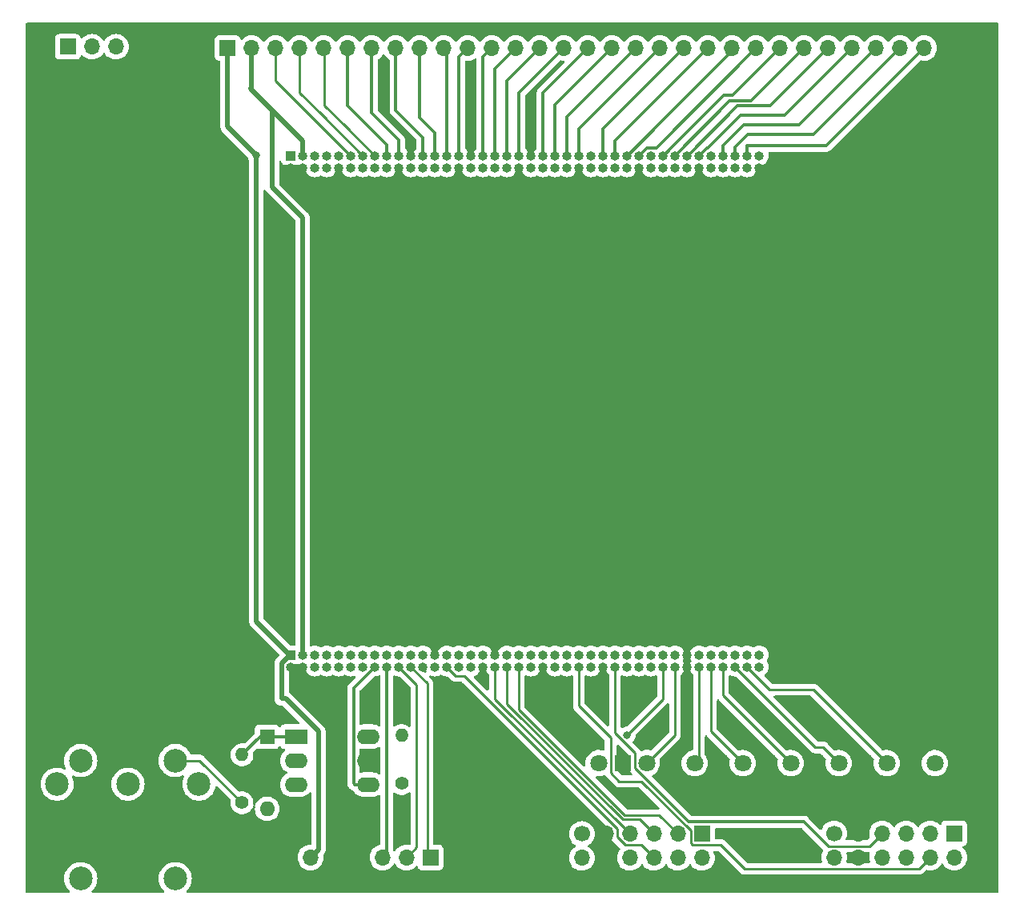
<source format=gbr>
%TF.GenerationSoftware,KiCad,Pcbnew,7.0.10*%
%TF.CreationDate,2024-01-11T09:38:06+00:00*%
%TF.ProjectId,Breakout,42726561-6b6f-4757-942e-6b696361645f,rev?*%
%TF.SameCoordinates,Original*%
%TF.FileFunction,Copper,L2,Bot*%
%TF.FilePolarity,Positive*%
%FSLAX46Y46*%
G04 Gerber Fmt 4.6, Leading zero omitted, Abs format (unit mm)*
G04 Created by KiCad (PCBNEW 7.0.10) date 2024-01-11 09:38:06*
%MOMM*%
%LPD*%
G01*
G04 APERTURE LIST*
%TA.AperFunction,ComponentPad*%
%ADD10R,1.700000X1.700000*%
%TD*%
%TA.AperFunction,ComponentPad*%
%ADD11O,1.700000X1.700000*%
%TD*%
%TA.AperFunction,ComponentPad*%
%ADD12C,1.400000*%
%TD*%
%TA.AperFunction,ComponentPad*%
%ADD13O,1.400000X1.400000*%
%TD*%
%TA.AperFunction,ComponentPad*%
%ADD14R,1.800000X1.800000*%
%TD*%
%TA.AperFunction,ComponentPad*%
%ADD15C,1.800000*%
%TD*%
%TA.AperFunction,ComponentPad*%
%ADD16R,1.000000X1.000000*%
%TD*%
%TA.AperFunction,ComponentPad*%
%ADD17O,1.000000X1.000000*%
%TD*%
%TA.AperFunction,ComponentPad*%
%ADD18R,1.600000X1.600000*%
%TD*%
%TA.AperFunction,ComponentPad*%
%ADD19O,1.600000X1.600000*%
%TD*%
%TA.AperFunction,WasherPad*%
%ADD20C,2.499360*%
%TD*%
%TA.AperFunction,ComponentPad*%
%ADD21C,2.499360*%
%TD*%
%TA.AperFunction,ComponentPad*%
%ADD22R,2.400000X1.600000*%
%TD*%
%TA.AperFunction,ComponentPad*%
%ADD23O,2.400000X1.600000*%
%TD*%
%TA.AperFunction,ComponentPad*%
%ADD24C,1.700000*%
%TD*%
%TA.AperFunction,ViaPad*%
%ADD25C,0.800000*%
%TD*%
%TA.AperFunction,Conductor*%
%ADD26C,0.300000*%
%TD*%
%TA.AperFunction,Conductor*%
%ADD27C,0.250000*%
%TD*%
%TA.AperFunction,Conductor*%
%ADD28C,0.500000*%
%TD*%
G04 APERTURE END LIST*
D10*
%TO.P,J6,1,Pin_1*%
%TO.N,XADC_INP0*%
X48260000Y-20955000D03*
D11*
%TO.P,J6,2,Pin_2*%
%TO.N,XADC_INN0*%
X50800000Y-20955000D03*
%TO.P,J6,3,Pin_3*%
%TO.N,XADC_VCC*%
X53340000Y-20955000D03*
%TO.P,J6,4,Pin_4*%
%TO.N,GND*%
X55880000Y-20955000D03*
%TD*%
D12*
%TO.P,R2,1*%
%TO.N,MIDI_IN*%
X83566000Y-98933000D03*
D13*
%TO.P,R2,2*%
%TO.N,+3.3V*%
X83566000Y-93853000D03*
%TD*%
D14*
%TO.P,D9,1,K*%
%TO.N,GND*%
X142494000Y-96774000D03*
D15*
%TO.P,D9,2,A*%
%TO.N,LED8*%
X139954000Y-96774000D03*
%TD*%
D14*
%TO.P,D2,1,K*%
%TO.N,GND*%
X106934000Y-96774000D03*
D15*
%TO.P,D2,2,A*%
%TO.N,LED1*%
X104394000Y-96774000D03*
%TD*%
D10*
%TO.P,J5,1,Pin_1*%
%TO.N,+5V*%
X65151000Y-21082000D03*
D11*
%TO.P,J5,2,Pin_2*%
%TO.N,+3.3V*%
X67691000Y-21082000D03*
%TO.P,J5,3,Pin_3*%
%TO.N,GPIO_1*%
X70231000Y-21082000D03*
%TO.P,J5,4,Pin_4*%
%TO.N,GPIO_2*%
X72771000Y-21082000D03*
%TO.P,J5,5,Pin_5*%
%TO.N,GPIO_3*%
X75311000Y-21082000D03*
%TO.P,J5,6,Pin_6*%
%TO.N,GPIO_4*%
X77851000Y-21082000D03*
%TO.P,J5,7,Pin_7*%
%TO.N,GPIO_5*%
X80391000Y-21082000D03*
%TO.P,J5,8,Pin_8*%
%TO.N,GPIO_6*%
X82931000Y-21082000D03*
%TO.P,J5,9,Pin_9*%
%TO.N,GPIO_7*%
X85471000Y-21082000D03*
%TO.P,J5,10,Pin_10*%
%TO.N,GPIO_8*%
X88011000Y-21082000D03*
%TO.P,J5,11,Pin_11*%
%TO.N,GPIO_9*%
X90551000Y-21082000D03*
%TO.P,J5,12,Pin_12*%
%TO.N,GPIO_10*%
X93091000Y-21082000D03*
%TO.P,J5,13,Pin_13*%
%TO.N,GPIO_11*%
X95631000Y-21082000D03*
%TO.P,J5,14,Pin_14*%
%TO.N,GPIO_12*%
X98171000Y-21082000D03*
%TO.P,J5,15,Pin_15*%
%TO.N,GPIO_13*%
X100711000Y-21082000D03*
%TO.P,J5,16,Pin_16*%
%TO.N,GPIO_14*%
X103251000Y-21082000D03*
%TO.P,J5,17,Pin_17*%
%TO.N,GPIO_15*%
X105791000Y-21082000D03*
%TO.P,J5,18,Pin_18*%
%TO.N,GPIO_16*%
X108331000Y-21082000D03*
%TO.P,J5,19,Pin_19*%
%TO.N,GPIO_17*%
X110871000Y-21082000D03*
%TO.P,J5,20,Pin_20*%
%TO.N,GPIO_18*%
X113411000Y-21082000D03*
%TO.P,J5,21,Pin_21*%
%TO.N,GPIO_19*%
X115951000Y-21082000D03*
%TO.P,J5,22,Pin_22*%
%TO.N,GPIO_20*%
X118491000Y-21082000D03*
%TO.P,J5,23,Pin_23*%
%TO.N,GPIO_21*%
X121031000Y-21082000D03*
%TO.P,J5,24,Pin_24*%
%TO.N,GPIO_22*%
X123571000Y-21082000D03*
%TO.P,J5,25,Pin_25*%
%TO.N,GPIO_23*%
X126111000Y-21082000D03*
%TO.P,J5,26,Pin_26*%
%TO.N,GPIO_24*%
X128651000Y-21082000D03*
%TO.P,J5,27,Pin_27*%
%TO.N,GPIO_25*%
X131191000Y-21082000D03*
%TO.P,J5,28,Pin_28*%
%TO.N,GPIO_26*%
X133731000Y-21082000D03*
%TO.P,J5,29,Pin_29*%
%TO.N,GPIO_27*%
X136271000Y-21082000D03*
%TO.P,J5,30,Pin_30*%
%TO.N,GPIO_28*%
X138811000Y-21082000D03*
%TO.P,J5,31,Pin_31*%
%TO.N,GND*%
X141351000Y-21082000D03*
%TO.P,J5,32,Pin_32*%
X143891000Y-21082000D03*
%TD*%
D16*
%TO.P,J7,1,Pin_1*%
%TO.N,+5V*%
X71831200Y-32486600D03*
D17*
%TO.P,J7,2,Pin_2*%
%TO.N,GND*%
X71831200Y-33756600D03*
%TO.P,J7,3,Pin_3*%
%TO.N,+3.3V*%
X73101200Y-32486600D03*
%TO.P,J7,4,Pin_4*%
%TO.N,GND*%
X73101200Y-33756600D03*
%TO.P,J7,5,Pin_5*%
%TO.N,XADC_INP0*%
X74371200Y-32486600D03*
%TO.P,J7,6,Pin_6*%
%TO.N,unconnected-(J7-Pin_6-Pad6)*%
X74371200Y-33756600D03*
%TO.P,J7,7,Pin_7*%
%TO.N,XADC_INN0*%
X75641200Y-32486600D03*
%TO.P,J7,8,Pin_8*%
%TO.N,unconnected-(J7-Pin_8-Pad8)*%
X75641200Y-33756600D03*
%TO.P,J7,9,Pin_9*%
%TO.N,XADC_VCC*%
X76911200Y-32486600D03*
%TO.P,J7,10,Pin_10*%
%TO.N,GND*%
X76911200Y-33756600D03*
%TO.P,J7,11,Pin_11*%
%TO.N,GPIO_1*%
X78181200Y-32486600D03*
%TO.P,J7,12,Pin_12*%
%TO.N,unconnected-(J7-Pin_12-Pad12)*%
X78181200Y-33756600D03*
%TO.P,J7,13,Pin_13*%
%TO.N,GPIO_2*%
X79451200Y-32486600D03*
%TO.P,J7,14,Pin_14*%
%TO.N,unconnected-(J7-Pin_14-Pad14)*%
X79451200Y-33756600D03*
%TO.P,J7,15,Pin_15*%
%TO.N,GPIO_3*%
X80721200Y-32486600D03*
%TO.P,J7,16,Pin_16*%
%TO.N,unconnected-(J7-Pin_16-Pad16)*%
X80721200Y-33756600D03*
%TO.P,J7,17,Pin_17*%
%TO.N,GPIO_4*%
X81991200Y-32486600D03*
%TO.P,J7,18,Pin_18*%
%TO.N,unconnected-(J7-Pin_18-Pad18)*%
X81991200Y-33756600D03*
%TO.P,J7,19,Pin_19*%
%TO.N,GPIO_5*%
X83261200Y-32486600D03*
%TO.P,J7,20,Pin_20*%
%TO.N,GND*%
X83261200Y-33756600D03*
%TO.P,J7,21,Pin_21*%
X84531200Y-32486600D03*
%TO.P,J7,22,Pin_22*%
%TO.N,unconnected-(J7-Pin_22-Pad22)*%
X84531200Y-33756600D03*
%TO.P,J7,23,Pin_23*%
%TO.N,GPIO_6*%
X85801200Y-32486600D03*
%TO.P,J7,24,Pin_24*%
%TO.N,unconnected-(J7-Pin_24-Pad24)*%
X85801200Y-33756600D03*
%TO.P,J7,25,Pin_25*%
%TO.N,GPIO_7*%
X87071200Y-32486600D03*
%TO.P,J7,26,Pin_26*%
%TO.N,unconnected-(J7-Pin_26-Pad26)*%
X87071200Y-33756600D03*
%TO.P,J7,27,Pin_27*%
%TO.N,GPIO_8*%
X88341200Y-32486600D03*
%TO.P,J7,28,Pin_28*%
%TO.N,unconnected-(J7-Pin_28-Pad28)*%
X88341200Y-33756600D03*
%TO.P,J7,29,Pin_29*%
%TO.N,GPIO_9*%
X89611200Y-32486600D03*
%TO.P,J7,30,Pin_30*%
%TO.N,GND*%
X89611200Y-33756600D03*
%TO.P,J7,31,Pin_31*%
X90881200Y-32486600D03*
%TO.P,J7,32,Pin_32*%
%TO.N,unconnected-(J7-Pin_32-Pad32)*%
X90881200Y-33756600D03*
%TO.P,J7,33,Pin_33*%
%TO.N,GPIO_10*%
X92151200Y-32486600D03*
%TO.P,J7,34,Pin_34*%
%TO.N,unconnected-(J7-Pin_34-Pad34)*%
X92151200Y-33756600D03*
%TO.P,J7,35,Pin_35*%
%TO.N,GPIO_11*%
X93421200Y-32486600D03*
%TO.P,J7,36,Pin_36*%
%TO.N,unconnected-(J7-Pin_36-Pad36)*%
X93421200Y-33756600D03*
%TO.P,J7,37,Pin_37*%
%TO.N,GPIO_12*%
X94691200Y-32486600D03*
%TO.P,J7,38,Pin_38*%
%TO.N,unconnected-(J7-Pin_38-Pad38)*%
X94691200Y-33756600D03*
%TO.P,J7,39,Pin_39*%
%TO.N,GPIO_13*%
X95961200Y-32486600D03*
%TO.P,J7,40,Pin_40*%
%TO.N,GND*%
X95961200Y-33756600D03*
%TO.P,J7,41,Pin_41*%
X97231200Y-32486600D03*
%TO.P,J7,42,Pin_42*%
%TO.N,unconnected-(J7-Pin_42-Pad42)*%
X97231200Y-33756600D03*
%TO.P,J7,43,Pin_43*%
%TO.N,GPIO_14*%
X98501200Y-32486600D03*
%TO.P,J7,44,Pin_44*%
%TO.N,unconnected-(J7-Pin_44-Pad44)*%
X98501200Y-33756600D03*
%TO.P,J7,45,Pin_45*%
%TO.N,GPIO_15*%
X99771200Y-32486600D03*
%TO.P,J7,46,Pin_46*%
%TO.N,unconnected-(J7-Pin_46-Pad46)*%
X99771200Y-33756600D03*
%TO.P,J7,47,Pin_47*%
%TO.N,GPIO_16*%
X101041200Y-32486600D03*
%TO.P,J7,48,Pin_48*%
%TO.N,unconnected-(J7-Pin_48-Pad48)*%
X101041200Y-33756600D03*
%TO.P,J7,49,Pin_49*%
%TO.N,GPIO_17*%
X102311200Y-32486600D03*
%TO.P,J7,50,Pin_50*%
%TO.N,GND*%
X102311200Y-33756600D03*
%TO.P,J7,51,Pin_51*%
%TO.N,unconnected-(J7-Pin_51-Pad51)*%
X103581200Y-32486600D03*
%TO.P,J7,52,Pin_52*%
%TO.N,unconnected-(J7-Pin_52-Pad52)*%
X103581200Y-33756600D03*
%TO.P,J7,53,Pin_53*%
%TO.N,GPIO_18*%
X104851200Y-32486600D03*
%TO.P,J7,54,Pin_54*%
%TO.N,unconnected-(J7-Pin_54-Pad54)*%
X104851200Y-33756600D03*
%TO.P,J7,55,Pin_55*%
%TO.N,GPIO_19*%
X106121200Y-32486600D03*
%TO.P,J7,56,Pin_56*%
%TO.N,unconnected-(J7-Pin_56-Pad56)*%
X106121200Y-33756600D03*
%TO.P,J7,57,Pin_57*%
%TO.N,GPIO_20*%
X107391200Y-32486600D03*
%TO.P,J7,58,Pin_58*%
%TO.N,unconnected-(J7-Pin_58-Pad58)*%
X107391200Y-33756600D03*
%TO.P,J7,59,Pin_59*%
%TO.N,GPIO_21*%
X108661200Y-32486600D03*
%TO.P,J7,60,Pin_60*%
%TO.N,GND*%
X108661200Y-33756600D03*
%TO.P,J7,61,Pin_61*%
X109931200Y-32486600D03*
%TO.P,J7,62,Pin_62*%
%TO.N,unconnected-(J7-Pin_62-Pad62)*%
X109931200Y-33756600D03*
%TO.P,J7,63,Pin_63*%
%TO.N,GPIO_22*%
X111201200Y-32486600D03*
%TO.P,J7,64,Pin_64*%
%TO.N,unconnected-(J7-Pin_64-Pad64)*%
X111201200Y-33756600D03*
%TO.P,J7,65,Pin_65*%
%TO.N,GPIO_23*%
X112471200Y-32486600D03*
%TO.P,J7,66,Pin_66*%
%TO.N,unconnected-(J7-Pin_66-Pad66)*%
X112471200Y-33756600D03*
%TO.P,J7,67,Pin_67*%
%TO.N,GPIO_24*%
X113741200Y-32486600D03*
%TO.P,J7,68,Pin_68*%
%TO.N,unconnected-(J7-Pin_68-Pad68)*%
X113741200Y-33756600D03*
%TO.P,J7,69,Pin_69*%
%TO.N,GPIO_25*%
X115011200Y-32486600D03*
%TO.P,J7,70,Pin_70*%
%TO.N,GND*%
X115011200Y-33756600D03*
%TO.P,J7,71,Pin_71*%
X116281200Y-32486600D03*
%TO.P,J7,72,Pin_72*%
%TO.N,unconnected-(J7-Pin_72-Pad72)*%
X116281200Y-33756600D03*
%TO.P,J7,73,Pin_73*%
%TO.N,GPIO_26*%
X117551200Y-32486600D03*
%TO.P,J7,74,Pin_74*%
%TO.N,unconnected-(J7-Pin_74-Pad74)*%
X117551200Y-33756600D03*
%TO.P,J7,75,Pin_75*%
%TO.N,GPIO_27*%
X118821200Y-32486600D03*
%TO.P,J7,76,Pin_76*%
%TO.N,unconnected-(J7-Pin_76-Pad76)*%
X118821200Y-33756600D03*
%TO.P,J7,77,Pin_77*%
%TO.N,GPIO_28*%
X120091200Y-32486600D03*
%TO.P,J7,78,Pin_78*%
%TO.N,unconnected-(J7-Pin_78-Pad78)*%
X120091200Y-33756600D03*
%TO.P,J7,79,Pin_79*%
%TO.N,unconnected-(J7-Pin_79-Pad79)*%
X121361200Y-32486600D03*
%TO.P,J7,80,Pin_80*%
%TO.N,GND*%
X121361200Y-33756600D03*
%TD*%
D14*
%TO.P,D7,1,K*%
%TO.N,GND*%
X132334000Y-96774000D03*
D15*
%TO.P,D7,2,A*%
%TO.N,LED6*%
X129794000Y-96774000D03*
%TD*%
D18*
%TO.P,D1,1,K*%
%TO.N,Net-(D1-K)*%
X69342000Y-93980000D03*
D19*
%TO.P,D1,2,A*%
%TO.N,Net-(D1-A)*%
X69342000Y-101600000D03*
%TD*%
D20*
%TO.P,J2,*%
%TO.N,*%
X49621540Y-108994700D03*
X59624060Y-108994700D03*
D21*
%TO.P,J2,1*%
%TO.N,unconnected-(J2-Pad1)*%
X62120880Y-98999800D03*
%TO.P,J2,2*%
%TO.N,unconnected-(J2-Pad2)*%
X54622800Y-98997260D03*
%TO.P,J2,3*%
%TO.N,unconnected-(J2-Pad3)*%
X47124720Y-98999800D03*
%TO.P,J2,4*%
%TO.N,Net-(J2-Pad4)*%
X59618980Y-96497900D03*
%TO.P,J2,5*%
%TO.N,Net-(D1-A)*%
X49626620Y-96497900D03*
%TD*%
D14*
%TO.P,D5,1,K*%
%TO.N,GND*%
X122174000Y-96774000D03*
D15*
%TO.P,D5,2,A*%
%TO.N,LED4*%
X119634000Y-96774000D03*
%TD*%
D14*
%TO.P,D4,1,K*%
%TO.N,GND*%
X117094000Y-96774000D03*
D15*
%TO.P,D4,2,A*%
%TO.N,LED3*%
X114554000Y-96774000D03*
%TD*%
D22*
%TO.P,U1,1*%
%TO.N,Net-(D1-K)*%
X72400000Y-93970000D03*
D23*
%TO.P,U1,2*%
%TO.N,Net-(D1-A)*%
X72400000Y-96510000D03*
%TO.P,U1,3*%
%TO.N,unconnected-(U1-Pad3)*%
X72400000Y-99050000D03*
%TO.P,U1,4*%
%TO.N,MIDI_IN*%
X80020000Y-99050000D03*
%TO.P,U1,5*%
%TO.N,GND*%
X80020000Y-96510000D03*
%TO.P,U1,6*%
%TO.N,+3.3V*%
X80020000Y-93970000D03*
%TD*%
D10*
%TO.P,J4,1,Pin_1*%
%TO.N,BCLK*%
X86614000Y-106750000D03*
D11*
%TO.P,J4,2,Pin_2*%
%TO.N,DATA*%
X84074000Y-106750000D03*
%TO.P,J4,3,Pin_3*%
%TO.N,LRCLK*%
X81534000Y-106750000D03*
%TO.P,J4,4,Pin_4*%
%TO.N,GND*%
X78994000Y-106750000D03*
%TO.P,J4,5,Pin_5*%
X76454000Y-106750000D03*
%TO.P,J4,6,Pin_6*%
%TO.N,+5V*%
X73914000Y-106750000D03*
%TD*%
D14*
%TO.P,D3,1,K*%
%TO.N,GND*%
X112009000Y-96774000D03*
D15*
%TO.P,D3,2,A*%
%TO.N,LED2*%
X109469000Y-96774000D03*
%TD*%
D10*
%TO.P,J1,1,Pin_1*%
%TO.N,PMOD1_1*%
X115316000Y-104267000D03*
D11*
%TO.P,J1,2,Pin_2*%
%TO.N,PMOD1_2*%
X112776000Y-104267000D03*
%TO.P,J1,3,Pin_3*%
%TO.N,PMOD1_3*%
X110236000Y-104267000D03*
%TO.P,J1,4,Pin_4*%
%TO.N,PMOD1_4*%
X107696000Y-104267000D03*
%TO.P,J1,5,GND*%
%TO.N,GND*%
X105156000Y-104267000D03*
D24*
%TO.P,J1,6,VCC*%
%TO.N,+3.3V*%
X102616000Y-104267000D03*
D11*
%TO.P,J1,7,Pin_7*%
%TO.N,PMOD1_7*%
X115316000Y-106807000D03*
%TO.P,J1,8,Pin_8*%
%TO.N,PMOD1_8*%
X112776000Y-106807000D03*
%TO.P,J1,9,Pin_9*%
%TO.N,PMOD1_9*%
X110236000Y-106807000D03*
%TO.P,J1,10,Pin_10*%
%TO.N,PMOD1_10*%
X107696000Y-106807000D03*
%TO.P,J1,11,GND*%
%TO.N,GND*%
X105156000Y-106807000D03*
%TO.P,J1,12,VCC*%
%TO.N,+3.3V*%
X102616000Y-106807000D03*
%TD*%
D10*
%TO.P,J3,1,Pin_1*%
%TO.N,PMOD2_1*%
X141986000Y-104207000D03*
D11*
%TO.P,J3,2,Pin_2*%
%TO.N,PMOD2_2*%
X139446000Y-104207000D03*
%TO.P,J3,3,Pin_3*%
%TO.N,PMOD2_3*%
X136906000Y-104207000D03*
%TO.P,J3,4,Pin_4*%
%TO.N,PMOD2_4*%
X134366000Y-104207000D03*
%TO.P,J3,5,GND*%
%TO.N,GND*%
X131826000Y-104207000D03*
D24*
%TO.P,J3,6,VCC*%
%TO.N,+3.3V*%
X129286000Y-104207000D03*
D11*
%TO.P,J3,7,Pin_7*%
%TO.N,PMOD2_7*%
X141986000Y-106747000D03*
%TO.P,J3,8,Pin_8*%
%TO.N,PMOD2_8*%
X139446000Y-106747000D03*
%TO.P,J3,9,Pin_9*%
%TO.N,PMOD2_9*%
X136906000Y-106747000D03*
%TO.P,J3,10,Pin_10*%
%TO.N,PMOD2_10*%
X134366000Y-106747000D03*
%TO.P,J3,11,GND*%
%TO.N,GND*%
X131826000Y-106747000D03*
%TO.P,J3,12,VCC*%
%TO.N,+3.3V*%
X129286000Y-106747000D03*
%TD*%
D14*
%TO.P,D6,1,K*%
%TO.N,GND*%
X127254000Y-96774000D03*
D15*
%TO.P,D6,2,A*%
%TO.N,LED5*%
X124714000Y-96774000D03*
%TD*%
D12*
%TO.P,R1,1*%
%TO.N,Net-(J2-Pad4)*%
X66675000Y-100965000D03*
D13*
%TO.P,R1,2*%
%TO.N,Net-(D1-K)*%
X66675000Y-95885000D03*
%TD*%
D14*
%TO.P,D8,1,K*%
%TO.N,GND*%
X137414000Y-96774000D03*
D15*
%TO.P,D8,2,A*%
%TO.N,LED7*%
X134874000Y-96774000D03*
%TD*%
D16*
%TO.P,J8,1,Pin_1*%
%TO.N,+5V*%
X71831200Y-85318600D03*
D17*
%TO.P,J8,2,Pin_2*%
%TO.N,GND*%
X71831200Y-86588600D03*
%TO.P,J8,3,Pin_3*%
%TO.N,+3.3V*%
X73101200Y-85318600D03*
%TO.P,J8,4,Pin_4*%
%TO.N,GND*%
X73101200Y-86588600D03*
%TO.P,J8,5,Pin_5*%
%TO.N,unconnected-(J8-Pin_5-Pad5)*%
X74371200Y-85318600D03*
%TO.P,J8,6,Pin_6*%
%TO.N,unconnected-(J8-Pin_6-Pad6)*%
X74371200Y-86588600D03*
%TO.P,J8,7,Pin_7*%
%TO.N,unconnected-(J8-Pin_7-Pad7)*%
X75641200Y-85318600D03*
%TO.P,J8,8,Pin_8*%
%TO.N,unconnected-(J8-Pin_8-Pad8)*%
X75641200Y-86588600D03*
%TO.P,J8,9,Pin_9*%
%TO.N,unconnected-(J8-Pin_9-Pad9)*%
X76911200Y-85318600D03*
%TO.P,J8,10,Pin_10*%
%TO.N,unconnected-(J8-Pin_10-Pad10)*%
X76911200Y-86588600D03*
%TO.P,J8,11,Pin_11*%
%TO.N,unconnected-(J8-Pin_11-Pad11)*%
X78181200Y-85318600D03*
%TO.P,J8,12,Pin_12*%
%TO.N,unconnected-(J8-Pin_12-Pad12)*%
X78181200Y-86588600D03*
%TO.P,J8,13,Pin_13*%
%TO.N,unconnected-(J8-Pin_13-Pad13)*%
X79451200Y-85318600D03*
%TO.P,J8,14,Pin_14*%
%TO.N,unconnected-(J8-Pin_14-Pad14)*%
X79451200Y-86588600D03*
%TO.P,J8,15,Pin_15*%
%TO.N,unconnected-(J8-Pin_15-Pad15)*%
X80721200Y-85318600D03*
%TO.P,J8,16,Pin_16*%
%TO.N,MIDI_IN*%
X80721200Y-86588600D03*
%TO.P,J8,17,Pin_17*%
%TO.N,unconnected-(J8-Pin_17-Pad17)*%
X81991200Y-85318600D03*
%TO.P,J8,18,Pin_18*%
%TO.N,LRCLK*%
X81991200Y-86588600D03*
%TO.P,J8,19,Pin_19*%
%TO.N,unconnected-(J8-Pin_19-Pad19)*%
X83261200Y-85318600D03*
%TO.P,J8,20,Pin_20*%
%TO.N,DATA*%
X83261200Y-86588600D03*
%TO.P,J8,21,Pin_21*%
%TO.N,unconnected-(J8-Pin_21-Pad21)*%
X84531200Y-85318600D03*
%TO.P,J8,22,Pin_22*%
%TO.N,BCLK*%
X84531200Y-86588600D03*
%TO.P,J8,23,Pin_23*%
%TO.N,unconnected-(J8-Pin_23-Pad23)*%
X85801200Y-85318600D03*
%TO.P,J8,24,Pin_24*%
%TO.N,GND*%
X85801200Y-86588600D03*
%TO.P,J8,25,Pin_25*%
X87071200Y-85318600D03*
%TO.P,J8,26,Pin_26*%
%TO.N,PMOD1_10*%
X87071200Y-86588600D03*
%TO.P,J8,27,Pin_27*%
%TO.N,unconnected-(J8-Pin_27-Pad27)*%
X88341200Y-85318600D03*
%TO.P,J8,28,Pin_28*%
%TO.N,PMOD1_9*%
X88341200Y-86588600D03*
%TO.P,J8,29,Pin_29*%
%TO.N,unconnected-(J8-Pin_29-Pad29)*%
X89611200Y-85318600D03*
%TO.P,J8,30,Pin_30*%
%TO.N,PMOD1_8*%
X89611200Y-86588600D03*
%TO.P,J8,31,Pin_31*%
%TO.N,unconnected-(J8-Pin_31-Pad31)*%
X90881200Y-85318600D03*
%TO.P,J8,32,Pin_32*%
%TO.N,PMOD1_7*%
X90881200Y-86588600D03*
%TO.P,J8,33,Pin_33*%
%TO.N,unconnected-(J8-Pin_33-Pad33)*%
X92151200Y-85318600D03*
%TO.P,J8,34,Pin_34*%
%TO.N,GND*%
X92151200Y-86588600D03*
%TO.P,J8,35,Pin_35*%
X93421200Y-85318600D03*
%TO.P,J8,36,Pin_36*%
%TO.N,PMOD1_4*%
X93421200Y-86588600D03*
%TO.P,J8,37,Pin_37*%
%TO.N,unconnected-(J8-Pin_37-Pad37)*%
X94691200Y-85318600D03*
%TO.P,J8,38,Pin_38*%
%TO.N,PMOD1_3*%
X94691200Y-86588600D03*
%TO.P,J8,39,Pin_39*%
%TO.N,unconnected-(J8-Pin_39-Pad39)*%
X95961200Y-85318600D03*
%TO.P,J8,40,Pin_40*%
%TO.N,PMOD1_2*%
X95961200Y-86588600D03*
%TO.P,J8,41,Pin_41*%
%TO.N,unconnected-(J8-Pin_41-Pad41)*%
X97231200Y-85318600D03*
%TO.P,J8,42,Pin_42*%
%TO.N,PMOD1_1*%
X97231200Y-86588600D03*
%TO.P,J8,43,Pin_43*%
%TO.N,unconnected-(J8-Pin_43-Pad43)*%
X98501200Y-85318600D03*
%TO.P,J8,44,Pin_44*%
%TO.N,GND*%
X98501200Y-86588600D03*
%TO.P,J8,45,Pin_45*%
%TO.N,unconnected-(J8-Pin_45-Pad45)*%
X99771200Y-85318600D03*
%TO.P,J8,46,Pin_46*%
%TO.N,PMOD2_10*%
X99771200Y-86588600D03*
%TO.P,J8,47,Pin_47*%
%TO.N,unconnected-(J8-Pin_47-Pad47)*%
X101041200Y-85318600D03*
%TO.P,J8,48,Pin_48*%
%TO.N,PMOD2_9*%
X101041200Y-86588600D03*
%TO.P,J8,49,Pin_49*%
%TO.N,unconnected-(J8-Pin_49-Pad49)*%
X102311200Y-85318600D03*
%TO.P,J8,50,Pin_50*%
%TO.N,PMOD2_8*%
X102311200Y-86588600D03*
%TO.P,J8,51,Pin_51*%
%TO.N,unconnected-(J8-Pin_51-Pad51)*%
X103581200Y-85318600D03*
%TO.P,J8,52,Pin_52*%
%TO.N,PMOD2_7*%
X103581200Y-86588600D03*
%TO.P,J8,53,Pin_53*%
%TO.N,unconnected-(J8-Pin_53-Pad53)*%
X104851200Y-85318600D03*
%TO.P,J8,54,Pin_54*%
%TO.N,GND*%
X104851200Y-86588600D03*
%TO.P,J8,55,Pin_55*%
%TO.N,unconnected-(J8-Pin_55-Pad55)*%
X106121200Y-85318600D03*
%TO.P,J8,56,Pin_56*%
%TO.N,PMOD2_4*%
X106121200Y-86588600D03*
%TO.P,J8,57,Pin_57*%
%TO.N,unconnected-(J8-Pin_57-Pad57)*%
X107391200Y-85318600D03*
%TO.P,J8,58,Pin_58*%
%TO.N,PMOD2_3*%
X107391200Y-86588600D03*
%TO.P,J8,59,Pin_59*%
%TO.N,unconnected-(J8-Pin_59-Pad59)*%
X108661200Y-85318600D03*
%TO.P,J8,60,Pin_60*%
%TO.N,PMOD2_2*%
X108661200Y-86588600D03*
%TO.P,J8,61,Pin_61*%
%TO.N,unconnected-(J8-Pin_61-Pad61)*%
X109931200Y-85318600D03*
%TO.P,J8,62,Pin_62*%
%TO.N,PMOD2_1*%
X109931200Y-86588600D03*
%TO.P,J8,63,Pin_63*%
%TO.N,unconnected-(J8-Pin_63-Pad63)*%
X111201200Y-85318600D03*
%TO.P,J8,64,Pin_64*%
%TO.N,LED1*%
X111201200Y-86588600D03*
%TO.P,J8,65,Pin_65*%
%TO.N,unconnected-(J8-Pin_65-Pad65)*%
X112471200Y-85318600D03*
%TO.P,J8,66,Pin_66*%
%TO.N,LED2*%
X112471200Y-86588600D03*
%TO.P,J8,67,Pin_67*%
%TO.N,GND*%
X113741200Y-85318600D03*
%TO.P,J8,68,Pin_68*%
X113741200Y-86588600D03*
%TO.P,J8,69,Pin_69*%
%TO.N,unconnected-(J8-Pin_69-Pad69)*%
X115011200Y-85318600D03*
%TO.P,J8,70,Pin_70*%
%TO.N,LED3*%
X115011200Y-86588600D03*
%TO.P,J8,71,Pin_71*%
%TO.N,unconnected-(J8-Pin_71-Pad71)*%
X116281200Y-85318600D03*
%TO.P,J8,72,Pin_72*%
%TO.N,LED4*%
X116281200Y-86588600D03*
%TO.P,J8,73,Pin_73*%
%TO.N,unconnected-(J8-Pin_73-Pad73)*%
X117551200Y-85318600D03*
%TO.P,J8,74,Pin_74*%
%TO.N,LED5*%
X117551200Y-86588600D03*
%TO.P,J8,75,Pin_75*%
%TO.N,unconnected-(J8-Pin_75-Pad75)*%
X118821200Y-85318600D03*
%TO.P,J8,76,Pin_76*%
%TO.N,LED6*%
X118821200Y-86588600D03*
%TO.P,J8,77,Pin_77*%
%TO.N,unconnected-(J8-Pin_77-Pad77)*%
X120091200Y-85318600D03*
%TO.P,J8,78,Pin_78*%
%TO.N,LED7*%
X120091200Y-86588600D03*
%TO.P,J8,79,Pin_79*%
%TO.N,unconnected-(J8-Pin_79-Pad79)*%
X121361200Y-85318600D03*
%TO.P,J8,80,Pin_80*%
%TO.N,LED8*%
X121361200Y-86588600D03*
%TD*%
D25*
%TO.N,GND*%
X99314000Y-90932000D03*
X108331000Y-100203000D03*
X83947000Y-102743000D03*
X125222000Y-106426000D03*
X80137000Y-90297000D03*
X107950000Y-89535000D03*
X109728000Y-93980000D03*
X83185000Y-89535000D03*
X70612000Y-65278000D03*
%TO.N,LED1*%
X107392700Y-93803700D03*
%TO.N,+5V*%
X68199300Y-32466900D03*
%TD*%
D26*
%TO.N,Net-(D1-K)*%
X68580000Y-93980000D02*
X66675000Y-95885000D01*
X69342000Y-93980000D02*
X72390000Y-93980000D01*
X69342000Y-93980000D02*
X68580000Y-93980000D01*
X72390000Y-93980000D02*
X72400000Y-93970000D01*
D27*
%TO.N,LED1*%
X111190000Y-86595000D02*
X111190000Y-90006400D01*
X111190000Y-90006400D02*
X107392700Y-93803700D01*
%TO.N,LED2*%
X112460000Y-86595000D02*
X112460000Y-93783000D01*
X112460000Y-93783000D02*
X109469000Y-96774000D01*
%TO.N,LED3*%
X115000000Y-96328000D02*
X114554000Y-96774000D01*
X115000000Y-86595000D02*
X115000000Y-96328000D01*
%TO.N,LED4*%
X116270000Y-86595000D02*
X116270000Y-93410000D01*
X116270000Y-93410000D02*
X119634000Y-96774000D01*
%TO.N,LED5*%
X117540000Y-89600000D02*
X124714000Y-96774000D01*
X117540000Y-86595000D02*
X117540000Y-89600000D01*
%TO.N,LED6*%
X129794000Y-96774000D02*
X128116700Y-95096700D01*
X127311700Y-95096700D02*
X118810000Y-86595000D01*
X128116700Y-95096700D02*
X127311700Y-95096700D01*
%TO.N,LED7*%
X122469700Y-88984700D02*
X127084700Y-88984700D01*
X127084700Y-88984700D02*
X134874000Y-96774000D01*
X120080000Y-86595000D02*
X122469700Y-88984700D01*
%TO.N,PMOD1_2*%
X95950000Y-86595000D02*
X95950000Y-91122604D01*
X107120396Y-102293000D02*
X110802000Y-102293000D01*
X110802000Y-102293000D02*
X112776000Y-104267000D01*
X95950000Y-91122604D02*
X107120396Y-102293000D01*
%TO.N,PMOD1_3*%
X106934000Y-102743000D02*
X108712000Y-102743000D01*
X94680000Y-90489000D02*
X106934000Y-102743000D01*
X108712000Y-102743000D02*
X110236000Y-104267000D01*
X109490700Y-104267000D02*
X110236000Y-104267000D01*
X94680000Y-86595000D02*
X94680000Y-90489000D01*
%TO.N,PMOD1_4*%
X93410000Y-89981000D02*
X93410000Y-86595000D01*
X107696000Y-104267000D02*
X93410000Y-89981000D01*
D28*
%TO.N,+3.3V*%
X73090000Y-32105900D02*
X73090000Y-32475000D01*
X69850000Y-27686000D02*
X67564000Y-25400000D01*
X73090000Y-32475000D02*
X73090000Y-30926000D01*
X73090000Y-85325000D02*
X73090000Y-39054000D01*
X67691000Y-25273000D02*
X67691000Y-21082000D01*
X69850000Y-35814000D02*
X69850000Y-27686000D01*
X73090000Y-39054000D02*
X69850000Y-35814000D01*
X73090000Y-30926000D02*
X69850000Y-27686000D01*
X67564000Y-25400000D02*
X67691000Y-25273000D01*
D27*
%TO.N,PMOD1_9*%
X106332900Y-104604300D02*
X106332900Y-103685700D01*
X107172500Y-105443900D02*
X106332900Y-104604300D01*
X89265100Y-87530100D02*
X88330000Y-86595000D01*
X110236000Y-106807000D02*
X108872900Y-105443900D01*
X108872900Y-105443900D02*
X107172500Y-105443900D01*
X106332900Y-103685700D02*
X90177300Y-87530100D01*
X90177300Y-87530100D02*
X89265100Y-87530100D01*
%TO.N,Net-(J2-Pad4)*%
X62207900Y-96497900D02*
X66675000Y-100965000D01*
X59619000Y-96497900D02*
X62207900Y-96497900D01*
%TO.N,PMOD2_4*%
X128682600Y-105572000D02*
X126111000Y-103000400D01*
X106110000Y-93596900D02*
X106110000Y-86595000D01*
X134366000Y-104207000D02*
X133001000Y-105572000D01*
X108201500Y-95688400D02*
X106110000Y-93596900D01*
X113939800Y-103000400D02*
X108201500Y-97262100D01*
D26*
X126111000Y-103000400D02*
X113939800Y-103000400D01*
D27*
X108201500Y-97262100D02*
X108201500Y-95688400D01*
X133001000Y-105572000D02*
X128682600Y-105572000D01*
%TO.N,PMOD2_8*%
X108920500Y-98706500D02*
X114137900Y-103923900D01*
X102300000Y-86595000D02*
X102300000Y-90719800D01*
X138240900Y-107952100D02*
X139446000Y-106747000D01*
X119833300Y-107952100D02*
X138240900Y-107952100D01*
X114330600Y-105443900D02*
X117325100Y-105443900D01*
X106572600Y-98706500D02*
X108920500Y-98706500D01*
X105664000Y-94083800D02*
X105664000Y-97797900D01*
X114137900Y-105251200D02*
X114330600Y-105443900D01*
X117325100Y-105443900D02*
X119833300Y-107952100D01*
X105664000Y-97797900D02*
X106572600Y-98706500D01*
X102300000Y-90719800D02*
X105664000Y-94083800D01*
X114137900Y-103923900D02*
X114137900Y-105251200D01*
%TO.N,BCLK*%
X86275900Y-106411900D02*
X86275900Y-88350900D01*
X86275900Y-88350900D02*
X84520000Y-86595000D01*
X86614000Y-106750000D02*
X86275900Y-106411900D01*
%TO.N,DATA*%
X85130600Y-88475600D02*
X83250000Y-86595000D01*
X85130600Y-105693400D02*
X85130600Y-88475600D01*
X84074000Y-106750000D02*
X85130600Y-105693400D01*
D26*
%TO.N,LRCLK*%
X81534000Y-106750000D02*
X81980000Y-106304000D01*
X81980000Y-106304000D02*
X81980000Y-86595000D01*
D28*
%TO.N,+5V*%
X68199300Y-32466900D02*
X65151000Y-29418600D01*
X74764000Y-93434000D02*
X74764000Y-105900000D01*
X70866500Y-89958600D02*
X71288600Y-89958600D01*
X71740800Y-85325000D02*
X68199300Y-81783500D01*
X71288600Y-89958600D02*
X74764000Y-93434000D01*
X70866500Y-89958600D02*
X70866500Y-86199300D01*
X74764000Y-105900000D02*
X73914000Y-106750000D01*
X70866500Y-86199300D02*
X71740800Y-85325000D01*
X68199300Y-81783500D02*
X68199300Y-32466900D01*
X71740800Y-85325000D02*
X71820000Y-85325000D01*
X65151000Y-29418600D02*
X65151000Y-21082000D01*
D27*
%TO.N,GPIO_1*%
X70231000Y-24536000D02*
X70231000Y-21082000D01*
X78170000Y-32475000D02*
X70231000Y-24536000D01*
%TO.N,GPIO_2*%
X74930000Y-27965000D02*
X75108000Y-28143000D01*
X72771000Y-25806000D02*
X72771000Y-21082000D01*
X75108000Y-28143000D02*
X79440000Y-32475000D01*
X75108000Y-28143000D02*
X72771000Y-25806000D01*
%TO.N,GPIO_3*%
X77648000Y-29413000D02*
X80710000Y-32475000D01*
X77648000Y-29413000D02*
X75380000Y-27145000D01*
X75380000Y-27145000D02*
X75380000Y-21082000D01*
X77470000Y-29235000D02*
X77648000Y-29413000D01*
D26*
%TO.N,GPIO_4*%
X81991200Y-31318200D02*
X77851000Y-27178000D01*
X77851000Y-27178000D02*
X77851000Y-21082000D01*
X81991200Y-32486600D02*
X81991200Y-31318200D01*
%TO.N,GPIO_5*%
X83261200Y-32486600D02*
X83261200Y-30810200D01*
X83261200Y-30810200D02*
X80391000Y-27940000D01*
X80391000Y-27940000D02*
X80391000Y-21082000D01*
%TO.N,GPIO_6*%
X82931000Y-27686000D02*
X82931000Y-21082000D01*
X85801200Y-32486600D02*
X85801200Y-30556200D01*
X85801200Y-30556200D02*
X82931000Y-27686000D01*
D27*
X82550000Y-20955000D02*
X83250000Y-21655000D01*
D26*
%TO.N,GPIO_7*%
X87071200Y-32486600D02*
X87071200Y-30048200D01*
X87071200Y-30048200D02*
X85471000Y-28448000D01*
X85471000Y-28448000D02*
X85471000Y-21082000D01*
D27*
X85090000Y-20955000D02*
X85790000Y-21655000D01*
%TO.N,GPIO_8*%
X88330000Y-22795000D02*
X88330000Y-32475000D01*
D26*
X88341200Y-32486600D02*
X88341200Y-21412200D01*
X88341200Y-21412200D02*
X88011000Y-21082000D01*
%TO.N,GPIO_9*%
X89611200Y-32486600D02*
X89611200Y-22021800D01*
X89611200Y-22021800D02*
X90551000Y-21082000D01*
D27*
X89600000Y-24065000D02*
X89600000Y-32475000D01*
D26*
%TO.N,GPIO_10*%
X92151200Y-32486600D02*
X92151200Y-22021800D01*
D27*
X92140000Y-32475000D02*
X92140000Y-24065000D01*
D26*
X92151200Y-22021800D02*
X93091000Y-21082000D01*
%TO.N,GPIO_11*%
X93421200Y-32486600D02*
X93421200Y-23291800D01*
D27*
X93410000Y-25335000D02*
X93410000Y-32475000D01*
D26*
X93421200Y-23291800D02*
X95631000Y-21082000D01*
%TO.N,GPIO_12*%
X94691200Y-24561800D02*
X98171000Y-21082000D01*
X94680000Y-32475000D02*
X94680000Y-26605000D01*
X94691200Y-32486600D02*
X94691200Y-24561800D01*
D27*
%TO.N,GPIO_13*%
X95950000Y-27875000D02*
X95950000Y-32475000D01*
D26*
X95961200Y-32486600D02*
X95961200Y-25831800D01*
X95961200Y-25831800D02*
X100711000Y-21082000D01*
%TO.N,GPIO_14*%
X98501200Y-32486600D02*
X98501200Y-25831800D01*
X98501200Y-25831800D02*
X103251000Y-21082000D01*
D27*
X98490000Y-32475000D02*
X98490000Y-27875000D01*
%TO.N,GPIO_15*%
X99760000Y-29145000D02*
X99760000Y-32475000D01*
D26*
X99771200Y-32486600D02*
X99771200Y-27101800D01*
X99771200Y-27101800D02*
X105791000Y-21082000D01*
%TO.N,GPIO_16*%
X101041200Y-32486600D02*
X101041200Y-28371800D01*
X101041200Y-28371800D02*
X108331000Y-21082000D01*
D27*
X101030000Y-30415000D02*
X101030000Y-32475000D01*
D26*
%TO.N,GPIO_17*%
X102311200Y-29641800D02*
X110871000Y-21082000D01*
X102311200Y-32486600D02*
X102311200Y-29641800D01*
D27*
X102300000Y-31685000D02*
X102300000Y-32475000D01*
D26*
%TO.N,GPIO_18*%
X104851200Y-32486600D02*
X104851200Y-29641800D01*
X104851200Y-29641800D02*
X113411000Y-21082000D01*
D27*
X104840000Y-31685000D02*
X104840000Y-32475000D01*
D26*
%TO.N,GPIO_19*%
X106121200Y-32486600D02*
X106121200Y-30911800D01*
X106121200Y-30911800D02*
X115951000Y-21082000D01*
%TO.N,GPIO_20*%
X107391200Y-32486600D02*
X118491000Y-21386800D01*
D27*
X109383400Y-30443600D02*
X115951000Y-23876000D01*
X109383400Y-30471600D02*
X109383400Y-30443600D01*
D26*
X118491000Y-21386800D02*
X118491000Y-21082000D01*
D27*
X109383400Y-30471600D02*
X107380000Y-32475000D01*
D26*
%TO.N,GPIO_21*%
X110476400Y-31636600D02*
X121031000Y-21082000D01*
X108661200Y-32486600D02*
X109511200Y-31636600D01*
X109511200Y-31636600D02*
X110476400Y-31636600D01*
%TO.N,GPIO_22*%
X117619800Y-26068000D02*
X118585000Y-26068000D01*
X111201200Y-32486600D02*
X117619800Y-26068000D01*
D27*
X116542900Y-27122100D02*
X116542900Y-27094100D01*
X116542900Y-27122100D02*
X111190000Y-32475000D01*
D26*
X118585000Y-26068000D02*
X123571000Y-21082000D01*
%TO.N,GPIO_23*%
X118254800Y-26703000D02*
X120490000Y-26703000D01*
X120490000Y-26703000D02*
X126111000Y-21082000D01*
X112471200Y-32486600D02*
X118254800Y-26703000D01*
%TO.N,GPIO_24*%
X122530000Y-27203000D02*
X128651000Y-21082000D01*
X113741200Y-32486600D02*
X113809118Y-32486600D01*
X119092718Y-27203000D02*
X122530000Y-27203000D01*
X113809118Y-32486600D02*
X119092718Y-27203000D01*
%TO.N,GPIO_25*%
X119380000Y-28194000D02*
X124079000Y-28194000D01*
X115861200Y-31636600D02*
X115937400Y-31636600D01*
X124079000Y-28194000D02*
X131191000Y-21082000D01*
X115937400Y-31636600D02*
X119380000Y-28194000D01*
X115011200Y-32486600D02*
X115861200Y-31636600D01*
%TO.N,GPIO_26*%
X117551200Y-32486600D02*
X117551200Y-31419800D01*
X117551200Y-31419800D02*
X119761000Y-29210000D01*
X125603000Y-29210000D02*
X133731000Y-21082000D01*
X119761000Y-29210000D02*
X125603000Y-29210000D01*
%TO.N,GPIO_27*%
X120142000Y-30226000D02*
X127127000Y-30226000D01*
X127127000Y-30226000D02*
X136271000Y-21082000D01*
X118821200Y-32486600D02*
X118821200Y-31546800D01*
X118821200Y-31546800D02*
X120142000Y-30226000D01*
%TO.N,GPIO_28*%
X128481200Y-31411800D02*
X138811000Y-21082000D01*
X120091200Y-32486600D02*
X120091200Y-31411800D01*
X120091200Y-31411800D02*
X128481200Y-31411800D01*
%TO.N,MIDI_IN*%
X78603000Y-99050000D02*
X78470000Y-98917000D01*
X80020000Y-99050000D02*
X78603000Y-99050000D01*
X78470000Y-98917000D02*
X78470000Y-88835000D01*
D27*
X80321000Y-86984000D02*
X80710000Y-86595000D01*
D26*
X80137000Y-98933000D02*
X80020000Y-99050000D01*
X78470000Y-88835000D02*
X80710000Y-86595000D01*
%TD*%
%TA.AperFunction,Conductor*%
%TO.N,GND*%
G36*
X125892587Y-103670585D02*
G01*
X125913229Y-103687219D01*
X128113846Y-105887836D01*
X128147331Y-105949159D01*
X128142347Y-106018851D01*
X128127741Y-106046638D01*
X128111968Y-106069164D01*
X128111967Y-106069166D01*
X128012097Y-106283335D01*
X128012094Y-106283344D01*
X127950938Y-106511586D01*
X127950936Y-106511596D01*
X127930341Y-106746999D01*
X127930341Y-106747000D01*
X127950936Y-106982403D01*
X127950938Y-106982413D01*
X128001337Y-107170507D01*
X127999674Y-107240357D01*
X127960511Y-107298219D01*
X127896283Y-107325723D01*
X127881562Y-107326600D01*
X120143753Y-107326600D01*
X120076714Y-107306915D01*
X120056072Y-107290281D01*
X117825903Y-105060112D01*
X117816080Y-105047850D01*
X117815859Y-105048034D01*
X117810886Y-105042022D01*
X117761876Y-104995999D01*
X117759077Y-104993286D01*
X117739577Y-104973785D01*
X117739571Y-104973780D01*
X117736386Y-104971309D01*
X117727534Y-104963748D01*
X117695682Y-104933838D01*
X117695680Y-104933836D01*
X117695677Y-104933835D01*
X117678129Y-104924188D01*
X117661863Y-104913504D01*
X117656336Y-104909217D01*
X117646036Y-104901227D01*
X117646035Y-104901226D01*
X117646032Y-104901224D01*
X117605949Y-104883878D01*
X117595463Y-104878741D01*
X117557194Y-104857703D01*
X117557192Y-104857702D01*
X117537793Y-104852722D01*
X117519381Y-104846418D01*
X117500998Y-104838462D01*
X117500992Y-104838460D01*
X117457860Y-104831629D01*
X117446422Y-104829261D01*
X117404120Y-104818400D01*
X117404119Y-104818400D01*
X117384084Y-104818400D01*
X117364686Y-104816873D01*
X117357262Y-104815697D01*
X117344905Y-104813740D01*
X117344904Y-104813740D01*
X117301425Y-104817850D01*
X117289756Y-104818400D01*
X116790500Y-104818400D01*
X116723461Y-104798715D01*
X116677706Y-104745911D01*
X116666500Y-104694400D01*
X116666499Y-103774900D01*
X116686183Y-103707861D01*
X116738987Y-103662106D01*
X116790499Y-103650900D01*
X125825548Y-103650900D01*
X125892587Y-103670585D01*
G37*
%TD.AperFunction*%
%TA.AperFunction,Conductor*%
G36*
X132933877Y-106199224D02*
G01*
X132933904Y-106198939D01*
X132941663Y-106199672D01*
X132941667Y-106199673D01*
X132949096Y-106199439D01*
X133016720Y-106217007D01*
X133064112Y-106268346D01*
X133076225Y-106337158D01*
X133072768Y-106355470D01*
X133030939Y-106511583D01*
X133030936Y-106511596D01*
X133010341Y-106746999D01*
X133010341Y-106747000D01*
X133030936Y-106982403D01*
X133030938Y-106982413D01*
X133081337Y-107170507D01*
X133079674Y-107240357D01*
X133040511Y-107298219D01*
X132976283Y-107325723D01*
X132961562Y-107326600D01*
X130690438Y-107326600D01*
X130623399Y-107306915D01*
X130577644Y-107254111D01*
X130567700Y-107184953D01*
X130570663Y-107170507D01*
X130604986Y-107042408D01*
X130621063Y-106982408D01*
X130641659Y-106747000D01*
X130621063Y-106511592D01*
X130578728Y-106353593D01*
X130580391Y-106283743D01*
X130619554Y-106225881D01*
X130683782Y-106198377D01*
X130698503Y-106197500D01*
X132918257Y-106197500D01*
X132933877Y-106199224D01*
G37*
%TD.AperFunction*%
%TA.AperFunction,Conductor*%
G36*
X84429751Y-99868146D02*
G01*
X84483692Y-99912555D01*
X84505061Y-99979077D01*
X84505100Y-99982203D01*
X84505100Y-105305772D01*
X84485415Y-105372811D01*
X84432611Y-105418566D01*
X84363453Y-105428510D01*
X84349008Y-105425547D01*
X84309416Y-105414939D01*
X84309412Y-105414938D01*
X84309408Y-105414937D01*
X84309406Y-105414936D01*
X84309403Y-105414936D01*
X84074001Y-105394341D01*
X84073999Y-105394341D01*
X83838596Y-105414936D01*
X83838586Y-105414938D01*
X83610344Y-105476094D01*
X83610335Y-105476098D01*
X83396171Y-105575964D01*
X83396169Y-105575965D01*
X83202597Y-105711505D01*
X83035508Y-105878594D01*
X82905574Y-106064159D01*
X82850997Y-106107784D01*
X82781498Y-106114976D01*
X82719144Y-106083454D01*
X82702424Y-106064158D01*
X82700323Y-106061158D01*
X82652925Y-105993465D01*
X82630598Y-105927258D01*
X82630500Y-105922342D01*
X82630500Y-99985485D01*
X82650185Y-99918446D01*
X82702989Y-99872691D01*
X82772147Y-99862747D01*
X82835703Y-99891772D01*
X82838039Y-99893849D01*
X82839437Y-99895123D01*
X82839439Y-99895125D01*
X83028595Y-100012245D01*
X83028596Y-100012245D01*
X83028599Y-100012247D01*
X83236060Y-100092618D01*
X83454757Y-100133500D01*
X83454759Y-100133500D01*
X83677241Y-100133500D01*
X83677243Y-100133500D01*
X83895940Y-100092618D01*
X84103401Y-100012247D01*
X84292562Y-99895124D01*
X84297561Y-99890566D01*
X84360364Y-99859949D01*
X84429751Y-99868146D01*
G37*
%TD.AperFunction*%
%TA.AperFunction,Conductor*%
G36*
X105093082Y-98081053D02*
G01*
X105110803Y-98100654D01*
X105137180Y-98136959D01*
X105143593Y-98146721D01*
X105165828Y-98184317D01*
X105165833Y-98184324D01*
X105179990Y-98198480D01*
X105192627Y-98213275D01*
X105204406Y-98229487D01*
X105226881Y-98248080D01*
X105238057Y-98257325D01*
X105246698Y-98265188D01*
X106071797Y-99090288D01*
X106081622Y-99102551D01*
X106081843Y-99102369D01*
X106086811Y-99108374D01*
X106135822Y-99154399D01*
X106138621Y-99157112D01*
X106158122Y-99176614D01*
X106158126Y-99176617D01*
X106158129Y-99176620D01*
X106161302Y-99179081D01*
X106170174Y-99186659D01*
X106202018Y-99216562D01*
X106219576Y-99226214D01*
X106235835Y-99236895D01*
X106251664Y-99249173D01*
X106291755Y-99266521D01*
X106302226Y-99271651D01*
X106316627Y-99279568D01*
X106340502Y-99292694D01*
X106340504Y-99292695D01*
X106340508Y-99292697D01*
X106359916Y-99297680D01*
X106378319Y-99303981D01*
X106396701Y-99311936D01*
X106396702Y-99311936D01*
X106396704Y-99311937D01*
X106439850Y-99318770D01*
X106451272Y-99321136D01*
X106493581Y-99332000D01*
X106513616Y-99332000D01*
X106533014Y-99333526D01*
X106552794Y-99336659D01*
X106552795Y-99336660D01*
X106552795Y-99336659D01*
X106552796Y-99336660D01*
X106596275Y-99332550D01*
X106607944Y-99332000D01*
X108610048Y-99332000D01*
X108677087Y-99351685D01*
X108697729Y-99368319D01*
X110785228Y-101455819D01*
X110818713Y-101517142D01*
X110813729Y-101586834D01*
X110771857Y-101642767D01*
X110706393Y-101667184D01*
X110697547Y-101667500D01*
X107430849Y-101667500D01*
X107363810Y-101647815D01*
X107343168Y-101631181D01*
X104081778Y-98369791D01*
X104048293Y-98308468D01*
X104053277Y-98238776D01*
X104095149Y-98182843D01*
X104160613Y-98158426D01*
X104189863Y-98159800D01*
X104277951Y-98174500D01*
X104277952Y-98174500D01*
X104510048Y-98174500D01*
X104510049Y-98174500D01*
X104738981Y-98136298D01*
X104958503Y-98060936D01*
X104958511Y-98060931D01*
X104960669Y-98059986D01*
X104961631Y-98059862D01*
X104963354Y-98059271D01*
X104963475Y-98059625D01*
X105029969Y-98051079D01*
X105093082Y-98081053D01*
G37*
%TD.AperFunction*%
%TA.AperFunction,Conductor*%
G36*
X106494703Y-94866639D02*
G01*
X106501181Y-94872671D01*
X107539681Y-95911171D01*
X107573166Y-95972494D01*
X107576000Y-95998852D01*
X107576000Y-97179355D01*
X107574275Y-97194972D01*
X107574561Y-97194999D01*
X107573826Y-97202765D01*
X107575939Y-97269972D01*
X107576000Y-97273867D01*
X107576000Y-97301457D01*
X107576503Y-97305435D01*
X107577418Y-97317067D01*
X107578790Y-97360724D01*
X107578791Y-97360727D01*
X107584380Y-97379967D01*
X107588324Y-97399011D01*
X107590836Y-97418892D01*
X107606914Y-97459503D01*
X107610697Y-97470552D01*
X107622881Y-97512488D01*
X107633080Y-97529734D01*
X107641638Y-97547203D01*
X107649014Y-97565832D01*
X107674681Y-97601160D01*
X107681093Y-97610921D01*
X107703328Y-97648517D01*
X107703333Y-97648524D01*
X107717490Y-97662680D01*
X107730128Y-97677476D01*
X107741905Y-97693686D01*
X107741906Y-97693687D01*
X107775557Y-97721525D01*
X107784198Y-97729388D01*
X107924129Y-97869319D01*
X107957614Y-97930642D01*
X107952630Y-98000334D01*
X107910758Y-98056267D01*
X107845294Y-98080684D01*
X107836448Y-98081000D01*
X106883053Y-98081000D01*
X106816014Y-98061315D01*
X106795372Y-98044681D01*
X106325819Y-97575128D01*
X106292334Y-97513805D01*
X106289500Y-97487447D01*
X106289500Y-94960352D01*
X106309185Y-94893313D01*
X106361989Y-94847558D01*
X106431147Y-94837614D01*
X106494703Y-94866639D01*
G37*
%TD.AperFunction*%
%TA.AperFunction,Conductor*%
G36*
X81268350Y-95052088D02*
G01*
X81316163Y-95103036D01*
X81329500Y-95158980D01*
X81329500Y-97861019D01*
X81309815Y-97928058D01*
X81257011Y-97973813D01*
X81187853Y-97983757D01*
X81134378Y-97962595D01*
X81113759Y-97948158D01*
X81072734Y-97919432D01*
X81072728Y-97919429D01*
X80866497Y-97823261D01*
X80866488Y-97823258D01*
X80646697Y-97764366D01*
X80646687Y-97764364D01*
X80476785Y-97749500D01*
X80476784Y-97749500D01*
X79563216Y-97749500D01*
X79563215Y-97749500D01*
X79393312Y-97764364D01*
X79393302Y-97764366D01*
X79276593Y-97795638D01*
X79206743Y-97793975D01*
X79148881Y-97754812D01*
X79121377Y-97690583D01*
X79120500Y-97675863D01*
X79120500Y-95344136D01*
X79140185Y-95277097D01*
X79192989Y-95231342D01*
X79262147Y-95221398D01*
X79276582Y-95224358D01*
X79393308Y-95255635D01*
X79563214Y-95270499D01*
X79563215Y-95270500D01*
X79563216Y-95270500D01*
X80476785Y-95270500D01*
X80476785Y-95270499D01*
X80646692Y-95255635D01*
X80866496Y-95196739D01*
X81072734Y-95100568D01*
X81134378Y-95057404D01*
X81200583Y-95035078D01*
X81268350Y-95052088D01*
G37*
%TD.AperFunction*%
%TA.AperFunction,Conductor*%
G36*
X98357971Y-86309834D02*
G01*
X98501200Y-86323941D01*
X98644408Y-86309836D01*
X98713052Y-86322855D01*
X98763762Y-86370920D01*
X98780437Y-86438770D01*
X98779963Y-86445393D01*
X98765859Y-86588599D01*
X98785175Y-86784729D01*
X98842388Y-86973333D01*
X98935286Y-87147132D01*
X98935290Y-87147139D01*
X99060316Y-87299483D01*
X99212660Y-87424509D01*
X99212667Y-87424513D01*
X99386466Y-87517411D01*
X99386469Y-87517411D01*
X99386473Y-87517414D01*
X99575068Y-87574624D01*
X99771200Y-87593941D01*
X99967332Y-87574624D01*
X100155927Y-87517414D01*
X100329738Y-87424510D01*
X100329744Y-87424504D01*
X100334807Y-87421123D01*
X100335903Y-87422764D01*
X100391839Y-87399005D01*
X100460707Y-87410794D01*
X100477348Y-87421488D01*
X100477593Y-87421123D01*
X100482658Y-87424507D01*
X100482662Y-87424510D01*
X100656473Y-87517414D01*
X100845068Y-87574624D01*
X101041200Y-87593941D01*
X101237332Y-87574624D01*
X101425927Y-87517414D01*
X101492047Y-87482071D01*
X101560449Y-87467830D01*
X101625693Y-87492829D01*
X101667064Y-87549134D01*
X101674500Y-87591430D01*
X101674500Y-90637055D01*
X101672775Y-90652672D01*
X101673061Y-90652699D01*
X101672326Y-90660465D01*
X101674439Y-90727672D01*
X101674500Y-90731567D01*
X101674500Y-90759157D01*
X101675003Y-90763135D01*
X101675918Y-90774767D01*
X101677290Y-90818424D01*
X101677291Y-90818427D01*
X101682880Y-90837667D01*
X101686824Y-90856711D01*
X101687684Y-90863513D01*
X101689336Y-90876592D01*
X101705414Y-90917203D01*
X101709197Y-90928252D01*
X101721381Y-90970188D01*
X101731580Y-90987434D01*
X101740138Y-91004903D01*
X101747514Y-91023532D01*
X101773181Y-91058860D01*
X101779593Y-91068621D01*
X101801828Y-91106217D01*
X101801833Y-91106224D01*
X101815990Y-91120380D01*
X101828628Y-91135176D01*
X101840405Y-91151386D01*
X101840406Y-91151387D01*
X101874057Y-91179225D01*
X101882698Y-91187088D01*
X105002181Y-94306571D01*
X105035666Y-94367894D01*
X105038500Y-94394252D01*
X105038500Y-95340854D01*
X105018815Y-95407893D01*
X104966011Y-95453648D01*
X104896853Y-95463592D01*
X104874237Y-95458135D01*
X104738984Y-95411702D01*
X104567282Y-95383050D01*
X104510049Y-95373500D01*
X104277951Y-95373500D01*
X104232164Y-95381140D01*
X104049015Y-95411702D01*
X103829504Y-95487061D01*
X103829495Y-95487064D01*
X103625371Y-95597531D01*
X103625365Y-95597535D01*
X103442222Y-95740081D01*
X103442219Y-95740084D01*
X103285016Y-95910852D01*
X103158075Y-96105151D01*
X103064842Y-96317699D01*
X103007866Y-96542691D01*
X103007864Y-96542702D01*
X102988700Y-96773993D01*
X102988700Y-96773995D01*
X102988700Y-96774000D01*
X102994759Y-96847123D01*
X103006185Y-96985020D01*
X102992103Y-97053456D01*
X102943257Y-97103415D01*
X102875156Y-97119035D01*
X102809421Y-97095357D01*
X102794927Y-97082940D01*
X96611819Y-90899832D01*
X96578334Y-90838509D01*
X96575500Y-90812151D01*
X96575500Y-87579457D01*
X96595185Y-87512418D01*
X96647989Y-87466663D01*
X96717147Y-87456719D01*
X96757951Y-87470098D01*
X96846473Y-87517414D01*
X97035068Y-87574624D01*
X97231200Y-87593941D01*
X97427332Y-87574624D01*
X97615927Y-87517414D01*
X97789738Y-87424510D01*
X97942083Y-87299483D01*
X98067110Y-87147138D01*
X98113562Y-87060232D01*
X98160011Y-86973333D01*
X98160011Y-86973332D01*
X98160014Y-86973327D01*
X98217224Y-86784732D01*
X98236541Y-86588600D01*
X98222436Y-86445391D01*
X98235455Y-86376747D01*
X98283520Y-86326037D01*
X98351370Y-86309362D01*
X98357971Y-86309834D01*
G37*
%TD.AperFunction*%
%TA.AperFunction,Conductor*%
G36*
X111750161Y-90429519D02*
G01*
X111807382Y-90469611D01*
X111833845Y-90534276D01*
X111834500Y-90547005D01*
X111834500Y-93472547D01*
X111814815Y-93539586D01*
X111798181Y-93560228D01*
X109967520Y-95390888D01*
X109906197Y-95424373D01*
X109839577Y-95420488D01*
X109813986Y-95411702D01*
X109623204Y-95379867D01*
X109585049Y-95373500D01*
X109352951Y-95373500D01*
X109307164Y-95381140D01*
X109124015Y-95411702D01*
X108920786Y-95481471D01*
X108850987Y-95484621D01*
X108790566Y-95449535D01*
X108773794Y-95427317D01*
X108772053Y-95424373D01*
X108769920Y-95420766D01*
X108761361Y-95403294D01*
X108753987Y-95384669D01*
X108742348Y-95368650D01*
X108728311Y-95349330D01*
X108721905Y-95339577D01*
X108706471Y-95313480D01*
X108699672Y-95301983D01*
X108699665Y-95301974D01*
X108685506Y-95287815D01*
X108672868Y-95273019D01*
X108661094Y-95256813D01*
X108653240Y-95250316D01*
X108627440Y-95228972D01*
X108618799Y-95221109D01*
X108022887Y-94625197D01*
X107989402Y-94563874D01*
X107994386Y-94494182D01*
X108018415Y-94454547D01*
X108125233Y-94335916D01*
X108219879Y-94171984D01*
X108278374Y-93991956D01*
X108296021Y-93824045D01*
X108322605Y-93759432D01*
X108331652Y-93749336D01*
X111573788Y-90507201D01*
X111586042Y-90497386D01*
X111585859Y-90497164D01*
X111591868Y-90492191D01*
X111591877Y-90492186D01*
X111620109Y-90462120D01*
X111680347Y-90426727D01*
X111750161Y-90429519D01*
G37*
%TD.AperFunction*%
%TA.AperFunction,Conductor*%
G36*
X109350707Y-87410794D02*
G01*
X109367348Y-87421488D01*
X109367593Y-87421123D01*
X109372658Y-87424507D01*
X109372662Y-87424510D01*
X109546473Y-87517414D01*
X109735068Y-87574624D01*
X109931200Y-87593941D01*
X110127332Y-87574624D01*
X110315927Y-87517414D01*
X110382047Y-87482071D01*
X110450449Y-87467830D01*
X110515693Y-87492829D01*
X110557064Y-87549134D01*
X110564500Y-87591430D01*
X110564500Y-89695947D01*
X110544815Y-89762986D01*
X110528181Y-89783628D01*
X107444928Y-92866881D01*
X107383605Y-92900366D01*
X107357247Y-92903200D01*
X107298054Y-92903200D01*
X107265597Y-92910098D01*
X107112897Y-92942555D01*
X107112892Y-92942557D01*
X106939970Y-93019548D01*
X106939966Y-93019551D01*
X106932384Y-93025060D01*
X106866577Y-93048539D01*
X106798524Y-93032713D01*
X106749830Y-92982606D01*
X106735500Y-92924741D01*
X106735500Y-87579457D01*
X106755185Y-87512418D01*
X106807989Y-87466663D01*
X106877147Y-87456719D01*
X106917951Y-87470098D01*
X107006473Y-87517414D01*
X107195068Y-87574624D01*
X107391200Y-87593941D01*
X107587332Y-87574624D01*
X107775927Y-87517414D01*
X107949738Y-87424510D01*
X107949744Y-87424504D01*
X107954807Y-87421123D01*
X107955903Y-87422764D01*
X108011839Y-87399005D01*
X108080707Y-87410794D01*
X108097348Y-87421488D01*
X108097593Y-87421123D01*
X108102658Y-87424507D01*
X108102662Y-87424510D01*
X108276473Y-87517414D01*
X108465068Y-87574624D01*
X108661200Y-87593941D01*
X108857332Y-87574624D01*
X109045927Y-87517414D01*
X109219738Y-87424510D01*
X109219744Y-87424504D01*
X109224807Y-87421123D01*
X109225903Y-87422764D01*
X109281839Y-87399005D01*
X109350707Y-87410794D01*
G37*
%TD.AperFunction*%
%TA.AperFunction,Conductor*%
G36*
X82812952Y-87483461D02*
G01*
X82876473Y-87517414D01*
X83065068Y-87574624D01*
X83261200Y-87593941D01*
X83296737Y-87590440D01*
X83365381Y-87603458D01*
X83396572Y-87626162D01*
X84468781Y-88698371D01*
X84502266Y-88759694D01*
X84505100Y-88786052D01*
X84505100Y-92803796D01*
X84485415Y-92870835D01*
X84432611Y-92916590D01*
X84363453Y-92926534D01*
X84299897Y-92897509D01*
X84297566Y-92895437D01*
X84292562Y-92890876D01*
X84292560Y-92890874D01*
X84103404Y-92773754D01*
X84103398Y-92773752D01*
X84088491Y-92767977D01*
X83895940Y-92693382D01*
X83677243Y-92652500D01*
X83454757Y-92652500D01*
X83236060Y-92693382D01*
X83107308Y-92743261D01*
X83028601Y-92773752D01*
X83028595Y-92773754D01*
X82839439Y-92890874D01*
X82839431Y-92890881D01*
X82838030Y-92892158D01*
X82837212Y-92892556D01*
X82834864Y-92894330D01*
X82834516Y-92893870D01*
X82775224Y-92922770D01*
X82705837Y-92914566D01*
X82651901Y-92870152D01*
X82630539Y-92803628D01*
X82630500Y-92800514D01*
X82630500Y-87592820D01*
X82650185Y-87525781D01*
X82702989Y-87480026D01*
X82772147Y-87470082D01*
X82812952Y-87483461D01*
G37*
%TD.AperFunction*%
%TA.AperFunction,Conductor*%
G36*
X81280693Y-87506192D02*
G01*
X81322064Y-87562497D01*
X81329500Y-87604793D01*
X81329500Y-92781019D01*
X81309815Y-92848058D01*
X81257011Y-92893813D01*
X81187853Y-92903757D01*
X81134378Y-92882595D01*
X81077951Y-92843085D01*
X81072734Y-92839432D01*
X81014876Y-92812452D01*
X80866497Y-92743261D01*
X80866488Y-92743258D01*
X80646697Y-92684366D01*
X80646687Y-92684364D01*
X80476785Y-92669500D01*
X80476784Y-92669500D01*
X79563216Y-92669500D01*
X79563215Y-92669500D01*
X79393312Y-92684364D01*
X79393302Y-92684366D01*
X79276593Y-92715638D01*
X79206743Y-92713975D01*
X79148881Y-92674812D01*
X79121377Y-92610583D01*
X79120500Y-92595863D01*
X79120500Y-89155807D01*
X79140185Y-89088768D01*
X79156814Y-89068131D01*
X80597622Y-87627322D01*
X80658943Y-87593839D01*
X80697453Y-87591602D01*
X80721200Y-87593941D01*
X80917332Y-87574624D01*
X81105927Y-87517414D01*
X81147047Y-87495434D01*
X81215449Y-87481193D01*
X81280693Y-87506192D01*
G37*
%TD.AperFunction*%
%TA.AperFunction,Conductor*%
G36*
X104707971Y-86309834D02*
G01*
X104851200Y-86323941D01*
X104994408Y-86309836D01*
X105063052Y-86322855D01*
X105113762Y-86370920D01*
X105130437Y-86438770D01*
X105129963Y-86445393D01*
X105115859Y-86588599D01*
X105135175Y-86784729D01*
X105192388Y-86973333D01*
X105285286Y-87147132D01*
X105285290Y-87147139D01*
X105410313Y-87299479D01*
X105410315Y-87299480D01*
X105410317Y-87299483D01*
X105439165Y-87323158D01*
X105478499Y-87380901D01*
X105484500Y-87419010D01*
X105484500Y-92720347D01*
X105464815Y-92787386D01*
X105412011Y-92833141D01*
X105342853Y-92843085D01*
X105279297Y-92814060D01*
X105272819Y-92808028D01*
X102961819Y-90497028D01*
X102928334Y-90435705D01*
X102925500Y-90409347D01*
X102925500Y-87579457D01*
X102945185Y-87512418D01*
X102997989Y-87466663D01*
X103067147Y-87456719D01*
X103107951Y-87470098D01*
X103196473Y-87517414D01*
X103385068Y-87574624D01*
X103581200Y-87593941D01*
X103777332Y-87574624D01*
X103965927Y-87517414D01*
X104139738Y-87424510D01*
X104292083Y-87299483D01*
X104417110Y-87147138D01*
X104463562Y-87060232D01*
X104510011Y-86973333D01*
X104510011Y-86973332D01*
X104510014Y-86973327D01*
X104567224Y-86784732D01*
X104586541Y-86588600D01*
X104572436Y-86445391D01*
X104585455Y-86376747D01*
X104633520Y-86326037D01*
X104701370Y-86309362D01*
X104707971Y-86309834D01*
G37*
%TD.AperFunction*%
%TA.AperFunction,Conductor*%
G36*
X92007971Y-86309834D02*
G01*
X92151200Y-86323941D01*
X92294408Y-86309836D01*
X92363052Y-86322855D01*
X92413762Y-86370920D01*
X92430437Y-86438770D01*
X92429963Y-86445393D01*
X92415859Y-86588599D01*
X92435175Y-86784729D01*
X92492388Y-86973333D01*
X92585286Y-87147132D01*
X92585290Y-87147139D01*
X92710313Y-87299479D01*
X92710315Y-87299480D01*
X92710317Y-87299483D01*
X92739165Y-87323158D01*
X92778499Y-87380901D01*
X92784500Y-87419010D01*
X92784500Y-88953347D01*
X92764815Y-89020386D01*
X92712011Y-89066141D01*
X92642853Y-89076085D01*
X92579297Y-89047060D01*
X92572819Y-89041028D01*
X91242919Y-87711128D01*
X91209434Y-87649805D01*
X91214418Y-87580113D01*
X91256290Y-87524180D01*
X91272133Y-87514096D01*
X91439738Y-87424510D01*
X91592083Y-87299483D01*
X91717110Y-87147138D01*
X91763562Y-87060232D01*
X91810011Y-86973333D01*
X91810011Y-86973332D01*
X91810014Y-86973327D01*
X91867224Y-86784732D01*
X91886541Y-86588600D01*
X91872436Y-86445391D01*
X91885455Y-86376747D01*
X91933520Y-86326037D01*
X92001370Y-86309362D01*
X92007971Y-86309834D01*
G37*
%TD.AperFunction*%
%TA.AperFunction,Conductor*%
G36*
X85657971Y-86309834D02*
G01*
X85801200Y-86323941D01*
X85944408Y-86309836D01*
X86013052Y-86322855D01*
X86063762Y-86370920D01*
X86080437Y-86438770D01*
X86079963Y-86445393D01*
X86065859Y-86588599D01*
X86085175Y-86784729D01*
X86142388Y-86973332D01*
X86161096Y-87008332D01*
X86175338Y-87076734D01*
X86150338Y-87141978D01*
X86094033Y-87183349D01*
X86024300Y-87187711D01*
X85964057Y-87154466D01*
X85565606Y-86756015D01*
X85532121Y-86694692D01*
X85529884Y-86656183D01*
X85536541Y-86588600D01*
X85522436Y-86445391D01*
X85535455Y-86376747D01*
X85583520Y-86326037D01*
X85651370Y-86309362D01*
X85657971Y-86309834D01*
G37*
%TD.AperFunction*%
%TA.AperFunction,Conductor*%
G36*
X69155003Y-36131552D02*
G01*
X69177398Y-36157123D01*
X69215980Y-36215785D01*
X69217889Y-36218782D01*
X69248972Y-36269174D01*
X69257289Y-36282658D01*
X69261766Y-36288319D01*
X69261719Y-36288356D01*
X69266482Y-36294202D01*
X69266528Y-36294164D01*
X69271173Y-36299699D01*
X69325707Y-36351149D01*
X69328295Y-36353663D01*
X72303181Y-39328549D01*
X72336666Y-39389872D01*
X72339500Y-39416230D01*
X72339500Y-84194100D01*
X72319815Y-84261139D01*
X72267011Y-84306894D01*
X72215500Y-84318100D01*
X71846630Y-84318100D01*
X71779591Y-84298415D01*
X71758949Y-84281781D01*
X68986119Y-81508951D01*
X68952634Y-81447628D01*
X68949800Y-81421270D01*
X68949800Y-36225265D01*
X68969485Y-36158226D01*
X69022289Y-36112471D01*
X69091447Y-36102527D01*
X69155003Y-36131552D01*
G37*
%TD.AperFunction*%
%TA.AperFunction,Conductor*%
G36*
X81745855Y-21748546D02*
G01*
X81762575Y-21767842D01*
X81892501Y-21953396D01*
X81892506Y-21953402D01*
X82059597Y-22120493D01*
X82059603Y-22120498D01*
X82227623Y-22238147D01*
X82271248Y-22292724D01*
X82280500Y-22339722D01*
X82280500Y-27600494D01*
X82278732Y-27616505D01*
X82278974Y-27616528D01*
X82278240Y-27624294D01*
X82280439Y-27694262D01*
X82280500Y-27698157D01*
X82280500Y-27726920D01*
X82280501Y-27726938D01*
X82281053Y-27731311D01*
X82281968Y-27742941D01*
X82283402Y-27788567D01*
X82283403Y-27788570D01*
X82289323Y-27808948D01*
X82293268Y-27827996D01*
X82295928Y-27849054D01*
X82295931Y-27849065D01*
X82312737Y-27891514D01*
X82316520Y-27902563D01*
X82329254Y-27946395D01*
X82329255Y-27946397D01*
X82331506Y-27950203D01*
X82337883Y-27960986D01*
X82340060Y-27964666D01*
X82348617Y-27982134D01*
X82352167Y-27991099D01*
X82356432Y-28001872D01*
X82383266Y-28038806D01*
X82389678Y-28048568D01*
X82411399Y-28085296D01*
X82412919Y-28087865D01*
X82412923Y-28087869D01*
X82427925Y-28102871D01*
X82440563Y-28117669D01*
X82453033Y-28134833D01*
X82453036Y-28134837D01*
X82488213Y-28163937D01*
X82496854Y-28171800D01*
X83819929Y-29494875D01*
X85114381Y-30789326D01*
X85147866Y-30850649D01*
X85150700Y-30877007D01*
X85150700Y-31667514D01*
X85131015Y-31734553D01*
X85105367Y-31763365D01*
X85090315Y-31775718D01*
X84965290Y-31928060D01*
X84965286Y-31928067D01*
X84872388Y-32101866D01*
X84815175Y-32290470D01*
X84795859Y-32486600D01*
X84809963Y-32629806D01*
X84796944Y-32698452D01*
X84748879Y-32749162D01*
X84681028Y-32765837D01*
X84674406Y-32765363D01*
X84531200Y-32751259D01*
X84387993Y-32765363D01*
X84319347Y-32752344D01*
X84268636Y-32704279D01*
X84251962Y-32636428D01*
X84252434Y-32629830D01*
X84266541Y-32486600D01*
X84247224Y-32290468D01*
X84190014Y-32101873D01*
X84190011Y-32101869D01*
X84190011Y-32101866D01*
X84097113Y-31928067D01*
X84097109Y-31928060D01*
X83972084Y-31775718D01*
X83957033Y-31763365D01*
X83917700Y-31705619D01*
X83911700Y-31667514D01*
X83911700Y-30895703D01*
X83913468Y-30879691D01*
X83913226Y-30879669D01*
X83913960Y-30871906D01*
X83911761Y-30801922D01*
X83911700Y-30798028D01*
X83911700Y-30769278D01*
X83911699Y-30769271D01*
X83911300Y-30766116D01*
X83911149Y-30764919D01*
X83910231Y-30753262D01*
X83908798Y-30707631D01*
X83902876Y-30687250D01*
X83898931Y-30668195D01*
X83896272Y-30647149D01*
X83896271Y-30647147D01*
X83896271Y-30647142D01*
X83879467Y-30604701D01*
X83875684Y-30593652D01*
X83862945Y-30549802D01*
X83862342Y-30548783D01*
X83852136Y-30531524D01*
X83843578Y-30514055D01*
X83835768Y-30494329D01*
X83808921Y-30457379D01*
X83802531Y-30447649D01*
X83779281Y-30408335D01*
X83764275Y-30393329D01*
X83751635Y-30378530D01*
X83739161Y-30361360D01*
X83703980Y-30332256D01*
X83695340Y-30324394D01*
X81077819Y-27706873D01*
X81044334Y-27645550D01*
X81041500Y-27619192D01*
X81041500Y-22339722D01*
X81061185Y-22272683D01*
X81094377Y-22238147D01*
X81177463Y-22179969D01*
X81262401Y-22120495D01*
X81429495Y-21953401D01*
X81559425Y-21767842D01*
X81614002Y-21724217D01*
X81683500Y-21717023D01*
X81745855Y-21748546D01*
G37*
%TD.AperFunction*%
%TA.AperFunction,Conductor*%
G36*
X91439550Y-22196979D02*
G01*
X91487363Y-22247927D01*
X91500700Y-22303871D01*
X91500700Y-31667514D01*
X91481015Y-31734553D01*
X91455367Y-31763365D01*
X91440315Y-31775718D01*
X91315290Y-31928060D01*
X91315286Y-31928067D01*
X91222388Y-32101866D01*
X91165175Y-32290470D01*
X91145859Y-32486600D01*
X91159963Y-32629806D01*
X91146944Y-32698452D01*
X91098879Y-32749162D01*
X91031028Y-32765837D01*
X91024406Y-32765363D01*
X90881200Y-32751259D01*
X90737993Y-32765363D01*
X90669347Y-32752344D01*
X90618636Y-32704279D01*
X90601962Y-32636428D01*
X90602434Y-32629830D01*
X90616541Y-32486600D01*
X90597224Y-32290468D01*
X90540014Y-32101873D01*
X90540011Y-32101869D01*
X90540011Y-32101866D01*
X90447113Y-31928067D01*
X90447109Y-31928060D01*
X90322084Y-31775718D01*
X90307033Y-31763365D01*
X90267700Y-31705619D01*
X90261700Y-31667514D01*
X90261700Y-22547670D01*
X90281385Y-22480631D01*
X90334189Y-22434876D01*
X90396506Y-22424142D01*
X90519191Y-22434876D01*
X90550999Y-22437659D01*
X90551000Y-22437659D01*
X90551001Y-22437659D01*
X90609966Y-22432500D01*
X90786408Y-22417063D01*
X91014663Y-22355903D01*
X91228830Y-22256035D01*
X91305578Y-22202295D01*
X91371782Y-22179969D01*
X91439550Y-22196979D01*
G37*
%TD.AperFunction*%
%TA.AperFunction,Conductor*%
G36*
X100403006Y-22397613D02*
G01*
X100475592Y-22417063D01*
X100689217Y-22435753D01*
X100754285Y-22461206D01*
X100795264Y-22517796D01*
X100799142Y-22587558D01*
X100766090Y-22646962D01*
X98101683Y-25311369D01*
X98089110Y-25321443D01*
X98089265Y-25321630D01*
X98083258Y-25326599D01*
X98035333Y-25377633D01*
X98032627Y-25380425D01*
X98012290Y-25400763D01*
X98012277Y-25400778D01*
X98009573Y-25404263D01*
X98002006Y-25413122D01*
X97970752Y-25446407D01*
X97960522Y-25465013D01*
X97949846Y-25481264D01*
X97936840Y-25498032D01*
X97936836Y-25498038D01*
X97918708Y-25539930D01*
X97913569Y-25550419D01*
X97891572Y-25590430D01*
X97891572Y-25590431D01*
X97886291Y-25610999D01*
X97879991Y-25629401D01*
X97871564Y-25648873D01*
X97864423Y-25693962D01*
X97862054Y-25705400D01*
X97850700Y-25749617D01*
X97850700Y-25770844D01*
X97849173Y-25790243D01*
X97845853Y-25811205D01*
X97849265Y-25847297D01*
X97850150Y-25856658D01*
X97850700Y-25868328D01*
X97850700Y-31667514D01*
X97831015Y-31734553D01*
X97805367Y-31763365D01*
X97790315Y-31775718D01*
X97665290Y-31928060D01*
X97665286Y-31928067D01*
X97572388Y-32101866D01*
X97515175Y-32290470D01*
X97495859Y-32486600D01*
X97509963Y-32629806D01*
X97496944Y-32698452D01*
X97448879Y-32749162D01*
X97381028Y-32765837D01*
X97374406Y-32765363D01*
X97231200Y-32751259D01*
X97087993Y-32765363D01*
X97019347Y-32752344D01*
X96968636Y-32704279D01*
X96951962Y-32636428D01*
X96952434Y-32629830D01*
X96966541Y-32486600D01*
X96947224Y-32290468D01*
X96890014Y-32101873D01*
X96890011Y-32101869D01*
X96890011Y-32101866D01*
X96797113Y-31928067D01*
X96797109Y-31928060D01*
X96672084Y-31775718D01*
X96657033Y-31763365D01*
X96617700Y-31705619D01*
X96611700Y-31667514D01*
X96611700Y-26152607D01*
X96631385Y-26085568D01*
X96648014Y-26064931D01*
X100283238Y-22429706D01*
X100344559Y-22396223D01*
X100403006Y-22397613D01*
G37*
%TD.AperFunction*%
%TA.AperFunction,Conductor*%
G36*
X110145734Y-32306785D02*
G01*
X110191489Y-32359589D01*
X110202098Y-32423254D01*
X110195859Y-32486600D01*
X110209963Y-32629806D01*
X110196944Y-32698452D01*
X110148879Y-32749162D01*
X110081028Y-32765837D01*
X110074406Y-32765363D01*
X109931200Y-32751259D01*
X109787993Y-32765363D01*
X109719347Y-32752344D01*
X109668636Y-32704279D01*
X109651962Y-32636428D01*
X109652434Y-32629830D01*
X109666541Y-32486600D01*
X109664632Y-32467226D01*
X109677649Y-32398583D01*
X109700356Y-32367389D01*
X109744330Y-32323417D01*
X109805654Y-32289933D01*
X109832009Y-32287100D01*
X110078695Y-32287100D01*
X110145734Y-32306785D01*
G37*
%TD.AperFunction*%
%TA.AperFunction,Conductor*%
G36*
X116519331Y-32107464D02*
G01*
X116568026Y-32157570D01*
X116581901Y-32226048D01*
X116577017Y-32251431D01*
X116565176Y-32290467D01*
X116545859Y-32486600D01*
X116559963Y-32629806D01*
X116546944Y-32698452D01*
X116498879Y-32749162D01*
X116431028Y-32765837D01*
X116424406Y-32765363D01*
X116281200Y-32751259D01*
X116137993Y-32765363D01*
X116069347Y-32752344D01*
X116018636Y-32704279D01*
X116001962Y-32636428D01*
X116002434Y-32629830D01*
X116016541Y-32486600D01*
X116014632Y-32467224D01*
X116027649Y-32398582D01*
X116050351Y-32367393D01*
X116149355Y-32268389D01*
X116191512Y-32243461D01*
X116190639Y-32241442D01*
X116197795Y-32238345D01*
X116197795Y-32238344D01*
X116197798Y-32238344D01*
X116216065Y-32227539D01*
X116233543Y-32218978D01*
X116253271Y-32211168D01*
X116290216Y-32184325D01*
X116299958Y-32177926D01*
X116339265Y-32154681D01*
X116354270Y-32139675D01*
X116369061Y-32127041D01*
X116385473Y-32115117D01*
X116451277Y-32091639D01*
X116519331Y-32107464D01*
G37*
%TD.AperFunction*%
%TA.AperFunction,Conductor*%
G36*
X146628039Y-18434685D02*
G01*
X146673794Y-18487489D01*
X146685000Y-18539000D01*
X146685000Y-110366000D01*
X146665315Y-110433039D01*
X146612511Y-110478794D01*
X146561000Y-110490000D01*
X60901597Y-110490000D01*
X60834558Y-110470315D01*
X60788803Y-110417511D01*
X60778859Y-110348353D01*
X60807884Y-110284797D01*
X60817247Y-110275109D01*
X60910631Y-110188463D01*
X61074182Y-109983376D01*
X61205340Y-109756204D01*
X61259030Y-109619403D01*
X61301174Y-109512023D01*
X61317851Y-109438952D01*
X61359545Y-109256282D01*
X61379148Y-108994700D01*
X61359545Y-108733118D01*
X61322137Y-108569222D01*
X61301174Y-108477376D01*
X61237958Y-108316305D01*
X61205340Y-108233196D01*
X61205339Y-108233195D01*
X61205340Y-108233195D01*
X61129974Y-108102659D01*
X61074182Y-108006024D01*
X60910631Y-107800937D01*
X60718339Y-107622517D01*
X60501604Y-107474749D01*
X60501600Y-107474747D01*
X60501597Y-107474745D01*
X60501596Y-107474744D01*
X60265268Y-107360936D01*
X60265270Y-107360936D01*
X60014605Y-107283616D01*
X60014599Y-107283614D01*
X59755225Y-107244520D01*
X59755218Y-107244520D01*
X59492902Y-107244520D01*
X59492894Y-107244520D01*
X59233520Y-107283614D01*
X59233514Y-107283616D01*
X58982850Y-107360936D01*
X58746523Y-107474744D01*
X58746522Y-107474745D01*
X58529780Y-107622517D01*
X58337491Y-107800935D01*
X58337489Y-107800937D01*
X58173938Y-108006024D01*
X58042780Y-108233195D01*
X57946945Y-108477376D01*
X57888574Y-108733122D01*
X57888573Y-108733127D01*
X57868972Y-108994695D01*
X57868972Y-108994704D01*
X57888573Y-109256272D01*
X57888574Y-109256277D01*
X57946945Y-109512023D01*
X58042780Y-109756204D01*
X58042779Y-109756204D01*
X58125930Y-109900224D01*
X58173938Y-109983376D01*
X58337489Y-110188463D01*
X58430865Y-110275103D01*
X58466619Y-110335129D01*
X58464244Y-110404958D01*
X58424494Y-110462419D01*
X58359988Y-110489267D01*
X58346523Y-110490000D01*
X50899077Y-110490000D01*
X50832038Y-110470315D01*
X50786283Y-110417511D01*
X50776339Y-110348353D01*
X50805364Y-110284797D01*
X50814727Y-110275109D01*
X50908111Y-110188463D01*
X51071662Y-109983376D01*
X51202820Y-109756204D01*
X51256510Y-109619403D01*
X51298654Y-109512023D01*
X51315331Y-109438952D01*
X51357025Y-109256282D01*
X51376628Y-108994700D01*
X51357025Y-108733118D01*
X51319617Y-108569222D01*
X51298654Y-108477376D01*
X51235438Y-108316305D01*
X51202820Y-108233196D01*
X51202819Y-108233195D01*
X51202820Y-108233195D01*
X51127454Y-108102659D01*
X51071662Y-108006024D01*
X50908111Y-107800937D01*
X50715819Y-107622517D01*
X50499084Y-107474749D01*
X50499080Y-107474747D01*
X50499077Y-107474745D01*
X50499076Y-107474744D01*
X50262748Y-107360936D01*
X50262750Y-107360936D01*
X50012085Y-107283616D01*
X50012079Y-107283614D01*
X49752705Y-107244520D01*
X49752698Y-107244520D01*
X49490382Y-107244520D01*
X49490374Y-107244520D01*
X49231000Y-107283614D01*
X49230994Y-107283616D01*
X48980330Y-107360936D01*
X48744003Y-107474744D01*
X48744002Y-107474745D01*
X48527260Y-107622517D01*
X48334971Y-107800935D01*
X48334969Y-107800937D01*
X48171418Y-108006024D01*
X48040260Y-108233195D01*
X47944425Y-108477376D01*
X47886054Y-108733122D01*
X47886053Y-108733127D01*
X47866452Y-108994695D01*
X47866452Y-108994704D01*
X47886053Y-109256272D01*
X47886054Y-109256277D01*
X47944425Y-109512023D01*
X48040260Y-109756204D01*
X48040259Y-109756204D01*
X48123410Y-109900224D01*
X48171418Y-109983376D01*
X48334969Y-110188463D01*
X48428345Y-110275103D01*
X48464099Y-110335129D01*
X48461724Y-110404958D01*
X48421974Y-110462419D01*
X48357468Y-110489267D01*
X48344003Y-110490000D01*
X43939000Y-110490000D01*
X43871961Y-110470315D01*
X43826206Y-110417511D01*
X43815000Y-110366000D01*
X43815000Y-98999804D01*
X45369632Y-98999804D01*
X45389233Y-99261372D01*
X45389234Y-99261377D01*
X45447605Y-99517123D01*
X45543440Y-99761304D01*
X45543439Y-99761304D01*
X45620701Y-99895124D01*
X45674598Y-99988476D01*
X45838149Y-100193563D01*
X46030441Y-100371983D01*
X46247176Y-100519751D01*
X46247181Y-100519753D01*
X46247182Y-100519754D01*
X46247183Y-100519755D01*
X46372701Y-100580200D01*
X46483510Y-100633563D01*
X46483511Y-100633563D01*
X46483514Y-100633565D01*
X46734176Y-100710884D01*
X46734177Y-100710884D01*
X46734180Y-100710885D01*
X46993554Y-100749979D01*
X46993559Y-100749979D01*
X46993562Y-100749980D01*
X46993563Y-100749980D01*
X47255877Y-100749980D01*
X47255878Y-100749980D01*
X47272730Y-100747440D01*
X47515259Y-100710885D01*
X47515260Y-100710884D01*
X47515264Y-100710884D01*
X47765926Y-100633565D01*
X48002264Y-100519751D01*
X48218999Y-100371983D01*
X48411291Y-100193563D01*
X48574842Y-99988476D01*
X48706000Y-99761304D01*
X48776980Y-99580449D01*
X48801834Y-99517123D01*
X48835797Y-99368319D01*
X48860205Y-99261382D01*
X48860206Y-99261372D01*
X48879808Y-98999804D01*
X48879808Y-98999795D01*
X48879618Y-98997264D01*
X52867712Y-98997264D01*
X52887313Y-99258832D01*
X52887314Y-99258837D01*
X52887314Y-99258841D01*
X52887315Y-99258842D01*
X52890897Y-99274534D01*
X52945685Y-99514583D01*
X53041520Y-99758764D01*
X53041519Y-99758764D01*
X53104672Y-99868146D01*
X53172678Y-99985936D01*
X53336229Y-100191023D01*
X53528521Y-100369443D01*
X53745256Y-100517211D01*
X53745261Y-100517213D01*
X53745262Y-100517214D01*
X53745263Y-100517215D01*
X53870781Y-100577660D01*
X53981590Y-100631023D01*
X53981591Y-100631023D01*
X53981594Y-100631025D01*
X54232256Y-100708344D01*
X54232257Y-100708344D01*
X54232260Y-100708345D01*
X54491634Y-100747439D01*
X54491639Y-100747439D01*
X54491642Y-100747440D01*
X54491643Y-100747440D01*
X54753957Y-100747440D01*
X54753958Y-100747440D01*
X54780331Y-100743465D01*
X55013339Y-100708345D01*
X55013340Y-100708344D01*
X55013344Y-100708344D01*
X55264006Y-100631025D01*
X55450757Y-100541090D01*
X55500336Y-100517215D01*
X55500336Y-100517214D01*
X55500344Y-100517211D01*
X55717079Y-100369443D01*
X55909371Y-100191023D01*
X56072922Y-99985936D01*
X56204080Y-99758764D01*
X56274063Y-99580449D01*
X56299914Y-99514583D01*
X56325427Y-99402800D01*
X56358285Y-99258842D01*
X56360231Y-99232872D01*
X56377888Y-98997264D01*
X56377888Y-98997255D01*
X56358286Y-98735687D01*
X56358285Y-98735682D01*
X56358285Y-98735678D01*
X56300494Y-98482479D01*
X56299914Y-98479936D01*
X56215631Y-98265188D01*
X56204080Y-98235756D01*
X56204079Y-98235755D01*
X56204080Y-98235755D01*
X56143982Y-98131663D01*
X56072922Y-98008584D01*
X55909371Y-97803497D01*
X55717079Y-97625077D01*
X55500344Y-97477309D01*
X55500340Y-97477307D01*
X55500337Y-97477305D01*
X55500336Y-97477304D01*
X55264008Y-97363496D01*
X55264010Y-97363496D01*
X55013345Y-97286176D01*
X55013339Y-97286174D01*
X54753965Y-97247080D01*
X54753958Y-97247080D01*
X54491642Y-97247080D01*
X54491634Y-97247080D01*
X54232260Y-97286174D01*
X54232254Y-97286176D01*
X53981590Y-97363496D01*
X53745263Y-97477304D01*
X53745262Y-97477305D01*
X53528520Y-97625077D01*
X53336231Y-97803495D01*
X53336229Y-97803497D01*
X53172678Y-98008584D01*
X53041520Y-98235755D01*
X52945685Y-98479936D01*
X52887314Y-98735682D01*
X52887313Y-98735687D01*
X52867712Y-98997255D01*
X52867712Y-98997264D01*
X48879618Y-98997264D01*
X48860206Y-98738227D01*
X48860205Y-98738222D01*
X48860205Y-98738218D01*
X48822977Y-98575113D01*
X48801834Y-98482476D01*
X48709840Y-98248080D01*
X48706000Y-98238296D01*
X48705999Y-98238294D01*
X48704707Y-98235002D01*
X48698538Y-98165406D01*
X48730976Y-98103522D01*
X48791721Y-98068999D01*
X48861487Y-98072798D01*
X48873926Y-98077975D01*
X48985414Y-98131665D01*
X49236076Y-98208984D01*
X49236077Y-98208984D01*
X49236080Y-98208985D01*
X49495454Y-98248079D01*
X49495459Y-98248079D01*
X49495462Y-98248080D01*
X49495463Y-98248080D01*
X49757777Y-98248080D01*
X49757778Y-98248080D01*
X49757785Y-98248079D01*
X50017159Y-98208985D01*
X50017160Y-98208984D01*
X50017164Y-98208984D01*
X50267826Y-98131665D01*
X50504164Y-98017851D01*
X50720899Y-97870083D01*
X50913191Y-97691663D01*
X51076742Y-97486576D01*
X51207900Y-97259404D01*
X51276152Y-97085500D01*
X51303734Y-97015223D01*
X51320411Y-96942152D01*
X51362105Y-96759482D01*
X51363813Y-96736692D01*
X51381708Y-96497904D01*
X57863892Y-96497904D01*
X57883493Y-96759472D01*
X57883494Y-96759477D01*
X57941865Y-97015223D01*
X58037700Y-97259404D01*
X58037699Y-97259404D01*
X58099264Y-97366036D01*
X58168858Y-97486576D01*
X58332409Y-97691663D01*
X58524701Y-97870083D01*
X58741436Y-98017851D01*
X58741441Y-98017853D01*
X58741442Y-98017854D01*
X58741443Y-98017855D01*
X58830901Y-98060935D01*
X58977770Y-98131663D01*
X58977771Y-98131663D01*
X58977774Y-98131665D01*
X59228436Y-98208984D01*
X59228437Y-98208984D01*
X59228440Y-98208985D01*
X59487814Y-98248079D01*
X59487819Y-98248079D01*
X59487822Y-98248080D01*
X59487823Y-98248080D01*
X59750137Y-98248080D01*
X59750138Y-98248080D01*
X59750145Y-98248079D01*
X60009519Y-98208985D01*
X60009520Y-98208984D01*
X60009524Y-98208984D01*
X60260186Y-98131665D01*
X60371665Y-98077979D01*
X60440603Y-98066628D01*
X60504738Y-98094350D01*
X60543704Y-98152345D01*
X60545129Y-98222200D01*
X60540892Y-98235002D01*
X60443765Y-98482476D01*
X60385394Y-98738222D01*
X60385393Y-98738227D01*
X60365792Y-98999795D01*
X60365792Y-98999804D01*
X60385393Y-99261372D01*
X60385394Y-99261377D01*
X60443765Y-99517123D01*
X60539600Y-99761304D01*
X60539599Y-99761304D01*
X60616861Y-99895124D01*
X60670758Y-99988476D01*
X60834309Y-100193563D01*
X61026601Y-100371983D01*
X61243336Y-100519751D01*
X61243341Y-100519753D01*
X61243342Y-100519754D01*
X61243343Y-100519755D01*
X61368861Y-100580200D01*
X61479670Y-100633563D01*
X61479671Y-100633563D01*
X61479674Y-100633565D01*
X61730336Y-100710884D01*
X61730337Y-100710884D01*
X61730340Y-100710885D01*
X61989714Y-100749979D01*
X61989719Y-100749979D01*
X61989722Y-100749980D01*
X61989723Y-100749980D01*
X62252037Y-100749980D01*
X62252038Y-100749980D01*
X62268890Y-100747440D01*
X62511419Y-100710885D01*
X62511420Y-100710884D01*
X62511424Y-100710884D01*
X62762086Y-100633565D01*
X62998424Y-100519751D01*
X63215159Y-100371983D01*
X63407451Y-100193563D01*
X63571002Y-99988476D01*
X63702160Y-99761304D01*
X63773140Y-99580449D01*
X63797994Y-99517123D01*
X63825031Y-99398663D01*
X63849261Y-99292506D01*
X63883367Y-99231532D01*
X63945028Y-99198673D01*
X64014666Y-99204368D01*
X64057831Y-99232421D01*
X65456107Y-100630697D01*
X65489592Y-100692020D01*
X65490266Y-100737742D01*
X65490414Y-100737756D01*
X65490287Y-100739125D01*
X65490317Y-100741153D01*
X65489884Y-100743465D01*
X65469357Y-100964999D01*
X65469357Y-100965000D01*
X65489884Y-101186535D01*
X65489885Y-101186537D01*
X65550769Y-101400523D01*
X65550775Y-101400538D01*
X65649938Y-101599683D01*
X65649943Y-101599691D01*
X65784020Y-101777238D01*
X65948437Y-101927123D01*
X65948439Y-101927125D01*
X66137595Y-102044245D01*
X66137596Y-102044245D01*
X66137599Y-102044247D01*
X66345060Y-102124618D01*
X66563757Y-102165500D01*
X66563759Y-102165500D01*
X66786241Y-102165500D01*
X66786243Y-102165500D01*
X67004940Y-102124618D01*
X67212401Y-102044247D01*
X67401562Y-101927124D01*
X67565981Y-101777236D01*
X67700058Y-101599689D01*
X67799229Y-101400528D01*
X67810848Y-101359690D01*
X67848127Y-101300597D01*
X67911437Y-101271040D01*
X67980676Y-101280402D01*
X68033863Y-101325712D01*
X68054110Y-101392583D01*
X68053642Y-101404432D01*
X68036532Y-101599998D01*
X68036532Y-101600001D01*
X68056364Y-101826686D01*
X68056366Y-101826697D01*
X68115258Y-102046488D01*
X68115261Y-102046497D01*
X68211431Y-102252732D01*
X68211432Y-102252734D01*
X68341954Y-102439141D01*
X68502858Y-102600045D01*
X68502861Y-102600047D01*
X68689266Y-102730568D01*
X68895504Y-102826739D01*
X69115308Y-102885635D01*
X69277230Y-102899801D01*
X69341998Y-102905468D01*
X69342000Y-102905468D01*
X69342002Y-102905468D01*
X69398673Y-102900509D01*
X69568692Y-102885635D01*
X69788496Y-102826739D01*
X69994734Y-102730568D01*
X70181139Y-102600047D01*
X70342047Y-102439139D01*
X70472568Y-102252734D01*
X70568739Y-102046496D01*
X70627635Y-101826692D01*
X70647468Y-101600000D01*
X70627635Y-101373308D01*
X70568739Y-101153504D01*
X70472568Y-100947266D01*
X70342047Y-100760861D01*
X70342045Y-100760858D01*
X70181141Y-100599954D01*
X69994734Y-100469432D01*
X69994732Y-100469431D01*
X69788497Y-100373261D01*
X69788488Y-100373258D01*
X69568697Y-100314366D01*
X69568693Y-100314365D01*
X69568692Y-100314365D01*
X69568691Y-100314364D01*
X69568686Y-100314364D01*
X69342002Y-100294532D01*
X69341998Y-100294532D01*
X69115313Y-100314364D01*
X69115302Y-100314366D01*
X68895511Y-100373258D01*
X68895502Y-100373261D01*
X68689267Y-100469431D01*
X68689265Y-100469432D01*
X68502858Y-100599954D01*
X68341954Y-100760858D01*
X68211432Y-100947265D01*
X68211431Y-100947267D01*
X68115261Y-101153502D01*
X68115258Y-101153512D01*
X68107914Y-101180919D01*
X68071548Y-101240578D01*
X68008700Y-101271106D01*
X67939325Y-101262809D01*
X67885448Y-101218322D01*
X67864175Y-101151770D01*
X67864668Y-101137395D01*
X67880643Y-100965000D01*
X67860115Y-100743464D01*
X67799229Y-100529472D01*
X67799224Y-100529461D01*
X67700061Y-100330316D01*
X67700056Y-100330308D01*
X67565979Y-100152761D01*
X67401562Y-100002876D01*
X67401560Y-100002874D01*
X67212404Y-99885754D01*
X67212398Y-99885752D01*
X67004940Y-99805382D01*
X66786243Y-99764500D01*
X66563757Y-99764500D01*
X66519623Y-99772749D01*
X66455571Y-99784723D01*
X66386056Y-99777691D01*
X66345106Y-99750515D01*
X62708703Y-96114112D01*
X62698880Y-96101850D01*
X62698659Y-96102034D01*
X62693686Y-96096022D01*
X62644676Y-96049999D01*
X62641877Y-96047286D01*
X62622377Y-96027785D01*
X62622371Y-96027780D01*
X62619186Y-96025309D01*
X62610334Y-96017748D01*
X62578482Y-95987838D01*
X62578480Y-95987836D01*
X62578477Y-95987835D01*
X62560929Y-95978188D01*
X62544663Y-95967504D01*
X62528832Y-95955224D01*
X62488749Y-95937878D01*
X62478263Y-95932741D01*
X62439994Y-95911703D01*
X62439992Y-95911702D01*
X62420593Y-95906722D01*
X62402181Y-95900418D01*
X62383798Y-95892462D01*
X62383792Y-95892460D01*
X62340660Y-95885629D01*
X62329222Y-95883261D01*
X62286920Y-95872400D01*
X62286919Y-95872400D01*
X62266884Y-95872400D01*
X62247486Y-95870873D01*
X62240062Y-95869697D01*
X62227705Y-95867740D01*
X62227704Y-95867740D01*
X62184225Y-95871850D01*
X62172556Y-95872400D01*
X61338179Y-95872400D01*
X61271140Y-95852715D01*
X61225385Y-95799911D01*
X61222751Y-95793702D01*
X61214981Y-95773907D01*
X61200260Y-95736396D01*
X61200259Y-95736395D01*
X61200260Y-95736395D01*
X61144243Y-95639372D01*
X61069102Y-95509224D01*
X60905551Y-95304137D01*
X60713259Y-95125717D01*
X60496524Y-94977949D01*
X60496520Y-94977947D01*
X60496517Y-94977945D01*
X60496516Y-94977944D01*
X60260188Y-94864136D01*
X60260190Y-94864136D01*
X60009525Y-94786816D01*
X60009519Y-94786814D01*
X59750145Y-94747720D01*
X59750138Y-94747720D01*
X59487822Y-94747720D01*
X59487814Y-94747720D01*
X59228440Y-94786814D01*
X59228434Y-94786816D01*
X58977770Y-94864136D01*
X58741443Y-94977944D01*
X58741442Y-94977945D01*
X58524700Y-95125717D01*
X58332411Y-95304135D01*
X58332409Y-95304137D01*
X58168858Y-95509224D01*
X58037700Y-95736395D01*
X57941865Y-95980576D01*
X57883494Y-96236322D01*
X57883493Y-96236327D01*
X57863892Y-96497895D01*
X57863892Y-96497904D01*
X51381708Y-96497904D01*
X51381708Y-96497895D01*
X51362106Y-96236327D01*
X51362105Y-96236322D01*
X51362105Y-96236318D01*
X51314509Y-96027785D01*
X51303734Y-95980576D01*
X51240518Y-95819505D01*
X51207900Y-95736396D01*
X51207899Y-95736395D01*
X51207900Y-95736395D01*
X51151883Y-95639372D01*
X51076742Y-95509224D01*
X50913191Y-95304137D01*
X50720899Y-95125717D01*
X50504164Y-94977949D01*
X50504160Y-94977947D01*
X50504157Y-94977945D01*
X50504156Y-94977944D01*
X50267828Y-94864136D01*
X50267830Y-94864136D01*
X50017165Y-94786816D01*
X50017159Y-94786814D01*
X49757785Y-94747720D01*
X49757778Y-94747720D01*
X49495462Y-94747720D01*
X49495454Y-94747720D01*
X49236080Y-94786814D01*
X49236074Y-94786816D01*
X48985410Y-94864136D01*
X48749083Y-94977944D01*
X48749082Y-94977945D01*
X48532340Y-95125717D01*
X48340051Y-95304135D01*
X48340049Y-95304137D01*
X48176498Y-95509224D01*
X48045340Y-95736395D01*
X47949505Y-95980576D01*
X47891134Y-96236322D01*
X47891133Y-96236327D01*
X47871532Y-96497895D01*
X47871532Y-96497904D01*
X47891133Y-96759472D01*
X47891134Y-96759477D01*
X47949505Y-97015223D01*
X48046632Y-97262697D01*
X48052801Y-97332294D01*
X48020363Y-97394177D01*
X47959618Y-97428700D01*
X47889852Y-97424901D01*
X47877403Y-97419719D01*
X47765928Y-97366036D01*
X47765930Y-97366036D01*
X47515265Y-97288716D01*
X47515259Y-97288714D01*
X47255885Y-97249620D01*
X47255878Y-97249620D01*
X46993562Y-97249620D01*
X46993554Y-97249620D01*
X46734180Y-97288714D01*
X46734174Y-97288716D01*
X46483510Y-97366036D01*
X46247183Y-97479844D01*
X46247182Y-97479845D01*
X46030440Y-97627617D01*
X45838151Y-97806035D01*
X45838149Y-97806037D01*
X45674598Y-98011124D01*
X45543440Y-98238295D01*
X45447605Y-98482476D01*
X45389234Y-98738222D01*
X45389233Y-98738227D01*
X45369632Y-98999795D01*
X45369632Y-98999804D01*
X43815000Y-98999804D01*
X43815000Y-21852870D01*
X46909500Y-21852870D01*
X46909501Y-21852876D01*
X46915908Y-21912483D01*
X46966202Y-22047328D01*
X46966206Y-22047335D01*
X47052452Y-22162544D01*
X47052455Y-22162547D01*
X47167664Y-22248793D01*
X47167671Y-22248797D01*
X47302517Y-22299091D01*
X47302516Y-22299091D01*
X47309444Y-22299835D01*
X47362127Y-22305500D01*
X49157872Y-22305499D01*
X49217483Y-22299091D01*
X49352331Y-22248796D01*
X49467546Y-22162546D01*
X49553796Y-22047331D01*
X49602810Y-21915916D01*
X49644681Y-21859984D01*
X49710145Y-21835566D01*
X49778418Y-21850417D01*
X49806673Y-21871569D01*
X49928599Y-21993495D01*
X50012834Y-22052477D01*
X50122165Y-22129032D01*
X50122167Y-22129033D01*
X50122170Y-22129035D01*
X50336337Y-22228903D01*
X50564592Y-22290063D01*
X50741034Y-22305500D01*
X50799999Y-22310659D01*
X50800000Y-22310659D01*
X50800001Y-22310659D01*
X50858966Y-22305500D01*
X51035408Y-22290063D01*
X51263663Y-22228903D01*
X51477830Y-22129035D01*
X51671401Y-21993495D01*
X51838495Y-21826401D01*
X51968425Y-21640842D01*
X52023002Y-21597217D01*
X52092500Y-21590023D01*
X52154855Y-21621546D01*
X52171575Y-21640842D01*
X52301500Y-21826395D01*
X52301505Y-21826401D01*
X52468599Y-21993495D01*
X52552834Y-22052477D01*
X52662165Y-22129032D01*
X52662167Y-22129033D01*
X52662170Y-22129035D01*
X52876337Y-22228903D01*
X53104592Y-22290063D01*
X53281034Y-22305500D01*
X53339999Y-22310659D01*
X53340000Y-22310659D01*
X53340001Y-22310659D01*
X53398966Y-22305500D01*
X53575408Y-22290063D01*
X53803663Y-22228903D01*
X54017830Y-22129035D01*
X54211401Y-21993495D01*
X54225026Y-21979870D01*
X63800500Y-21979870D01*
X63800501Y-21979876D01*
X63806908Y-22039483D01*
X63857202Y-22174328D01*
X63857206Y-22174335D01*
X63943452Y-22289544D01*
X63943455Y-22289547D01*
X64058664Y-22375793D01*
X64058671Y-22375797D01*
X64101063Y-22391608D01*
X64193517Y-22426091D01*
X64253127Y-22432500D01*
X64276497Y-22432499D01*
X64343536Y-22452181D01*
X64389292Y-22504983D01*
X64400500Y-22556499D01*
X64400500Y-29354894D01*
X64399191Y-29372863D01*
X64395710Y-29396625D01*
X64400028Y-29445968D01*
X64400500Y-29456776D01*
X64400500Y-29462311D01*
X64404098Y-29493095D01*
X64404464Y-29496683D01*
X64411000Y-29571391D01*
X64412461Y-29578467D01*
X64412403Y-29578478D01*
X64414034Y-29585837D01*
X64414092Y-29585824D01*
X64415757Y-29592849D01*
X64415758Y-29592854D01*
X64415759Y-29592855D01*
X64435223Y-29646335D01*
X64441400Y-29663305D01*
X64442582Y-29666707D01*
X64466182Y-29737926D01*
X64469236Y-29744474D01*
X64469182Y-29744498D01*
X64472470Y-29751288D01*
X64472521Y-29751263D01*
X64475761Y-29757714D01*
X64516979Y-29820384D01*
X64518889Y-29823382D01*
X64527453Y-29837265D01*
X64558289Y-29887258D01*
X64562766Y-29892919D01*
X64562719Y-29892956D01*
X64567482Y-29898802D01*
X64567528Y-29898764D01*
X64572173Y-29904299D01*
X64626708Y-29955750D01*
X64629296Y-29958264D01*
X65968000Y-31296968D01*
X67286528Y-32615495D01*
X67316778Y-32664858D01*
X67372118Y-32835177D01*
X67372121Y-32835184D01*
X67432187Y-32939221D01*
X67448800Y-33001221D01*
X67448800Y-81719794D01*
X67447491Y-81737763D01*
X67444010Y-81761525D01*
X67448328Y-81810868D01*
X67448800Y-81821676D01*
X67448800Y-81827211D01*
X67452398Y-81857995D01*
X67452764Y-81861583D01*
X67459300Y-81936291D01*
X67460761Y-81943367D01*
X67460703Y-81943378D01*
X67462334Y-81950737D01*
X67462392Y-81950724D01*
X67464057Y-81957749D01*
X67489700Y-82028205D01*
X67490882Y-82031607D01*
X67514482Y-82102826D01*
X67517536Y-82109374D01*
X67517482Y-82109398D01*
X67520770Y-82116188D01*
X67520821Y-82116163D01*
X67524061Y-82122614D01*
X67565279Y-82185284D01*
X67567189Y-82188282D01*
X67598272Y-82238674D01*
X67606589Y-82252158D01*
X67611066Y-82257819D01*
X67611019Y-82257856D01*
X67615782Y-82263702D01*
X67615828Y-82263664D01*
X67620473Y-82269199D01*
X67675008Y-82320650D01*
X67677596Y-82323164D01*
X70591750Y-85237318D01*
X70625235Y-85298641D01*
X70620251Y-85368333D01*
X70591750Y-85412680D01*
X70380858Y-85623572D01*
X70367229Y-85635351D01*
X70347969Y-85649690D01*
X70316132Y-85687631D01*
X70308846Y-85695584D01*
X70304907Y-85699524D01*
X70285676Y-85723845D01*
X70283402Y-85726637D01*
X70235194Y-85784090D01*
X70231229Y-85790119D01*
X70231182Y-85790088D01*
X70227130Y-85796447D01*
X70227179Y-85796477D01*
X70223389Y-85802621D01*
X70191692Y-85870594D01*
X70190123Y-85873836D01*
X70156457Y-85940872D01*
X70153988Y-85947657D01*
X70153932Y-85947636D01*
X70151460Y-85954750D01*
X70151515Y-85954769D01*
X70149243Y-85961625D01*
X70134073Y-86035088D01*
X70133293Y-86038604D01*
X70115999Y-86111579D01*
X70115161Y-86118754D01*
X70115101Y-86118747D01*
X70114335Y-86126245D01*
X70114395Y-86126251D01*
X70113765Y-86133440D01*
X70115948Y-86208428D01*
X70116000Y-86212035D01*
X70116000Y-89933154D01*
X70115790Y-89940364D01*
X70112168Y-90002533D01*
X70112169Y-90002535D01*
X70122982Y-90063863D01*
X70124027Y-90070996D01*
X70131257Y-90132849D01*
X70131261Y-90132864D01*
X70135094Y-90143395D01*
X70140686Y-90164264D01*
X70142633Y-90175308D01*
X70142634Y-90175310D01*
X70145648Y-90182296D01*
X70167301Y-90232496D01*
X70169959Y-90239185D01*
X70191262Y-90297716D01*
X70197424Y-90307084D01*
X70207679Y-90326104D01*
X70212120Y-90336399D01*
X70212124Y-90336406D01*
X70249314Y-90386360D01*
X70253440Y-90392252D01*
X70287670Y-90444296D01*
X70295830Y-90451995D01*
X70310190Y-90468131D01*
X70316890Y-90477130D01*
X70364602Y-90517165D01*
X70369991Y-90521962D01*
X70415278Y-90564690D01*
X70415280Y-90564690D01*
X70415282Y-90564692D01*
X70424989Y-90570296D01*
X70442695Y-90582694D01*
X70451286Y-90589902D01*
X70451287Y-90589902D01*
X70451289Y-90589904D01*
X70506938Y-90617851D01*
X70513264Y-90621261D01*
X70567219Y-90652412D01*
X70577963Y-90655628D01*
X70598044Y-90663606D01*
X70608067Y-90668640D01*
X70621810Y-90671897D01*
X70668674Y-90683005D01*
X70675636Y-90684870D01*
X70735290Y-90702730D01*
X70746478Y-90703381D01*
X70767872Y-90706514D01*
X70778779Y-90709100D01*
X70841055Y-90709100D01*
X70848264Y-90709309D01*
X70910435Y-90712931D01*
X70910443Y-90712929D01*
X70917644Y-90712511D01*
X70917768Y-90714642D01*
X70976768Y-90721221D01*
X71016545Y-90747913D01*
X72726451Y-92457819D01*
X72759936Y-92519142D01*
X72754952Y-92588834D01*
X72713080Y-92644767D01*
X72647616Y-92669184D01*
X72638770Y-92669500D01*
X71152129Y-92669500D01*
X71152123Y-92669501D01*
X71092516Y-92675908D01*
X70957671Y-92726202D01*
X70957664Y-92726206D01*
X70842455Y-92812452D01*
X70766522Y-92913884D01*
X70710588Y-92955755D01*
X70640896Y-92960738D01*
X70579573Y-92927252D01*
X70567994Y-92913889D01*
X70499546Y-92822454D01*
X70470238Y-92800514D01*
X70384335Y-92736206D01*
X70384328Y-92736202D01*
X70249482Y-92685908D01*
X70249483Y-92685908D01*
X70189883Y-92679501D01*
X70189881Y-92679500D01*
X70189873Y-92679500D01*
X70189864Y-92679500D01*
X68494129Y-92679500D01*
X68494123Y-92679501D01*
X68434516Y-92685908D01*
X68299671Y-92736202D01*
X68299664Y-92736206D01*
X68184455Y-92822452D01*
X68184452Y-92822455D01*
X68098206Y-92937664D01*
X68098202Y-92937671D01*
X68047908Y-93072517D01*
X68041501Y-93132116D01*
X68041500Y-93132135D01*
X68041500Y-93547191D01*
X68021815Y-93614230D01*
X68005181Y-93634872D01*
X66975105Y-94664947D01*
X66913782Y-94698432D01*
X66864640Y-94699154D01*
X66786243Y-94684500D01*
X66563757Y-94684500D01*
X66345060Y-94725382D01*
X66213864Y-94776207D01*
X66137601Y-94805752D01*
X66137595Y-94805754D01*
X65948439Y-94922874D01*
X65948437Y-94922876D01*
X65784020Y-95072761D01*
X65649943Y-95250308D01*
X65649938Y-95250316D01*
X65550775Y-95449461D01*
X65550769Y-95449476D01*
X65489885Y-95663462D01*
X65489884Y-95663464D01*
X65469357Y-95884999D01*
X65469357Y-95885000D01*
X65489884Y-96106535D01*
X65489885Y-96106537D01*
X65550769Y-96320523D01*
X65550775Y-96320538D01*
X65649938Y-96519683D01*
X65649943Y-96519691D01*
X65784020Y-96697238D01*
X65948437Y-96847123D01*
X65948439Y-96847125D01*
X66137595Y-96964245D01*
X66137596Y-96964245D01*
X66137599Y-96964247D01*
X66345060Y-97044618D01*
X66563757Y-97085500D01*
X66563759Y-97085500D01*
X66786241Y-97085500D01*
X66786243Y-97085500D01*
X67004940Y-97044618D01*
X67212401Y-96964247D01*
X67401562Y-96847124D01*
X67565981Y-96697236D01*
X67700058Y-96519689D01*
X67799229Y-96320528D01*
X67860115Y-96106536D01*
X67880643Y-95885000D01*
X67880616Y-95884714D01*
X67868923Y-95758519D01*
X67861785Y-95681489D01*
X67875200Y-95612922D01*
X67897572Y-95582372D01*
X68211624Y-95268320D01*
X68272945Y-95234837D01*
X68342633Y-95239820D01*
X68434517Y-95274091D01*
X68494127Y-95280500D01*
X70189872Y-95280499D01*
X70249483Y-95274091D01*
X70384331Y-95223796D01*
X70499546Y-95137546D01*
X70575477Y-95036115D01*
X70631410Y-94994245D01*
X70701102Y-94989261D01*
X70762425Y-95022746D01*
X70774006Y-95036111D01*
X70842454Y-95127546D01*
X70855814Y-95137547D01*
X70957664Y-95213793D01*
X70957671Y-95213797D01*
X70977276Y-95221109D01*
X71092517Y-95264091D01*
X71127596Y-95267862D01*
X71192144Y-95294599D01*
X71231993Y-95351991D01*
X71234488Y-95421816D01*
X71198836Y-95481905D01*
X71185464Y-95492725D01*
X71160858Y-95509954D01*
X70999954Y-95670858D01*
X70869432Y-95857265D01*
X70869431Y-95857267D01*
X70773261Y-96063502D01*
X70773258Y-96063511D01*
X70714366Y-96283302D01*
X70714364Y-96283313D01*
X70694532Y-96509998D01*
X70694532Y-96510001D01*
X70714364Y-96736686D01*
X70714366Y-96736697D01*
X70773258Y-96956488D01*
X70773261Y-96956497D01*
X70869431Y-97162732D01*
X70869432Y-97162734D01*
X70999954Y-97349141D01*
X71160858Y-97510045D01*
X71160861Y-97510047D01*
X71347266Y-97640568D01*
X71405275Y-97667618D01*
X71457714Y-97713791D01*
X71476866Y-97780984D01*
X71456650Y-97847865D01*
X71405275Y-97892382D01*
X71347267Y-97919431D01*
X71347265Y-97919432D01*
X71160858Y-98049954D01*
X70999954Y-98210858D01*
X70869432Y-98397265D01*
X70869431Y-98397267D01*
X70773261Y-98603502D01*
X70773258Y-98603511D01*
X70714366Y-98823302D01*
X70714364Y-98823313D01*
X70694532Y-99049998D01*
X70694532Y-99050001D01*
X70714364Y-99276686D01*
X70714366Y-99276697D01*
X70773258Y-99496488D01*
X70773261Y-99496497D01*
X70869431Y-99702732D01*
X70869432Y-99702734D01*
X70999954Y-99889141D01*
X71160858Y-100050045D01*
X71160861Y-100050047D01*
X71347266Y-100180568D01*
X71553504Y-100276739D01*
X71773308Y-100335635D01*
X71943214Y-100350499D01*
X71943215Y-100350500D01*
X71943216Y-100350500D01*
X72856785Y-100350500D01*
X72856785Y-100350499D01*
X73026692Y-100335635D01*
X73246496Y-100276739D01*
X73452734Y-100180568D01*
X73639139Y-100050047D01*
X73714137Y-99975049D01*
X73801819Y-99887368D01*
X73863142Y-99853883D01*
X73932834Y-99858867D01*
X73988767Y-99900739D01*
X74013184Y-99966203D01*
X74013500Y-99975049D01*
X74013500Y-105272010D01*
X73993815Y-105339049D01*
X73941011Y-105384804D01*
X73900308Y-105395538D01*
X73678596Y-105414936D01*
X73678586Y-105414938D01*
X73450344Y-105476094D01*
X73450335Y-105476098D01*
X73236171Y-105575964D01*
X73236169Y-105575965D01*
X73042597Y-105711505D01*
X72875505Y-105878597D01*
X72739965Y-106072169D01*
X72739964Y-106072171D01*
X72640098Y-106286335D01*
X72640094Y-106286344D01*
X72578938Y-106514586D01*
X72578936Y-106514596D01*
X72558341Y-106749999D01*
X72558341Y-106750000D01*
X72578936Y-106985403D01*
X72578938Y-106985413D01*
X72640094Y-107213655D01*
X72640096Y-107213659D01*
X72640097Y-107213663D01*
X72723358Y-107392217D01*
X72739965Y-107427830D01*
X72739967Y-107427834D01*
X72848281Y-107582521D01*
X72875505Y-107621401D01*
X73042599Y-107788495D01*
X73124001Y-107845493D01*
X73236165Y-107924032D01*
X73236167Y-107924033D01*
X73236170Y-107924035D01*
X73450337Y-108023903D01*
X73678592Y-108085063D01*
X73855034Y-108100500D01*
X73913999Y-108105659D01*
X73914000Y-108105659D01*
X73914001Y-108105659D01*
X73972966Y-108100500D01*
X74149408Y-108085063D01*
X74377663Y-108023903D01*
X74591830Y-107924035D01*
X74785401Y-107788495D01*
X74952495Y-107621401D01*
X75088035Y-107427830D01*
X75187903Y-107213663D01*
X75249063Y-106985408D01*
X75269659Y-106750000D01*
X75269396Y-106746999D01*
X75251551Y-106543031D01*
X75265317Y-106474531D01*
X75280088Y-106452519D01*
X75282526Y-106449612D01*
X75282530Y-106449610D01*
X75314382Y-106411649D01*
X75321671Y-106403694D01*
X75325591Y-106399776D01*
X75344853Y-106375413D01*
X75347076Y-106372686D01*
X75361522Y-106355470D01*
X75395302Y-106315214D01*
X75395304Y-106315209D01*
X75399274Y-106309175D01*
X75399325Y-106309208D01*
X75403369Y-106302860D01*
X75403317Y-106302828D01*
X75407106Y-106296682D01*
X75407111Y-106296677D01*
X75438832Y-106228647D01*
X75440358Y-106225496D01*
X75474040Y-106158433D01*
X75474041Y-106158428D01*
X75476508Y-106151650D01*
X75476566Y-106151671D01*
X75479043Y-106144544D01*
X75478986Y-106144526D01*
X75481256Y-106137676D01*
X75483012Y-106129171D01*
X75496439Y-106064139D01*
X75497187Y-106060762D01*
X75514500Y-105987721D01*
X75514500Y-105987717D01*
X75514501Y-105987713D01*
X75515339Y-105980548D01*
X75515398Y-105980554D01*
X75516164Y-105973054D01*
X75516105Y-105973049D01*
X75516734Y-105965859D01*
X75515853Y-105935597D01*
X75514552Y-105890869D01*
X75514500Y-105887262D01*
X75514500Y-93497705D01*
X75515809Y-93479735D01*
X75518827Y-93459130D01*
X75519289Y-93455977D01*
X75518709Y-93449350D01*
X75514972Y-93406630D01*
X75514500Y-93395822D01*
X75514500Y-93390296D01*
X75514500Y-93390291D01*
X75510901Y-93359509D01*
X75510536Y-93355929D01*
X75503999Y-93281201D01*
X75502539Y-93274129D01*
X75502597Y-93274116D01*
X75500965Y-93266757D01*
X75500906Y-93266772D01*
X75499241Y-93259751D01*
X75499241Y-93259745D01*
X75473569Y-93189212D01*
X75472421Y-93185909D01*
X75448814Y-93114666D01*
X75448810Y-93114659D01*
X75445760Y-93108118D01*
X75445815Y-93108091D01*
X75442533Y-93101313D01*
X75442480Y-93101340D01*
X75439235Y-93094880D01*
X75398025Y-93032223D01*
X75396086Y-93029181D01*
X75390144Y-93019548D01*
X75356712Y-92965345D01*
X75356711Y-92965344D01*
X75356710Y-92965342D01*
X75352234Y-92959682D01*
X75352281Y-92959644D01*
X75347519Y-92953799D01*
X75347474Y-92953838D01*
X75342831Y-92948305D01*
X75288272Y-92896831D01*
X75285685Y-92894318D01*
X71864329Y-89472961D01*
X71852549Y-89459330D01*
X71838210Y-89440070D01*
X71800251Y-89408219D01*
X71792286Y-89400918D01*
X71788380Y-89397011D01*
X71764043Y-89377768D01*
X71761247Y-89375490D01*
X71703814Y-89327298D01*
X71697780Y-89323329D01*
X71697812Y-89323280D01*
X71691453Y-89319228D01*
X71691422Y-89319279D01*
X71679131Y-89311698D01*
X71680327Y-89309758D01*
X71636152Y-89270858D01*
X71617000Y-89204654D01*
X71617000Y-86561529D01*
X71636685Y-86494490D01*
X71653315Y-86473852D01*
X71771749Y-86355417D01*
X71833072Y-86321933D01*
X71859430Y-86319099D01*
X72379071Y-86319099D01*
X72379072Y-86319099D01*
X72438683Y-86312691D01*
X72573531Y-86262396D01*
X72581579Y-86256370D01*
X72647042Y-86231951D01*
X72710674Y-86245495D01*
X72710845Y-86245083D01*
X72713075Y-86246006D01*
X72714346Y-86246277D01*
X72716473Y-86247414D01*
X72905068Y-86304624D01*
X73101200Y-86323941D01*
X73244408Y-86309836D01*
X73313052Y-86322855D01*
X73363762Y-86370920D01*
X73380437Y-86438770D01*
X73379963Y-86445393D01*
X73365859Y-86588599D01*
X73385175Y-86784729D01*
X73442388Y-86973333D01*
X73535286Y-87147132D01*
X73535290Y-87147139D01*
X73660316Y-87299483D01*
X73812660Y-87424509D01*
X73812667Y-87424513D01*
X73986466Y-87517411D01*
X73986469Y-87517411D01*
X73986473Y-87517414D01*
X74175068Y-87574624D01*
X74371200Y-87593941D01*
X74567332Y-87574624D01*
X74755927Y-87517414D01*
X74929738Y-87424510D01*
X74929744Y-87424504D01*
X74934807Y-87421123D01*
X74935903Y-87422764D01*
X74991839Y-87399005D01*
X75060707Y-87410794D01*
X75077348Y-87421488D01*
X75077593Y-87421123D01*
X75082658Y-87424507D01*
X75082662Y-87424510D01*
X75256473Y-87517414D01*
X75445068Y-87574624D01*
X75641200Y-87593941D01*
X75837332Y-87574624D01*
X76025927Y-87517414D01*
X76199738Y-87424510D01*
X76199744Y-87424504D01*
X76204807Y-87421123D01*
X76205903Y-87422764D01*
X76261839Y-87399005D01*
X76330707Y-87410794D01*
X76347348Y-87421488D01*
X76347593Y-87421123D01*
X76352658Y-87424507D01*
X76352662Y-87424510D01*
X76526473Y-87517414D01*
X76715068Y-87574624D01*
X76911200Y-87593941D01*
X77107332Y-87574624D01*
X77295927Y-87517414D01*
X77469738Y-87424510D01*
X77469744Y-87424504D01*
X77474807Y-87421123D01*
X77475903Y-87422764D01*
X77531839Y-87399005D01*
X77600707Y-87410794D01*
X77617348Y-87421488D01*
X77617593Y-87421123D01*
X77622658Y-87424507D01*
X77622662Y-87424510D01*
X77796473Y-87517414D01*
X77985068Y-87574624D01*
X78181200Y-87593941D01*
X78377332Y-87574624D01*
X78525297Y-87529738D01*
X78595162Y-87529115D01*
X78654275Y-87566362D01*
X78683866Y-87629656D01*
X78674541Y-87698901D01*
X78648972Y-87736080D01*
X78070483Y-88314569D01*
X78057910Y-88324643D01*
X78058065Y-88324830D01*
X78052058Y-88329799D01*
X78004133Y-88380833D01*
X78001427Y-88383625D01*
X77981090Y-88403963D01*
X77981077Y-88403978D01*
X77978373Y-88407463D01*
X77970806Y-88416322D01*
X77939552Y-88449607D01*
X77929322Y-88468213D01*
X77918646Y-88484464D01*
X77905640Y-88501232D01*
X77905636Y-88501238D01*
X77887508Y-88543130D01*
X77882369Y-88553619D01*
X77860372Y-88593630D01*
X77860372Y-88593631D01*
X77855091Y-88614199D01*
X77848791Y-88632601D01*
X77840364Y-88652073D01*
X77833223Y-88697162D01*
X77830854Y-88708600D01*
X77819500Y-88752817D01*
X77819500Y-88774044D01*
X77817973Y-88793444D01*
X77814653Y-88814403D01*
X77818950Y-88859858D01*
X77819500Y-88871528D01*
X77819500Y-98831494D01*
X77817732Y-98847505D01*
X77817974Y-98847528D01*
X77817240Y-98855294D01*
X77819439Y-98925262D01*
X77819500Y-98929157D01*
X77819500Y-98957920D01*
X77819501Y-98957938D01*
X77820053Y-98962311D01*
X77820968Y-98973941D01*
X77822402Y-99019567D01*
X77822403Y-99019570D01*
X77828323Y-99039948D01*
X77832268Y-99058996D01*
X77834928Y-99080054D01*
X77834931Y-99080065D01*
X77851737Y-99122514D01*
X77855520Y-99133563D01*
X77868254Y-99177395D01*
X77868255Y-99177397D01*
X77879060Y-99195666D01*
X77887617Y-99213134D01*
X77892795Y-99226211D01*
X77895432Y-99232872D01*
X77922266Y-99269806D01*
X77928678Y-99279568D01*
X77947821Y-99311937D01*
X77951919Y-99318865D01*
X77951923Y-99318869D01*
X77966925Y-99333871D01*
X77979563Y-99348669D01*
X77992033Y-99365833D01*
X77992036Y-99365837D01*
X78027213Y-99394937D01*
X78035854Y-99402800D01*
X78082564Y-99449510D01*
X78092635Y-99462080D01*
X78092822Y-99461926D01*
X78097795Y-99467937D01*
X78148832Y-99515864D01*
X78151629Y-99518575D01*
X78171967Y-99538913D01*
X78175450Y-99541615D01*
X78184326Y-99549196D01*
X78210145Y-99573441D01*
X78217607Y-99580448D01*
X78217609Y-99580449D01*
X78236205Y-99590672D01*
X78252470Y-99601357D01*
X78269232Y-99614360D01*
X78269235Y-99614361D01*
X78269236Y-99614362D01*
X78311140Y-99632495D01*
X78321612Y-99637625D01*
X78361632Y-99659627D01*
X78377340Y-99663659D01*
X78382186Y-99664904D01*
X78400598Y-99671207D01*
X78420073Y-99679635D01*
X78427900Y-99680874D01*
X78491035Y-99710800D01*
X78510080Y-99732223D01*
X78530443Y-99761304D01*
X78619954Y-99889141D01*
X78780858Y-100050045D01*
X78780861Y-100050047D01*
X78967266Y-100180568D01*
X79173504Y-100276739D01*
X79393308Y-100335635D01*
X79563214Y-100350499D01*
X79563215Y-100350500D01*
X79563216Y-100350500D01*
X80476785Y-100350500D01*
X80476785Y-100350499D01*
X80646692Y-100335635D01*
X80866496Y-100276739D01*
X81072734Y-100180568D01*
X81134378Y-100137404D01*
X81200583Y-100115078D01*
X81268350Y-100132088D01*
X81316163Y-100183036D01*
X81329500Y-100238980D01*
X81329500Y-105311506D01*
X81309815Y-105378545D01*
X81257011Y-105424300D01*
X81237593Y-105431281D01*
X81070344Y-105476094D01*
X81070335Y-105476098D01*
X80856171Y-105575964D01*
X80856169Y-105575965D01*
X80662597Y-105711505D01*
X80495505Y-105878597D01*
X80359965Y-106072169D01*
X80359964Y-106072171D01*
X80260098Y-106286335D01*
X80260094Y-106286344D01*
X80198938Y-106514586D01*
X80198936Y-106514596D01*
X80178341Y-106749999D01*
X80178341Y-106750000D01*
X80198936Y-106985403D01*
X80198938Y-106985413D01*
X80260094Y-107213655D01*
X80260096Y-107213659D01*
X80260097Y-107213663D01*
X80343358Y-107392217D01*
X80359965Y-107427830D01*
X80359967Y-107427834D01*
X80468281Y-107582521D01*
X80495505Y-107621401D01*
X80662599Y-107788495D01*
X80744001Y-107845493D01*
X80856165Y-107924032D01*
X80856167Y-107924033D01*
X80856170Y-107924035D01*
X81070337Y-108023903D01*
X81298592Y-108085063D01*
X81475034Y-108100500D01*
X81533999Y-108105659D01*
X81534000Y-108105659D01*
X81534001Y-108105659D01*
X81592966Y-108100500D01*
X81769408Y-108085063D01*
X81997663Y-108023903D01*
X82211830Y-107924035D01*
X82405401Y-107788495D01*
X82572495Y-107621401D01*
X82702425Y-107435842D01*
X82757002Y-107392217D01*
X82826500Y-107385023D01*
X82888855Y-107416546D01*
X82905575Y-107435842D01*
X83035500Y-107621395D01*
X83035505Y-107621401D01*
X83202599Y-107788495D01*
X83284001Y-107845493D01*
X83396165Y-107924032D01*
X83396167Y-107924033D01*
X83396170Y-107924035D01*
X83610337Y-108023903D01*
X83838592Y-108085063D01*
X84015034Y-108100500D01*
X84073999Y-108105659D01*
X84074000Y-108105659D01*
X84074001Y-108105659D01*
X84132966Y-108100500D01*
X84309408Y-108085063D01*
X84537663Y-108023903D01*
X84751830Y-107924035D01*
X84945401Y-107788495D01*
X85067329Y-107666566D01*
X85128648Y-107633084D01*
X85198340Y-107638068D01*
X85254274Y-107679939D01*
X85271189Y-107710917D01*
X85320202Y-107842328D01*
X85320206Y-107842335D01*
X85406452Y-107957544D01*
X85406455Y-107957547D01*
X85521664Y-108043793D01*
X85521671Y-108043797D01*
X85656517Y-108094091D01*
X85656516Y-108094091D01*
X85663444Y-108094835D01*
X85716127Y-108100500D01*
X87511872Y-108100499D01*
X87571483Y-108094091D01*
X87706331Y-108043796D01*
X87821546Y-107957546D01*
X87907796Y-107842331D01*
X87958091Y-107707483D01*
X87964500Y-107647873D01*
X87964500Y-106807000D01*
X101260341Y-106807000D01*
X101280936Y-107042403D01*
X101280938Y-107042413D01*
X101342094Y-107270655D01*
X101342096Y-107270659D01*
X101342097Y-107270663D01*
X101422004Y-107442023D01*
X101441965Y-107484830D01*
X101441967Y-107484834D01*
X101550281Y-107639521D01*
X101577505Y-107678401D01*
X101744599Y-107845495D01*
X101841384Y-107913265D01*
X101938165Y-107981032D01*
X101938167Y-107981033D01*
X101938170Y-107981035D01*
X102152337Y-108080903D01*
X102152343Y-108080904D01*
X102152344Y-108080905D01*
X102175976Y-108087237D01*
X102380592Y-108142063D01*
X102568918Y-108158539D01*
X102615999Y-108162659D01*
X102616000Y-108162659D01*
X102616001Y-108162659D01*
X102655234Y-108159226D01*
X102851408Y-108142063D01*
X103079663Y-108080903D01*
X103293830Y-107981035D01*
X103487401Y-107845495D01*
X103654495Y-107678401D01*
X103790035Y-107484830D01*
X103889903Y-107270663D01*
X103951063Y-107042408D01*
X103971659Y-106807000D01*
X103951063Y-106571592D01*
X103889903Y-106343337D01*
X103790035Y-106129171D01*
X103784425Y-106121158D01*
X103654494Y-105935597D01*
X103487402Y-105768506D01*
X103487396Y-105768501D01*
X103301842Y-105638575D01*
X103258217Y-105583998D01*
X103251023Y-105514500D01*
X103282546Y-105452145D01*
X103301842Y-105435425D01*
X103343995Y-105405909D01*
X103487401Y-105305495D01*
X103654495Y-105138401D01*
X103790035Y-104944830D01*
X103889903Y-104730663D01*
X103951063Y-104502408D01*
X103971659Y-104267000D01*
X103951063Y-104031592D01*
X103889903Y-103803337D01*
X103790035Y-103589171D01*
X103772959Y-103564783D01*
X103654494Y-103395597D01*
X103487402Y-103228506D01*
X103487395Y-103228501D01*
X103293834Y-103092967D01*
X103293830Y-103092965D01*
X103165164Y-103032967D01*
X103079663Y-102993097D01*
X103079659Y-102993096D01*
X103079655Y-102993094D01*
X102851413Y-102931938D01*
X102851403Y-102931936D01*
X102616001Y-102911341D01*
X102615999Y-102911341D01*
X102380596Y-102931936D01*
X102380586Y-102931938D01*
X102152344Y-102993094D01*
X102152335Y-102993098D01*
X101938171Y-103092964D01*
X101938169Y-103092965D01*
X101744597Y-103228505D01*
X101577505Y-103395597D01*
X101441965Y-103589169D01*
X101441964Y-103589171D01*
X101342098Y-103803335D01*
X101342094Y-103803344D01*
X101280938Y-104031586D01*
X101280936Y-104031596D01*
X101260341Y-104266999D01*
X101260341Y-104267000D01*
X101280936Y-104502403D01*
X101280938Y-104502413D01*
X101342094Y-104730655D01*
X101342096Y-104730659D01*
X101342097Y-104730663D01*
X101433564Y-104926815D01*
X101441965Y-104944830D01*
X101441967Y-104944834D01*
X101535493Y-105078402D01*
X101577501Y-105138396D01*
X101577506Y-105138402D01*
X101744597Y-105305493D01*
X101744603Y-105305498D01*
X101930158Y-105435425D01*
X101973783Y-105490002D01*
X101980977Y-105559500D01*
X101949454Y-105621855D01*
X101930158Y-105638575D01*
X101744597Y-105768505D01*
X101577505Y-105935597D01*
X101441965Y-106129169D01*
X101441964Y-106129171D01*
X101342098Y-106343335D01*
X101342094Y-106343344D01*
X101280938Y-106571586D01*
X101280936Y-106571596D01*
X101260341Y-106806999D01*
X101260341Y-106807000D01*
X87964500Y-106807000D01*
X87964499Y-105852128D01*
X87958091Y-105792517D01*
X87949135Y-105768506D01*
X87907797Y-105657671D01*
X87907793Y-105657664D01*
X87821547Y-105542455D01*
X87821544Y-105542452D01*
X87706335Y-105456206D01*
X87706328Y-105456202D01*
X87571482Y-105405908D01*
X87571483Y-105405908D01*
X87511883Y-105399501D01*
X87511881Y-105399500D01*
X87511873Y-105399500D01*
X87511865Y-105399500D01*
X87025400Y-105399500D01*
X86958361Y-105379815D01*
X86912606Y-105327011D01*
X86901400Y-105275500D01*
X86901400Y-88433642D01*
X86903124Y-88418022D01*
X86902839Y-88417995D01*
X86903573Y-88410233D01*
X86901461Y-88343012D01*
X86901400Y-88339118D01*
X86901400Y-88311556D01*
X86901400Y-88311550D01*
X86900896Y-88307568D01*
X86899981Y-88295929D01*
X86898610Y-88252273D01*
X86893019Y-88233030D01*
X86889073Y-88213978D01*
X86886564Y-88194108D01*
X86870479Y-88153483D01*
X86866706Y-88142462D01*
X86854518Y-88100510D01*
X86854517Y-88100509D01*
X86854517Y-88100507D01*
X86854516Y-88100506D01*
X86844323Y-88083271D01*
X86835761Y-88065794D01*
X86828387Y-88047169D01*
X86802716Y-88011837D01*
X86796305Y-88002077D01*
X86774070Y-87964480D01*
X86774068Y-87964478D01*
X86774065Y-87964474D01*
X86759906Y-87950315D01*
X86747268Y-87935519D01*
X86744695Y-87931977D01*
X86735494Y-87919313D01*
X86728936Y-87913888D01*
X86701840Y-87891472D01*
X86693199Y-87883609D01*
X86505332Y-87695742D01*
X86471847Y-87634419D01*
X86476831Y-87564727D01*
X86518703Y-87508794D01*
X86584167Y-87484377D01*
X86651466Y-87498703D01*
X86677126Y-87512418D01*
X86686473Y-87517414D01*
X86875068Y-87574624D01*
X87071200Y-87593941D01*
X87267332Y-87574624D01*
X87455927Y-87517414D01*
X87629738Y-87424510D01*
X87629744Y-87424504D01*
X87634807Y-87421123D01*
X87635903Y-87422764D01*
X87691839Y-87399005D01*
X87760707Y-87410794D01*
X87777348Y-87421488D01*
X87777593Y-87421123D01*
X87782658Y-87424507D01*
X87782662Y-87424510D01*
X87956473Y-87517414D01*
X88145068Y-87574624D01*
X88341200Y-87593941D01*
X88376737Y-87590440D01*
X88445381Y-87603458D01*
X88476572Y-87626162D01*
X88764297Y-87913888D01*
X88774122Y-87926151D01*
X88774343Y-87925969D01*
X88779311Y-87931974D01*
X88779313Y-87931976D01*
X88779314Y-87931977D01*
X88813926Y-87964480D01*
X88828322Y-87977999D01*
X88831121Y-87980712D01*
X88850622Y-88000214D01*
X88850626Y-88000217D01*
X88850629Y-88000220D01*
X88853802Y-88002681D01*
X88862674Y-88010259D01*
X88894518Y-88040162D01*
X88912076Y-88049814D01*
X88928335Y-88060495D01*
X88944164Y-88072773D01*
X88984255Y-88090121D01*
X88994726Y-88095251D01*
X89004292Y-88100510D01*
X89033002Y-88116294D01*
X89033004Y-88116295D01*
X89033008Y-88116297D01*
X89052416Y-88121280D01*
X89070819Y-88127581D01*
X89089201Y-88135536D01*
X89089202Y-88135536D01*
X89089204Y-88135537D01*
X89132350Y-88142370D01*
X89143772Y-88144736D01*
X89186081Y-88155600D01*
X89206116Y-88155600D01*
X89225514Y-88157126D01*
X89245294Y-88160259D01*
X89245295Y-88160260D01*
X89245295Y-88160259D01*
X89245296Y-88160260D01*
X89288775Y-88156150D01*
X89300444Y-88155600D01*
X89866848Y-88155600D01*
X89933887Y-88175285D01*
X89954529Y-88191919D01*
X105671081Y-103908471D01*
X105704566Y-103969794D01*
X105707400Y-103996152D01*
X105707400Y-104521555D01*
X105705675Y-104537172D01*
X105705961Y-104537199D01*
X105705226Y-104544965D01*
X105707339Y-104612172D01*
X105707400Y-104616067D01*
X105707400Y-104643657D01*
X105707903Y-104647635D01*
X105708818Y-104659267D01*
X105710190Y-104702924D01*
X105710191Y-104702927D01*
X105715780Y-104722167D01*
X105719724Y-104741211D01*
X105722236Y-104761092D01*
X105738314Y-104801703D01*
X105742097Y-104812752D01*
X105754281Y-104854688D01*
X105764480Y-104871934D01*
X105773036Y-104889400D01*
X105777718Y-104901224D01*
X105780414Y-104908032D01*
X105806081Y-104943360D01*
X105812493Y-104953121D01*
X105834728Y-104990717D01*
X105834733Y-104990724D01*
X105848890Y-105004880D01*
X105861527Y-105019675D01*
X105873306Y-105035887D01*
X105902589Y-105060112D01*
X105906957Y-105063725D01*
X105915598Y-105071588D01*
X106634218Y-105790208D01*
X106667703Y-105851531D01*
X106662719Y-105921223D01*
X106648112Y-105949012D01*
X106521965Y-106129169D01*
X106521964Y-106129171D01*
X106422098Y-106343335D01*
X106422094Y-106343344D01*
X106360938Y-106571586D01*
X106360936Y-106571596D01*
X106340341Y-106806999D01*
X106340341Y-106807000D01*
X106360936Y-107042403D01*
X106360938Y-107042413D01*
X106422094Y-107270655D01*
X106422096Y-107270659D01*
X106422097Y-107270663D01*
X106502004Y-107442023D01*
X106521965Y-107484830D01*
X106521967Y-107484834D01*
X106630281Y-107639521D01*
X106657505Y-107678401D01*
X106824599Y-107845495D01*
X106921384Y-107913265D01*
X107018165Y-107981032D01*
X107018167Y-107981033D01*
X107018170Y-107981035D01*
X107232337Y-108080903D01*
X107232343Y-108080904D01*
X107232344Y-108080905D01*
X107255976Y-108087237D01*
X107460592Y-108142063D01*
X107648918Y-108158539D01*
X107695999Y-108162659D01*
X107696000Y-108162659D01*
X107696001Y-108162659D01*
X107735234Y-108159226D01*
X107931408Y-108142063D01*
X108159663Y-108080903D01*
X108373830Y-107981035D01*
X108567401Y-107845495D01*
X108734495Y-107678401D01*
X108864425Y-107492842D01*
X108919002Y-107449217D01*
X108988500Y-107442023D01*
X109050855Y-107473546D01*
X109067575Y-107492842D01*
X109197500Y-107678395D01*
X109197505Y-107678401D01*
X109364599Y-107845495D01*
X109461384Y-107913265D01*
X109558165Y-107981032D01*
X109558167Y-107981033D01*
X109558170Y-107981035D01*
X109772337Y-108080903D01*
X109772343Y-108080904D01*
X109772344Y-108080905D01*
X109795976Y-108087237D01*
X110000592Y-108142063D01*
X110188918Y-108158539D01*
X110235999Y-108162659D01*
X110236000Y-108162659D01*
X110236001Y-108162659D01*
X110275234Y-108159226D01*
X110471408Y-108142063D01*
X110699663Y-108080903D01*
X110913830Y-107981035D01*
X111107401Y-107845495D01*
X111274495Y-107678401D01*
X111404425Y-107492842D01*
X111459002Y-107449217D01*
X111528500Y-107442023D01*
X111590855Y-107473546D01*
X111607575Y-107492842D01*
X111737500Y-107678395D01*
X111737505Y-107678401D01*
X111904599Y-107845495D01*
X112001384Y-107913265D01*
X112098165Y-107981032D01*
X112098167Y-107981033D01*
X112098170Y-107981035D01*
X112312337Y-108080903D01*
X112312343Y-108080904D01*
X112312344Y-108080905D01*
X112335976Y-108087237D01*
X112540592Y-108142063D01*
X112728918Y-108158539D01*
X112775999Y-108162659D01*
X112776000Y-108162659D01*
X112776001Y-108162659D01*
X112815234Y-108159226D01*
X113011408Y-108142063D01*
X113239663Y-108080903D01*
X113453830Y-107981035D01*
X113647401Y-107845495D01*
X113814495Y-107678401D01*
X113944425Y-107492842D01*
X113999002Y-107449217D01*
X114068500Y-107442023D01*
X114130855Y-107473546D01*
X114147575Y-107492842D01*
X114277500Y-107678395D01*
X114277505Y-107678401D01*
X114444599Y-107845495D01*
X114541384Y-107913265D01*
X114638165Y-107981032D01*
X114638167Y-107981033D01*
X114638170Y-107981035D01*
X114852337Y-108080903D01*
X114852343Y-108080904D01*
X114852344Y-108080905D01*
X114875976Y-108087237D01*
X115080592Y-108142063D01*
X115268918Y-108158539D01*
X115315999Y-108162659D01*
X115316000Y-108162659D01*
X115316001Y-108162659D01*
X115355234Y-108159226D01*
X115551408Y-108142063D01*
X115779663Y-108080903D01*
X115993830Y-107981035D01*
X116187401Y-107845495D01*
X116354495Y-107678401D01*
X116490035Y-107484830D01*
X116589903Y-107270663D01*
X116651063Y-107042408D01*
X116671659Y-106807000D01*
X116651063Y-106571592D01*
X116589903Y-106343337D01*
X116544423Y-106245805D01*
X116533931Y-106176727D01*
X116562451Y-106112943D01*
X116620927Y-106074704D01*
X116656805Y-106069400D01*
X117014648Y-106069400D01*
X117081687Y-106089085D01*
X117102328Y-106105718D01*
X118218641Y-107222032D01*
X119332497Y-108335888D01*
X119342322Y-108348151D01*
X119342543Y-108347969D01*
X119347511Y-108353974D01*
X119396522Y-108399999D01*
X119399321Y-108402712D01*
X119418822Y-108422214D01*
X119418826Y-108422217D01*
X119418829Y-108422220D01*
X119422002Y-108424681D01*
X119430874Y-108432259D01*
X119462718Y-108462162D01*
X119480276Y-108471814D01*
X119496535Y-108482495D01*
X119512364Y-108494773D01*
X119552455Y-108512121D01*
X119562926Y-108517251D01*
X119585480Y-108529650D01*
X119601202Y-108538294D01*
X119601204Y-108538295D01*
X119601208Y-108538297D01*
X119620616Y-108543280D01*
X119639019Y-108549581D01*
X119657401Y-108557536D01*
X119657402Y-108557536D01*
X119657404Y-108557537D01*
X119700550Y-108564370D01*
X119711972Y-108566736D01*
X119754281Y-108577600D01*
X119774316Y-108577600D01*
X119793714Y-108579126D01*
X119813494Y-108582259D01*
X119813495Y-108582260D01*
X119813495Y-108582259D01*
X119813496Y-108582260D01*
X119856975Y-108578150D01*
X119868644Y-108577600D01*
X138158157Y-108577600D01*
X138173777Y-108579324D01*
X138173804Y-108579039D01*
X138181560Y-108579771D01*
X138181567Y-108579773D01*
X138248773Y-108577661D01*
X138252668Y-108577600D01*
X138280246Y-108577600D01*
X138280250Y-108577600D01*
X138284224Y-108577097D01*
X138295863Y-108576180D01*
X138339527Y-108574809D01*
X138358769Y-108569217D01*
X138377812Y-108565274D01*
X138397692Y-108562764D01*
X138438301Y-108546685D01*
X138449344Y-108542903D01*
X138491290Y-108530718D01*
X138508529Y-108520522D01*
X138526003Y-108511962D01*
X138544627Y-108504588D01*
X138544627Y-108504587D01*
X138544632Y-108504586D01*
X138579983Y-108478900D01*
X138589714Y-108472508D01*
X138627320Y-108450270D01*
X138641489Y-108436099D01*
X138656279Y-108423468D01*
X138672487Y-108411694D01*
X138700338Y-108378026D01*
X138708179Y-108369409D01*
X138990353Y-108087235D01*
X139051674Y-108053752D01*
X139110125Y-108055143D01*
X139144780Y-108064428D01*
X139210592Y-108082063D01*
X139398918Y-108098539D01*
X139445999Y-108102659D01*
X139446000Y-108102659D01*
X139446001Y-108102659D01*
X139485234Y-108099226D01*
X139681408Y-108082063D01*
X139909663Y-108020903D01*
X140123830Y-107921035D01*
X140317401Y-107785495D01*
X140484495Y-107618401D01*
X140614425Y-107432842D01*
X140669002Y-107389217D01*
X140738500Y-107382023D01*
X140800855Y-107413546D01*
X140817575Y-107432842D01*
X140947500Y-107618395D01*
X140947505Y-107618401D01*
X141114599Y-107785495D01*
X141195765Y-107842328D01*
X141308165Y-107921032D01*
X141308167Y-107921033D01*
X141308170Y-107921035D01*
X141522337Y-108020903D01*
X141522343Y-108020904D01*
X141522344Y-108020905D01*
X141577285Y-108035626D01*
X141750592Y-108082063D01*
X141938918Y-108098539D01*
X141985999Y-108102659D01*
X141986000Y-108102659D01*
X141986001Y-108102659D01*
X142025234Y-108099226D01*
X142221408Y-108082063D01*
X142449663Y-108020903D01*
X142663830Y-107921035D01*
X142857401Y-107785495D01*
X143024495Y-107618401D01*
X143160035Y-107424830D01*
X143259903Y-107210663D01*
X143321063Y-106982408D01*
X143341659Y-106747000D01*
X143321063Y-106511592D01*
X143259903Y-106283337D01*
X143160035Y-106069171D01*
X143160031Y-106069166D01*
X143024496Y-105875600D01*
X142986262Y-105837366D01*
X142902567Y-105753671D01*
X142869084Y-105692351D01*
X142874068Y-105622659D01*
X142915939Y-105566725D01*
X142946915Y-105549810D01*
X143078331Y-105500796D01*
X143193546Y-105414546D01*
X143279796Y-105299331D01*
X143330091Y-105164483D01*
X143336500Y-105104873D01*
X143336499Y-103309128D01*
X143330091Y-103249517D01*
X143328810Y-103246083D01*
X143279797Y-103114671D01*
X143279793Y-103114664D01*
X143193547Y-102999455D01*
X143193544Y-102999452D01*
X143078335Y-102913206D01*
X143078328Y-102913202D01*
X142943482Y-102862908D01*
X142943483Y-102862908D01*
X142883883Y-102856501D01*
X142883881Y-102856500D01*
X142883873Y-102856500D01*
X142883864Y-102856500D01*
X141088129Y-102856500D01*
X141088123Y-102856501D01*
X141028516Y-102862908D01*
X140893671Y-102913202D01*
X140893664Y-102913206D01*
X140778455Y-102999452D01*
X140778452Y-102999455D01*
X140692206Y-103114664D01*
X140692203Y-103114669D01*
X140643189Y-103246083D01*
X140601317Y-103302016D01*
X140535853Y-103326433D01*
X140467580Y-103311581D01*
X140439326Y-103290430D01*
X140317402Y-103168506D01*
X140317395Y-103168501D01*
X140123834Y-103032967D01*
X140123830Y-103032965D01*
X140123828Y-103032964D01*
X139909663Y-102933097D01*
X139909659Y-102933096D01*
X139909655Y-102933094D01*
X139681413Y-102871938D01*
X139681403Y-102871936D01*
X139446001Y-102851341D01*
X139445999Y-102851341D01*
X139210596Y-102871936D01*
X139210586Y-102871938D01*
X138982344Y-102933094D01*
X138982335Y-102933098D01*
X138768171Y-103032964D01*
X138768169Y-103032965D01*
X138574597Y-103168505D01*
X138407505Y-103335597D01*
X138277575Y-103521158D01*
X138222998Y-103564783D01*
X138153500Y-103571977D01*
X138091145Y-103540454D01*
X138074425Y-103521158D01*
X137944494Y-103335597D01*
X137777402Y-103168506D01*
X137777395Y-103168501D01*
X137583834Y-103032967D01*
X137583830Y-103032965D01*
X137583828Y-103032964D01*
X137369663Y-102933097D01*
X137369659Y-102933096D01*
X137369655Y-102933094D01*
X137141413Y-102871938D01*
X137141403Y-102871936D01*
X136906001Y-102851341D01*
X136905999Y-102851341D01*
X136670596Y-102871936D01*
X136670586Y-102871938D01*
X136442344Y-102933094D01*
X136442335Y-102933098D01*
X136228171Y-103032964D01*
X136228169Y-103032965D01*
X136034597Y-103168505D01*
X135867505Y-103335597D01*
X135737575Y-103521158D01*
X135682998Y-103564783D01*
X135613500Y-103571977D01*
X135551145Y-103540454D01*
X135534425Y-103521158D01*
X135404494Y-103335597D01*
X135237402Y-103168506D01*
X135237395Y-103168501D01*
X135043834Y-103032967D01*
X135043830Y-103032965D01*
X135043828Y-103032964D01*
X134829663Y-102933097D01*
X134829659Y-102933096D01*
X134829655Y-102933094D01*
X134601413Y-102871938D01*
X134601403Y-102871936D01*
X134366001Y-102851341D01*
X134365999Y-102851341D01*
X134130596Y-102871936D01*
X134130586Y-102871938D01*
X133902344Y-102933094D01*
X133902335Y-102933098D01*
X133688171Y-103032964D01*
X133688169Y-103032965D01*
X133494597Y-103168505D01*
X133327505Y-103335597D01*
X133191965Y-103529169D01*
X133191964Y-103529171D01*
X133092098Y-103743335D01*
X133092094Y-103743344D01*
X133030938Y-103971586D01*
X133030936Y-103971596D01*
X133010341Y-104206999D01*
X133010341Y-104207000D01*
X133030937Y-104442408D01*
X133057855Y-104542873D01*
X133056192Y-104612723D01*
X133025761Y-104662646D01*
X132778226Y-104910182D01*
X132716906Y-104943666D01*
X132690547Y-104946500D01*
X130625919Y-104946500D01*
X130558880Y-104926815D01*
X130513125Y-104874011D01*
X130503181Y-104804853D01*
X130513537Y-104770095D01*
X130524814Y-104745911D01*
X130559903Y-104670663D01*
X130621063Y-104442408D01*
X130641659Y-104207000D01*
X130621063Y-103971592D01*
X130559903Y-103743337D01*
X130460035Y-103529171D01*
X130454425Y-103521158D01*
X130324494Y-103335597D01*
X130157402Y-103168506D01*
X130157395Y-103168501D01*
X129963834Y-103032967D01*
X129963830Y-103032965D01*
X129963828Y-103032964D01*
X129749663Y-102933097D01*
X129749659Y-102933096D01*
X129749655Y-102933094D01*
X129521413Y-102871938D01*
X129521403Y-102871936D01*
X129286001Y-102851341D01*
X129285999Y-102851341D01*
X129050596Y-102871936D01*
X129050586Y-102871938D01*
X128822344Y-102933094D01*
X128822335Y-102933098D01*
X128608171Y-103032964D01*
X128608169Y-103032965D01*
X128414597Y-103168505D01*
X128247505Y-103335597D01*
X128111965Y-103529169D01*
X128111964Y-103529171D01*
X128012098Y-103743335D01*
X128012094Y-103743345D01*
X128009871Y-103751642D01*
X127973504Y-103811301D01*
X127910657Y-103841829D01*
X127841281Y-103833532D01*
X127802416Y-103807226D01*
X127306771Y-103311581D01*
X126692843Y-102697652D01*
X126675828Y-102676414D01*
X126616202Y-102582459D01*
X126496396Y-102469954D01*
X126496388Y-102469948D01*
X126352371Y-102390774D01*
X126352361Y-102390771D01*
X126193180Y-102349900D01*
X126193177Y-102349900D01*
X114225252Y-102349900D01*
X114158213Y-102330215D01*
X114137571Y-102313581D01*
X110054686Y-98230695D01*
X110021201Y-98169372D01*
X110026185Y-98099680D01*
X110068057Y-98043747D01*
X110083338Y-98033966D01*
X110237626Y-97950470D01*
X110420784Y-97807913D01*
X110577979Y-97637153D01*
X110704924Y-97442849D01*
X110798157Y-97230300D01*
X110855134Y-97005305D01*
X110858536Y-96964247D01*
X110874300Y-96774006D01*
X113148700Y-96774006D01*
X113167864Y-97005297D01*
X113167866Y-97005308D01*
X113224842Y-97230300D01*
X113318075Y-97442848D01*
X113445016Y-97637147D01*
X113445019Y-97637151D01*
X113445021Y-97637153D01*
X113602216Y-97807913D01*
X113602219Y-97807915D01*
X113602222Y-97807918D01*
X113785365Y-97950464D01*
X113785371Y-97950468D01*
X113785374Y-97950470D01*
X113939648Y-98033959D01*
X113987741Y-98059986D01*
X113989497Y-98060936D01*
X114048096Y-98081053D01*
X114209015Y-98136297D01*
X114209017Y-98136297D01*
X114209019Y-98136298D01*
X114437951Y-98174500D01*
X114437952Y-98174500D01*
X114670048Y-98174500D01*
X114670049Y-98174500D01*
X114898981Y-98136298D01*
X115118503Y-98060936D01*
X115322626Y-97950470D01*
X115505784Y-97807913D01*
X115662979Y-97637153D01*
X115789924Y-97442849D01*
X115883157Y-97230300D01*
X115940134Y-97005305D01*
X115943536Y-96964247D01*
X115959300Y-96774006D01*
X115959300Y-96773993D01*
X115940135Y-96542702D01*
X115940133Y-96542691D01*
X115883157Y-96317699D01*
X115789924Y-96105151D01*
X115662979Y-95910846D01*
X115662977Y-95910844D01*
X115658266Y-95905726D01*
X115627347Y-95843070D01*
X115625500Y-95821748D01*
X115625500Y-93952132D01*
X115645185Y-93885093D01*
X115697989Y-93839338D01*
X115767147Y-93829394D01*
X115828539Y-93856588D01*
X115835108Y-93862022D01*
X115844058Y-93869426D01*
X115852698Y-93877288D01*
X118252650Y-96277240D01*
X118286135Y-96338563D01*
X118285175Y-96395361D01*
X118247866Y-96542690D01*
X118247864Y-96542702D01*
X118228700Y-96773993D01*
X118228700Y-96774006D01*
X118247864Y-97005297D01*
X118247866Y-97005308D01*
X118304842Y-97230300D01*
X118398075Y-97442848D01*
X118525016Y-97637147D01*
X118525019Y-97637151D01*
X118525021Y-97637153D01*
X118682216Y-97807913D01*
X118682219Y-97807915D01*
X118682222Y-97807918D01*
X118865365Y-97950464D01*
X118865371Y-97950468D01*
X118865374Y-97950470D01*
X119019648Y-98033959D01*
X119067741Y-98059986D01*
X119069497Y-98060936D01*
X119128096Y-98081053D01*
X119289015Y-98136297D01*
X119289017Y-98136297D01*
X119289019Y-98136298D01*
X119517951Y-98174500D01*
X119517952Y-98174500D01*
X119750048Y-98174500D01*
X119750049Y-98174500D01*
X119978981Y-98136298D01*
X120198503Y-98060936D01*
X120402626Y-97950470D01*
X120585784Y-97807913D01*
X120742979Y-97637153D01*
X120869924Y-97442849D01*
X120963157Y-97230300D01*
X121020134Y-97005305D01*
X121023536Y-96964247D01*
X121039300Y-96774006D01*
X121039300Y-96773993D01*
X121020135Y-96542702D01*
X121020133Y-96542691D01*
X120963157Y-96317699D01*
X120869924Y-96105151D01*
X120742983Y-95910852D01*
X120742980Y-95910849D01*
X120742979Y-95910847D01*
X120585784Y-95740087D01*
X120585779Y-95740083D01*
X120585777Y-95740081D01*
X120402634Y-95597535D01*
X120402628Y-95597531D01*
X120198504Y-95487064D01*
X120198495Y-95487061D01*
X119978984Y-95411702D01*
X119807282Y-95383050D01*
X119750049Y-95373500D01*
X119517951Y-95373500D01*
X119460718Y-95383050D01*
X119289016Y-95411702D01*
X119263421Y-95420489D01*
X119193622Y-95423638D01*
X119135479Y-95390888D01*
X116931819Y-93187228D01*
X116898334Y-93125905D01*
X116895500Y-93099547D01*
X116895500Y-90142132D01*
X116915185Y-90075093D01*
X116967989Y-90029338D01*
X117037147Y-90019394D01*
X117098541Y-90046589D01*
X117114058Y-90059426D01*
X117122698Y-90067288D01*
X123332650Y-96277241D01*
X123366135Y-96338564D01*
X123365175Y-96395362D01*
X123327865Y-96542698D01*
X123308700Y-96773993D01*
X123308700Y-96774006D01*
X123327864Y-97005297D01*
X123327866Y-97005308D01*
X123384842Y-97230300D01*
X123478075Y-97442848D01*
X123605016Y-97637147D01*
X123605019Y-97637151D01*
X123605021Y-97637153D01*
X123762216Y-97807913D01*
X123762219Y-97807915D01*
X123762222Y-97807918D01*
X123945365Y-97950464D01*
X123945371Y-97950468D01*
X123945374Y-97950470D01*
X124099648Y-98033959D01*
X124147741Y-98059986D01*
X124149497Y-98060936D01*
X124208096Y-98081053D01*
X124369015Y-98136297D01*
X124369017Y-98136297D01*
X124369019Y-98136298D01*
X124597951Y-98174500D01*
X124597952Y-98174500D01*
X124830048Y-98174500D01*
X124830049Y-98174500D01*
X125058981Y-98136298D01*
X125278503Y-98060936D01*
X125482626Y-97950470D01*
X125665784Y-97807913D01*
X125822979Y-97637153D01*
X125949924Y-97442849D01*
X126043157Y-97230300D01*
X126100134Y-97005305D01*
X126103536Y-96964247D01*
X126119300Y-96774006D01*
X126119300Y-96773993D01*
X126100135Y-96542702D01*
X126100133Y-96542691D01*
X126043157Y-96317699D01*
X125949924Y-96105151D01*
X125822983Y-95910852D01*
X125822980Y-95910849D01*
X125822979Y-95910847D01*
X125665784Y-95740087D01*
X125665779Y-95740083D01*
X125665777Y-95740081D01*
X125482634Y-95597535D01*
X125482628Y-95597531D01*
X125278504Y-95487064D01*
X125278495Y-95487061D01*
X125058984Y-95411702D01*
X124887282Y-95383050D01*
X124830049Y-95373500D01*
X124597951Y-95373500D01*
X124559795Y-95379867D01*
X124369014Y-95411702D01*
X124343419Y-95420489D01*
X124273620Y-95423637D01*
X124215478Y-95390888D01*
X118201819Y-89377228D01*
X118168334Y-89315905D01*
X118165500Y-89289547D01*
X118165500Y-87579457D01*
X118185185Y-87512418D01*
X118237989Y-87466663D01*
X118307147Y-87456719D01*
X118347951Y-87470098D01*
X118436473Y-87517414D01*
X118625068Y-87574624D01*
X118821200Y-87593941D01*
X118856737Y-87590440D01*
X118925381Y-87603458D01*
X118956572Y-87626162D01*
X126810897Y-95480488D01*
X126820722Y-95492751D01*
X126820943Y-95492569D01*
X126825911Y-95498574D01*
X126825913Y-95498576D01*
X126825914Y-95498577D01*
X126874922Y-95544599D01*
X126877721Y-95547312D01*
X126897222Y-95566814D01*
X126897226Y-95566817D01*
X126897229Y-95566820D01*
X126900402Y-95569281D01*
X126909274Y-95576859D01*
X126941118Y-95606762D01*
X126958676Y-95616414D01*
X126974935Y-95627095D01*
X126990764Y-95639373D01*
X127030855Y-95656721D01*
X127041326Y-95661851D01*
X127057715Y-95670861D01*
X127079602Y-95682894D01*
X127079604Y-95682895D01*
X127079608Y-95682897D01*
X127099016Y-95687880D01*
X127117419Y-95694181D01*
X127135801Y-95702136D01*
X127135802Y-95702136D01*
X127135804Y-95702137D01*
X127178950Y-95708970D01*
X127190372Y-95711336D01*
X127232681Y-95722200D01*
X127252716Y-95722200D01*
X127272114Y-95723726D01*
X127291894Y-95726859D01*
X127291895Y-95726860D01*
X127291895Y-95726859D01*
X127291896Y-95726860D01*
X127335375Y-95722750D01*
X127347044Y-95722200D01*
X127806248Y-95722200D01*
X127873287Y-95741885D01*
X127893929Y-95758519D01*
X128412650Y-96277240D01*
X128446135Y-96338563D01*
X128445175Y-96395361D01*
X128407866Y-96542690D01*
X128407864Y-96542702D01*
X128388700Y-96773993D01*
X128388700Y-96774006D01*
X128407864Y-97005297D01*
X128407866Y-97005308D01*
X128464842Y-97230300D01*
X128558075Y-97442848D01*
X128685016Y-97637147D01*
X128685019Y-97637151D01*
X128685021Y-97637153D01*
X128842216Y-97807913D01*
X128842219Y-97807915D01*
X128842222Y-97807918D01*
X129025365Y-97950464D01*
X129025371Y-97950468D01*
X129025374Y-97950470D01*
X129179648Y-98033959D01*
X129227741Y-98059986D01*
X129229497Y-98060936D01*
X129288096Y-98081053D01*
X129449015Y-98136297D01*
X129449017Y-98136297D01*
X129449019Y-98136298D01*
X129677951Y-98174500D01*
X129677952Y-98174500D01*
X129910048Y-98174500D01*
X129910049Y-98174500D01*
X130138981Y-98136298D01*
X130358503Y-98060936D01*
X130562626Y-97950470D01*
X130745784Y-97807913D01*
X130902979Y-97637153D01*
X131029924Y-97442849D01*
X131123157Y-97230300D01*
X131180134Y-97005305D01*
X131183536Y-96964247D01*
X131199300Y-96774006D01*
X131199300Y-96773993D01*
X131180135Y-96542702D01*
X131180133Y-96542691D01*
X131123157Y-96317699D01*
X131029924Y-96105151D01*
X130902983Y-95910852D01*
X130902980Y-95910849D01*
X130902979Y-95910847D01*
X130745784Y-95740087D01*
X130745779Y-95740083D01*
X130745777Y-95740081D01*
X130562634Y-95597535D01*
X130562628Y-95597531D01*
X130358504Y-95487064D01*
X130358495Y-95487061D01*
X130138984Y-95411702D01*
X129967282Y-95383050D01*
X129910049Y-95373500D01*
X129677951Y-95373500D01*
X129620718Y-95383050D01*
X129449016Y-95411702D01*
X129423421Y-95420489D01*
X129353622Y-95423638D01*
X129295479Y-95390888D01*
X128617503Y-94712912D01*
X128607680Y-94700650D01*
X128607459Y-94700834D01*
X128602486Y-94694822D01*
X128553476Y-94648799D01*
X128550677Y-94646086D01*
X128531177Y-94626585D01*
X128529388Y-94625197D01*
X128527986Y-94624109D01*
X128519134Y-94616548D01*
X128487282Y-94586638D01*
X128487280Y-94586636D01*
X128487277Y-94586635D01*
X128469729Y-94576988D01*
X128453463Y-94566304D01*
X128450330Y-94563874D01*
X128437636Y-94554027D01*
X128437635Y-94554026D01*
X128437632Y-94554024D01*
X128397549Y-94536678D01*
X128387063Y-94531541D01*
X128348794Y-94510503D01*
X128348792Y-94510502D01*
X128329393Y-94505522D01*
X128310981Y-94499218D01*
X128292598Y-94491262D01*
X128292592Y-94491260D01*
X128249460Y-94484429D01*
X128238022Y-94482061D01*
X128195720Y-94471200D01*
X128195719Y-94471200D01*
X128175684Y-94471200D01*
X128156286Y-94469673D01*
X128148862Y-94468497D01*
X128136505Y-94466540D01*
X128136504Y-94466540D01*
X128093025Y-94470650D01*
X128081356Y-94471200D01*
X127622153Y-94471200D01*
X127555114Y-94451515D01*
X127534472Y-94434881D01*
X122921472Y-89821881D01*
X122887987Y-89760558D01*
X122892971Y-89690866D01*
X122934843Y-89634933D01*
X123000307Y-89610516D01*
X123009153Y-89610200D01*
X126774248Y-89610200D01*
X126841287Y-89629885D01*
X126861929Y-89646519D01*
X133492650Y-96277240D01*
X133526135Y-96338563D01*
X133525175Y-96395361D01*
X133487866Y-96542690D01*
X133487864Y-96542702D01*
X133468700Y-96773993D01*
X133468700Y-96774006D01*
X133487864Y-97005297D01*
X133487866Y-97005308D01*
X133544842Y-97230300D01*
X133638075Y-97442848D01*
X133765016Y-97637147D01*
X133765019Y-97637151D01*
X133765021Y-97637153D01*
X133922216Y-97807913D01*
X133922219Y-97807915D01*
X133922222Y-97807918D01*
X134105365Y-97950464D01*
X134105371Y-97950468D01*
X134105374Y-97950470D01*
X134259648Y-98033959D01*
X134307741Y-98059986D01*
X134309497Y-98060936D01*
X134368096Y-98081053D01*
X134529015Y-98136297D01*
X134529017Y-98136297D01*
X134529019Y-98136298D01*
X134757951Y-98174500D01*
X134757952Y-98174500D01*
X134990048Y-98174500D01*
X134990049Y-98174500D01*
X135218981Y-98136298D01*
X135438503Y-98060936D01*
X135642626Y-97950470D01*
X135825784Y-97807913D01*
X135982979Y-97637153D01*
X136109924Y-97442849D01*
X136203157Y-97230300D01*
X136260134Y-97005305D01*
X136263536Y-96964247D01*
X136279300Y-96774006D01*
X138548700Y-96774006D01*
X138567864Y-97005297D01*
X138567866Y-97005308D01*
X138624842Y-97230300D01*
X138718075Y-97442848D01*
X138845016Y-97637147D01*
X138845019Y-97637151D01*
X138845021Y-97637153D01*
X139002216Y-97807913D01*
X139002219Y-97807915D01*
X139002222Y-97807918D01*
X139185365Y-97950464D01*
X139185371Y-97950468D01*
X139185374Y-97950470D01*
X139339648Y-98033959D01*
X139387741Y-98059986D01*
X139389497Y-98060936D01*
X139448096Y-98081053D01*
X139609015Y-98136297D01*
X139609017Y-98136297D01*
X139609019Y-98136298D01*
X139837951Y-98174500D01*
X139837952Y-98174500D01*
X140070048Y-98174500D01*
X140070049Y-98174500D01*
X140298981Y-98136298D01*
X140518503Y-98060936D01*
X140722626Y-97950470D01*
X140905784Y-97807913D01*
X141062979Y-97637153D01*
X141189924Y-97442849D01*
X141283157Y-97230300D01*
X141340134Y-97005305D01*
X141343536Y-96964247D01*
X141359300Y-96774006D01*
X141359300Y-96773993D01*
X141340135Y-96542702D01*
X141340133Y-96542691D01*
X141283157Y-96317699D01*
X141189924Y-96105151D01*
X141062983Y-95910852D01*
X141062980Y-95910849D01*
X141062979Y-95910847D01*
X140905784Y-95740087D01*
X140905779Y-95740083D01*
X140905777Y-95740081D01*
X140722634Y-95597535D01*
X140722628Y-95597531D01*
X140518504Y-95487064D01*
X140518495Y-95487061D01*
X140298984Y-95411702D01*
X140127282Y-95383050D01*
X140070049Y-95373500D01*
X139837951Y-95373500D01*
X139792164Y-95381140D01*
X139609015Y-95411702D01*
X139389504Y-95487061D01*
X139389495Y-95487064D01*
X139185371Y-95597531D01*
X139185365Y-95597535D01*
X139002222Y-95740081D01*
X139002219Y-95740084D01*
X138845016Y-95910852D01*
X138718075Y-96105151D01*
X138624842Y-96317699D01*
X138567866Y-96542691D01*
X138567864Y-96542702D01*
X138548700Y-96773993D01*
X138548700Y-96774006D01*
X136279300Y-96774006D01*
X136279300Y-96773993D01*
X136260135Y-96542702D01*
X136260133Y-96542691D01*
X136203157Y-96317699D01*
X136109924Y-96105151D01*
X135982983Y-95910852D01*
X135982980Y-95910849D01*
X135982979Y-95910847D01*
X135825784Y-95740087D01*
X135825779Y-95740083D01*
X135825777Y-95740081D01*
X135642634Y-95597535D01*
X135642628Y-95597531D01*
X135438504Y-95487064D01*
X135438495Y-95487061D01*
X135218984Y-95411702D01*
X135047282Y-95383050D01*
X134990049Y-95373500D01*
X134757951Y-95373500D01*
X134719795Y-95379867D01*
X134529014Y-95411702D01*
X134503419Y-95420489D01*
X134433620Y-95423637D01*
X134375478Y-95390888D01*
X127585503Y-88600912D01*
X127575680Y-88588650D01*
X127575459Y-88588834D01*
X127570486Y-88582822D01*
X127521476Y-88536799D01*
X127518677Y-88534086D01*
X127499173Y-88514582D01*
X127499170Y-88514578D01*
X127495988Y-88512110D01*
X127487120Y-88504536D01*
X127455282Y-88474638D01*
X127437729Y-88464988D01*
X127421463Y-88454304D01*
X127405632Y-88442024D01*
X127365549Y-88424678D01*
X127355063Y-88419541D01*
X127316794Y-88398503D01*
X127316792Y-88398502D01*
X127297393Y-88393522D01*
X127278981Y-88387218D01*
X127260598Y-88379262D01*
X127260592Y-88379260D01*
X127217460Y-88372429D01*
X127206022Y-88370061D01*
X127163720Y-88359200D01*
X127163719Y-88359200D01*
X127143684Y-88359200D01*
X127124286Y-88357673D01*
X127116862Y-88356497D01*
X127104505Y-88354540D01*
X127104504Y-88354540D01*
X127061025Y-88358650D01*
X127049356Y-88359200D01*
X122780153Y-88359200D01*
X122713114Y-88339515D01*
X122692472Y-88322881D01*
X121947473Y-87577882D01*
X121913988Y-87516559D01*
X121918972Y-87446867D01*
X121956487Y-87394350D01*
X122072083Y-87299483D01*
X122197110Y-87147138D01*
X122243562Y-87060232D01*
X122290011Y-86973333D01*
X122290011Y-86973332D01*
X122290014Y-86973327D01*
X122347224Y-86784732D01*
X122366541Y-86588600D01*
X122347224Y-86392468D01*
X122290014Y-86203873D01*
X122197110Y-86030062D01*
X122197107Y-86030058D01*
X122193723Y-86024993D01*
X122195364Y-86023896D01*
X122171605Y-85967961D01*
X122183394Y-85899093D01*
X122194088Y-85882451D01*
X122193723Y-85882207D01*
X122197104Y-85877144D01*
X122197110Y-85877138D01*
X122290014Y-85703327D01*
X122347224Y-85514732D01*
X122366541Y-85318600D01*
X122347224Y-85122468D01*
X122290014Y-84933873D01*
X122290011Y-84933869D01*
X122290011Y-84933866D01*
X122197113Y-84760067D01*
X122197109Y-84760060D01*
X122072083Y-84607716D01*
X121919739Y-84482690D01*
X121919732Y-84482686D01*
X121745933Y-84389788D01*
X121745927Y-84389786D01*
X121557332Y-84332576D01*
X121557329Y-84332575D01*
X121361200Y-84313259D01*
X121165070Y-84332575D01*
X120976466Y-84389788D01*
X120802667Y-84482686D01*
X120797599Y-84486073D01*
X120796505Y-84484436D01*
X120740537Y-84508196D01*
X120671671Y-84496395D01*
X120655043Y-84485709D01*
X120654801Y-84486073D01*
X120649732Y-84482686D01*
X120475933Y-84389788D01*
X120475927Y-84389786D01*
X120287332Y-84332576D01*
X120287329Y-84332575D01*
X120091200Y-84313259D01*
X119895070Y-84332575D01*
X119706466Y-84389788D01*
X119532667Y-84482686D01*
X119527599Y-84486073D01*
X119526505Y-84484436D01*
X119470537Y-84508196D01*
X119401671Y-84496395D01*
X119385043Y-84485709D01*
X119384801Y-84486073D01*
X119379732Y-84482686D01*
X119205933Y-84389788D01*
X119205927Y-84389786D01*
X119017332Y-84332576D01*
X119017329Y-84332575D01*
X118821200Y-84313259D01*
X118625070Y-84332575D01*
X118436466Y-84389788D01*
X118262667Y-84482686D01*
X118257599Y-84486073D01*
X118256505Y-84484436D01*
X118200537Y-84508196D01*
X118131671Y-84496395D01*
X118115043Y-84485709D01*
X118114801Y-84486073D01*
X118109732Y-84482686D01*
X117935933Y-84389788D01*
X117935927Y-84389786D01*
X117747332Y-84332576D01*
X117747329Y-84332575D01*
X117551200Y-84313259D01*
X117355070Y-84332575D01*
X117166466Y-84389788D01*
X116992667Y-84482686D01*
X116987599Y-84486073D01*
X116986505Y-84484436D01*
X116930537Y-84508196D01*
X116861671Y-84496395D01*
X116845043Y-84485709D01*
X116844801Y-84486073D01*
X116839732Y-84482686D01*
X116665933Y-84389788D01*
X116665927Y-84389786D01*
X116477332Y-84332576D01*
X116477329Y-84332575D01*
X116281200Y-84313259D01*
X116085070Y-84332575D01*
X115896466Y-84389788D01*
X115722667Y-84482686D01*
X115717599Y-84486073D01*
X115716505Y-84484436D01*
X115660537Y-84508196D01*
X115591671Y-84496395D01*
X115575043Y-84485709D01*
X115574801Y-84486073D01*
X115569732Y-84482686D01*
X115395933Y-84389788D01*
X115395927Y-84389786D01*
X115207332Y-84332576D01*
X115207329Y-84332575D01*
X115011200Y-84313259D01*
X114815070Y-84332575D01*
X114626466Y-84389788D01*
X114452667Y-84482686D01*
X114452660Y-84482690D01*
X114300316Y-84607716D01*
X114175290Y-84760060D01*
X114175286Y-84760067D01*
X114082388Y-84933866D01*
X114025175Y-85122470D01*
X114005859Y-85318600D01*
X114025175Y-85514729D01*
X114025176Y-85514732D01*
X114081232Y-85699524D01*
X114082388Y-85703333D01*
X114175286Y-85877132D01*
X114178673Y-85882201D01*
X114177036Y-85883294D01*
X114200796Y-85939263D01*
X114188995Y-86008129D01*
X114178309Y-86024756D01*
X114178673Y-86024999D01*
X114175286Y-86030067D01*
X114082388Y-86203866D01*
X114025175Y-86392470D01*
X114005859Y-86588600D01*
X114025175Y-86784729D01*
X114082388Y-86973333D01*
X114175286Y-87147132D01*
X114175290Y-87147139D01*
X114300313Y-87299479D01*
X114300315Y-87299480D01*
X114300317Y-87299483D01*
X114329165Y-87323158D01*
X114368499Y-87380901D01*
X114374500Y-87419010D01*
X114374500Y-95279065D01*
X114354815Y-95346104D01*
X114302011Y-95391859D01*
X114270910Y-95401374D01*
X114209016Y-95411702D01*
X113989504Y-95487061D01*
X113989495Y-95487064D01*
X113785371Y-95597531D01*
X113785365Y-95597535D01*
X113602222Y-95740081D01*
X113602219Y-95740084D01*
X113445016Y-95910852D01*
X113318075Y-96105151D01*
X113224842Y-96317699D01*
X113167866Y-96542691D01*
X113167864Y-96542702D01*
X113148700Y-96773993D01*
X113148700Y-96774006D01*
X110874300Y-96774006D01*
X110874300Y-96773993D01*
X110855135Y-96542702D01*
X110855132Y-96542686D01*
X110843789Y-96497895D01*
X110817823Y-96395361D01*
X110820447Y-96325544D01*
X110850345Y-96277243D01*
X112843786Y-94283802D01*
X112856048Y-94273980D01*
X112855865Y-94273759D01*
X112861868Y-94268791D01*
X112861877Y-94268786D01*
X112907934Y-94219739D01*
X112910582Y-94217006D01*
X112930120Y-94197470D01*
X112932570Y-94194310D01*
X112940154Y-94185429D01*
X112970062Y-94153582D01*
X112979714Y-94136023D01*
X112990389Y-94119772D01*
X113002674Y-94103936D01*
X113020030Y-94063825D01*
X113025161Y-94053354D01*
X113046194Y-94015098D01*
X113046194Y-94015097D01*
X113046197Y-94015092D01*
X113051180Y-93995680D01*
X113057477Y-93977291D01*
X113065438Y-93958895D01*
X113072270Y-93915748D01*
X113074639Y-93904316D01*
X113085499Y-93862022D01*
X113085500Y-93862017D01*
X113085500Y-93841983D01*
X113087027Y-93822582D01*
X113090160Y-93802804D01*
X113086050Y-93759324D01*
X113085500Y-93747655D01*
X113085500Y-87437394D01*
X113105185Y-87370355D01*
X113130834Y-87341541D01*
X113182083Y-87299483D01*
X113307110Y-87147138D01*
X113353562Y-87060232D01*
X113400011Y-86973333D01*
X113400011Y-86973332D01*
X113400014Y-86973327D01*
X113457224Y-86784732D01*
X113476541Y-86588600D01*
X113457224Y-86392468D01*
X113400014Y-86203873D01*
X113307110Y-86030062D01*
X113307107Y-86030058D01*
X113303723Y-86024993D01*
X113305364Y-86023896D01*
X113281605Y-85967961D01*
X113293394Y-85899093D01*
X113304088Y-85882451D01*
X113303723Y-85882207D01*
X113307104Y-85877144D01*
X113307110Y-85877138D01*
X113400014Y-85703327D01*
X113457224Y-85514732D01*
X113476541Y-85318600D01*
X113457224Y-85122468D01*
X113400014Y-84933873D01*
X113400011Y-84933869D01*
X113400011Y-84933866D01*
X113307113Y-84760067D01*
X113307109Y-84760060D01*
X113182083Y-84607716D01*
X113029739Y-84482690D01*
X113029732Y-84482686D01*
X112855933Y-84389788D01*
X112855927Y-84389786D01*
X112667332Y-84332576D01*
X112667329Y-84332575D01*
X112471200Y-84313259D01*
X112275070Y-84332575D01*
X112086466Y-84389788D01*
X111912667Y-84482686D01*
X111907599Y-84486073D01*
X111906505Y-84484436D01*
X111850537Y-84508196D01*
X111781671Y-84496395D01*
X111765043Y-84485709D01*
X111764801Y-84486073D01*
X111759732Y-84482686D01*
X111585933Y-84389788D01*
X111585927Y-84389786D01*
X111397332Y-84332576D01*
X111397329Y-84332575D01*
X111201200Y-84313259D01*
X111005070Y-84332575D01*
X110816466Y-84389788D01*
X110642667Y-84482686D01*
X110637599Y-84486073D01*
X110636505Y-84484436D01*
X110580537Y-84508196D01*
X110511671Y-84496395D01*
X110495043Y-84485709D01*
X110494801Y-84486073D01*
X110489732Y-84482686D01*
X110315933Y-84389788D01*
X110315927Y-84389786D01*
X110127332Y-84332576D01*
X110127329Y-84332575D01*
X109931200Y-84313259D01*
X109735070Y-84332575D01*
X109546466Y-84389788D01*
X109372667Y-84482686D01*
X109367599Y-84486073D01*
X109366505Y-84484436D01*
X109310537Y-84508196D01*
X109241671Y-84496395D01*
X109225043Y-84485709D01*
X109224801Y-84486073D01*
X109219732Y-84482686D01*
X109045933Y-84389788D01*
X109045927Y-84389786D01*
X108857332Y-84332576D01*
X108857329Y-84332575D01*
X108661200Y-84313259D01*
X108465070Y-84332575D01*
X108276466Y-84389788D01*
X108102667Y-84482686D01*
X108097599Y-84486073D01*
X108096505Y-84484436D01*
X108040537Y-84508196D01*
X107971671Y-84496395D01*
X107955043Y-84485709D01*
X107954801Y-84486073D01*
X107949732Y-84482686D01*
X107775933Y-84389788D01*
X107775927Y-84389786D01*
X107587332Y-84332576D01*
X107587329Y-84332575D01*
X107391200Y-84313259D01*
X107195070Y-84332575D01*
X107006466Y-84389788D01*
X106832667Y-84482686D01*
X106827599Y-84486073D01*
X106826505Y-84484436D01*
X106770537Y-84508196D01*
X106701671Y-84496395D01*
X106685043Y-84485709D01*
X106684801Y-84486073D01*
X106679732Y-84482686D01*
X106505933Y-84389788D01*
X106505927Y-84389786D01*
X106317332Y-84332576D01*
X106317329Y-84332575D01*
X106121200Y-84313259D01*
X105925070Y-84332575D01*
X105736466Y-84389788D01*
X105562667Y-84482686D01*
X105557599Y-84486073D01*
X105556505Y-84484436D01*
X105500537Y-84508196D01*
X105431671Y-84496395D01*
X105415043Y-84485709D01*
X105414801Y-84486073D01*
X105409732Y-84482686D01*
X105235933Y-84389788D01*
X105235927Y-84389786D01*
X105047332Y-84332576D01*
X105047329Y-84332575D01*
X104851200Y-84313259D01*
X104655070Y-84332575D01*
X104466466Y-84389788D01*
X104292667Y-84482686D01*
X104287599Y-84486073D01*
X104286505Y-84484436D01*
X104230537Y-84508196D01*
X104161671Y-84496395D01*
X104145043Y-84485709D01*
X104144801Y-84486073D01*
X104139732Y-84482686D01*
X103965933Y-84389788D01*
X103965927Y-84389786D01*
X103777332Y-84332576D01*
X103777329Y-84332575D01*
X103581200Y-84313259D01*
X103385070Y-84332575D01*
X103196466Y-84389788D01*
X103022667Y-84482686D01*
X103017599Y-84486073D01*
X103016505Y-84484436D01*
X102960537Y-84508196D01*
X102891671Y-84496395D01*
X102875043Y-84485709D01*
X102874801Y-84486073D01*
X102869732Y-84482686D01*
X102695933Y-84389788D01*
X102695927Y-84389786D01*
X102507332Y-84332576D01*
X102507329Y-84332575D01*
X102311200Y-84313259D01*
X102115070Y-84332575D01*
X101926466Y-84389788D01*
X101752667Y-84482686D01*
X101747599Y-84486073D01*
X101746505Y-84484436D01*
X101690537Y-84508196D01*
X101621671Y-84496395D01*
X101605043Y-84485709D01*
X101604801Y-84486073D01*
X101599732Y-84482686D01*
X101425933Y-84389788D01*
X101425927Y-84389786D01*
X101237332Y-84332576D01*
X101237329Y-84332575D01*
X101041200Y-84313259D01*
X100845070Y-84332575D01*
X100656466Y-84389788D01*
X100482667Y-84482686D01*
X100477599Y-84486073D01*
X100476505Y-84484436D01*
X100420537Y-84508196D01*
X100351671Y-84496395D01*
X100335043Y-84485709D01*
X100334801Y-84486073D01*
X100329732Y-84482686D01*
X100155933Y-84389788D01*
X100155927Y-84389786D01*
X99967332Y-84332576D01*
X99967329Y-84332575D01*
X99771200Y-84313259D01*
X99575070Y-84332575D01*
X99386466Y-84389788D01*
X99212667Y-84482686D01*
X99207599Y-84486073D01*
X99206505Y-84484436D01*
X99150537Y-84508196D01*
X99081671Y-84496395D01*
X99065043Y-84485709D01*
X99064801Y-84486073D01*
X99059732Y-84482686D01*
X98885933Y-84389788D01*
X98885927Y-84389786D01*
X98697332Y-84332576D01*
X98697329Y-84332575D01*
X98501200Y-84313259D01*
X98305070Y-84332575D01*
X98116466Y-84389788D01*
X97942667Y-84482686D01*
X97937599Y-84486073D01*
X97936505Y-84484436D01*
X97880537Y-84508196D01*
X97811671Y-84496395D01*
X97795043Y-84485709D01*
X97794801Y-84486073D01*
X97789732Y-84482686D01*
X97615933Y-84389788D01*
X97615927Y-84389786D01*
X97427332Y-84332576D01*
X97427329Y-84332575D01*
X97231200Y-84313259D01*
X97035070Y-84332575D01*
X96846466Y-84389788D01*
X96672667Y-84482686D01*
X96667599Y-84486073D01*
X96666505Y-84484436D01*
X96610537Y-84508196D01*
X96541671Y-84496395D01*
X96525043Y-84485709D01*
X96524801Y-84486073D01*
X96519732Y-84482686D01*
X96345933Y-84389788D01*
X96345927Y-84389786D01*
X96157332Y-84332576D01*
X96157329Y-84332575D01*
X95961200Y-84313259D01*
X95765070Y-84332575D01*
X95576466Y-84389788D01*
X95402667Y-84482686D01*
X95397599Y-84486073D01*
X95396505Y-84484436D01*
X95340537Y-84508196D01*
X95271671Y-84496395D01*
X95255043Y-84485709D01*
X95254801Y-84486073D01*
X95249732Y-84482686D01*
X95075933Y-84389788D01*
X95075927Y-84389786D01*
X94887332Y-84332576D01*
X94887329Y-84332575D01*
X94691200Y-84313259D01*
X94495070Y-84332575D01*
X94306466Y-84389788D01*
X94132667Y-84482686D01*
X94132660Y-84482690D01*
X93980316Y-84607716D01*
X93855290Y-84760060D01*
X93855286Y-84760067D01*
X93762388Y-84933866D01*
X93705175Y-85122470D01*
X93685859Y-85318600D01*
X93699963Y-85461806D01*
X93686944Y-85530452D01*
X93638879Y-85581162D01*
X93571028Y-85597837D01*
X93564406Y-85597363D01*
X93421200Y-85583259D01*
X93277993Y-85597363D01*
X93209347Y-85584344D01*
X93158636Y-85536279D01*
X93141962Y-85468428D01*
X93142434Y-85461830D01*
X93156541Y-85318600D01*
X93137224Y-85122468D01*
X93080014Y-84933873D01*
X93080011Y-84933869D01*
X93080011Y-84933866D01*
X92987113Y-84760067D01*
X92987109Y-84760060D01*
X92862083Y-84607716D01*
X92709739Y-84482690D01*
X92709732Y-84482686D01*
X92535933Y-84389788D01*
X92535927Y-84389786D01*
X92347332Y-84332576D01*
X92347329Y-84332575D01*
X92151200Y-84313259D01*
X91955070Y-84332575D01*
X91766466Y-84389788D01*
X91592667Y-84482686D01*
X91587599Y-84486073D01*
X91586505Y-84484436D01*
X91530537Y-84508196D01*
X91461671Y-84496395D01*
X91445043Y-84485709D01*
X91444801Y-84486073D01*
X91439732Y-84482686D01*
X91265933Y-84389788D01*
X91265927Y-84389786D01*
X91077332Y-84332576D01*
X91077329Y-84332575D01*
X90881200Y-84313259D01*
X90685070Y-84332575D01*
X90496466Y-84389788D01*
X90322667Y-84482686D01*
X90317599Y-84486073D01*
X90316505Y-84484436D01*
X90260537Y-84508196D01*
X90191671Y-84496395D01*
X90175043Y-84485709D01*
X90174801Y-84486073D01*
X90169732Y-84482686D01*
X89995933Y-84389788D01*
X89995927Y-84389786D01*
X89807332Y-84332576D01*
X89807329Y-84332575D01*
X89611200Y-84313259D01*
X89415070Y-84332575D01*
X89226466Y-84389788D01*
X89052667Y-84482686D01*
X89047599Y-84486073D01*
X89046505Y-84484436D01*
X88990537Y-84508196D01*
X88921671Y-84496395D01*
X88905043Y-84485709D01*
X88904801Y-84486073D01*
X88899732Y-84482686D01*
X88725933Y-84389788D01*
X88725927Y-84389786D01*
X88537332Y-84332576D01*
X88537329Y-84332575D01*
X88341200Y-84313259D01*
X88145070Y-84332575D01*
X87956466Y-84389788D01*
X87782667Y-84482686D01*
X87782660Y-84482690D01*
X87630316Y-84607716D01*
X87505290Y-84760060D01*
X87505286Y-84760067D01*
X87412388Y-84933866D01*
X87355175Y-85122470D01*
X87335859Y-85318600D01*
X87349963Y-85461806D01*
X87336944Y-85530452D01*
X87288879Y-85581162D01*
X87221028Y-85597837D01*
X87214406Y-85597363D01*
X87071200Y-85583259D01*
X86927993Y-85597363D01*
X86859347Y-85584344D01*
X86808636Y-85536279D01*
X86791962Y-85468428D01*
X86792434Y-85461830D01*
X86806541Y-85318600D01*
X86787224Y-85122468D01*
X86730014Y-84933873D01*
X86730011Y-84933869D01*
X86730011Y-84933866D01*
X86637113Y-84760067D01*
X86637109Y-84760060D01*
X86512083Y-84607716D01*
X86359739Y-84482690D01*
X86359732Y-84482686D01*
X86185933Y-84389788D01*
X86185927Y-84389786D01*
X85997332Y-84332576D01*
X85997329Y-84332575D01*
X85801200Y-84313259D01*
X85605070Y-84332575D01*
X85416466Y-84389788D01*
X85242667Y-84482686D01*
X85237599Y-84486073D01*
X85236505Y-84484436D01*
X85180537Y-84508196D01*
X85111671Y-84496395D01*
X85095043Y-84485709D01*
X85094801Y-84486073D01*
X85089732Y-84482686D01*
X84915933Y-84389788D01*
X84915927Y-84389786D01*
X84727332Y-84332576D01*
X84727329Y-84332575D01*
X84531200Y-84313259D01*
X84335070Y-84332575D01*
X84146466Y-84389788D01*
X83972667Y-84482686D01*
X83967599Y-84486073D01*
X83966505Y-84484436D01*
X83910537Y-84508196D01*
X83841671Y-84496395D01*
X83825043Y-84485709D01*
X83824801Y-84486073D01*
X83819732Y-84482686D01*
X83645933Y-84389788D01*
X83645927Y-84389786D01*
X83457332Y-84332576D01*
X83457329Y-84332575D01*
X83261200Y-84313259D01*
X83065070Y-84332575D01*
X82876466Y-84389788D01*
X82702667Y-84482686D01*
X82697599Y-84486073D01*
X82696505Y-84484436D01*
X82640537Y-84508196D01*
X82571671Y-84496395D01*
X82555043Y-84485709D01*
X82554801Y-84486073D01*
X82549732Y-84482686D01*
X82375933Y-84389788D01*
X82375927Y-84389786D01*
X82187332Y-84332576D01*
X82187329Y-84332575D01*
X81991200Y-84313259D01*
X81795070Y-84332575D01*
X81606466Y-84389788D01*
X81432667Y-84482686D01*
X81427599Y-84486073D01*
X81426505Y-84484436D01*
X81370537Y-84508196D01*
X81301671Y-84496395D01*
X81285043Y-84485709D01*
X81284801Y-84486073D01*
X81279732Y-84482686D01*
X81105933Y-84389788D01*
X81105927Y-84389786D01*
X80917332Y-84332576D01*
X80917329Y-84332575D01*
X80721200Y-84313259D01*
X80525070Y-84332575D01*
X80336466Y-84389788D01*
X80162667Y-84482686D01*
X80157599Y-84486073D01*
X80156505Y-84484436D01*
X80100537Y-84508196D01*
X80031671Y-84496395D01*
X80015043Y-84485709D01*
X80014801Y-84486073D01*
X80009732Y-84482686D01*
X79835933Y-84389788D01*
X79835927Y-84389786D01*
X79647332Y-84332576D01*
X79647329Y-84332575D01*
X79451200Y-84313259D01*
X79255070Y-84332575D01*
X79066466Y-84389788D01*
X78892667Y-84482686D01*
X78887599Y-84486073D01*
X78886505Y-84484436D01*
X78830537Y-84508196D01*
X78761671Y-84496395D01*
X78745043Y-84485709D01*
X78744801Y-84486073D01*
X78739732Y-84482686D01*
X78565933Y-84389788D01*
X78565927Y-84389786D01*
X78377332Y-84332576D01*
X78377329Y-84332575D01*
X78181200Y-84313259D01*
X77985070Y-84332575D01*
X77796466Y-84389788D01*
X77622667Y-84482686D01*
X77617599Y-84486073D01*
X77616505Y-84484436D01*
X77560537Y-84508196D01*
X77491671Y-84496395D01*
X77475043Y-84485709D01*
X77474801Y-84486073D01*
X77469732Y-84482686D01*
X77295933Y-84389788D01*
X77295927Y-84389786D01*
X77107332Y-84332576D01*
X77107329Y-84332575D01*
X76911200Y-84313259D01*
X76715070Y-84332575D01*
X76526466Y-84389788D01*
X76352667Y-84482686D01*
X76347599Y-84486073D01*
X76346505Y-84484436D01*
X76290537Y-84508196D01*
X76221671Y-84496395D01*
X76205043Y-84485709D01*
X76204801Y-84486073D01*
X76199732Y-84482686D01*
X76025933Y-84389788D01*
X76025927Y-84389786D01*
X75837332Y-84332576D01*
X75837329Y-84332575D01*
X75641200Y-84313259D01*
X75445070Y-84332575D01*
X75256466Y-84389788D01*
X75082667Y-84482686D01*
X75077599Y-84486073D01*
X75076505Y-84484436D01*
X75020537Y-84508196D01*
X74951671Y-84496395D01*
X74935043Y-84485709D01*
X74934801Y-84486073D01*
X74929732Y-84482686D01*
X74755933Y-84389788D01*
X74755927Y-84389786D01*
X74567332Y-84332576D01*
X74567329Y-84332575D01*
X74371200Y-84313259D01*
X74175069Y-84332575D01*
X74000495Y-84385532D01*
X73930628Y-84386155D01*
X73871515Y-84348907D01*
X73841924Y-84285613D01*
X73840500Y-84266871D01*
X73840500Y-39117705D01*
X73841809Y-39099735D01*
X73842129Y-39097547D01*
X73845289Y-39075977D01*
X73840972Y-39026630D01*
X73840500Y-39015822D01*
X73840500Y-39010296D01*
X73840500Y-39010291D01*
X73836901Y-38979509D01*
X73836536Y-38975929D01*
X73829999Y-38901201D01*
X73828539Y-38894129D01*
X73828597Y-38894116D01*
X73826965Y-38886757D01*
X73826906Y-38886772D01*
X73825241Y-38879751D01*
X73825241Y-38879745D01*
X73799569Y-38809212D01*
X73798421Y-38805909D01*
X73774814Y-38734666D01*
X73774810Y-38734659D01*
X73771760Y-38728118D01*
X73771815Y-38728091D01*
X73768533Y-38721313D01*
X73768480Y-38721340D01*
X73765235Y-38714880D01*
X73724025Y-38652223D01*
X73722086Y-38649181D01*
X73682710Y-38585342D01*
X73678234Y-38579682D01*
X73678281Y-38579644D01*
X73673519Y-38573799D01*
X73673474Y-38573838D01*
X73668831Y-38568305D01*
X73614272Y-38516831D01*
X73611685Y-38514318D01*
X70636819Y-35539451D01*
X70603334Y-35478128D01*
X70600500Y-35451770D01*
X70600500Y-33146996D01*
X70620185Y-33079957D01*
X70672989Y-33034202D01*
X70742147Y-33024258D01*
X70805703Y-33053283D01*
X70840682Y-33103663D01*
X70887402Y-33228928D01*
X70887406Y-33228935D01*
X70973652Y-33344144D01*
X70973655Y-33344147D01*
X71088864Y-33430393D01*
X71088871Y-33430397D01*
X71223717Y-33480691D01*
X71223716Y-33480691D01*
X71230644Y-33481435D01*
X71283327Y-33487100D01*
X72379072Y-33487099D01*
X72438683Y-33480691D01*
X72573531Y-33430396D01*
X72581579Y-33424370D01*
X72647042Y-33399951D01*
X72710674Y-33413495D01*
X72710845Y-33413083D01*
X72713075Y-33414006D01*
X72714346Y-33414277D01*
X72716473Y-33415414D01*
X72905068Y-33472624D01*
X73101200Y-33491941D01*
X73244408Y-33477836D01*
X73313052Y-33490855D01*
X73363762Y-33538920D01*
X73380437Y-33606770D01*
X73379963Y-33613393D01*
X73365859Y-33756599D01*
X73385175Y-33952729D01*
X73442388Y-34141333D01*
X73535286Y-34315132D01*
X73535290Y-34315139D01*
X73660316Y-34467483D01*
X73812660Y-34592509D01*
X73812667Y-34592513D01*
X73986466Y-34685411D01*
X73986469Y-34685411D01*
X73986473Y-34685414D01*
X74175068Y-34742624D01*
X74371200Y-34761941D01*
X74567332Y-34742624D01*
X74755927Y-34685414D01*
X74929738Y-34592510D01*
X74929744Y-34592504D01*
X74934807Y-34589123D01*
X74935903Y-34590764D01*
X74991839Y-34567005D01*
X75060707Y-34578794D01*
X75077348Y-34589488D01*
X75077593Y-34589123D01*
X75082658Y-34592507D01*
X75082662Y-34592510D01*
X75256473Y-34685414D01*
X75445068Y-34742624D01*
X75641200Y-34761941D01*
X75837332Y-34742624D01*
X76025927Y-34685414D01*
X76199738Y-34592510D01*
X76352083Y-34467483D01*
X76477110Y-34315138D01*
X76570014Y-34141327D01*
X76627224Y-33952732D01*
X76646541Y-33756600D01*
X76632436Y-33613391D01*
X76645455Y-33544747D01*
X76693520Y-33494037D01*
X76761370Y-33477362D01*
X76767971Y-33477834D01*
X76911200Y-33491941D01*
X77054408Y-33477836D01*
X77123052Y-33490855D01*
X77173762Y-33538920D01*
X77190437Y-33606770D01*
X77189963Y-33613393D01*
X77175859Y-33756599D01*
X77195175Y-33952729D01*
X77252388Y-34141333D01*
X77345286Y-34315132D01*
X77345290Y-34315139D01*
X77470316Y-34467483D01*
X77622660Y-34592509D01*
X77622667Y-34592513D01*
X77796466Y-34685411D01*
X77796469Y-34685411D01*
X77796473Y-34685414D01*
X77985068Y-34742624D01*
X78181200Y-34761941D01*
X78377332Y-34742624D01*
X78565927Y-34685414D01*
X78739738Y-34592510D01*
X78739744Y-34592504D01*
X78744807Y-34589123D01*
X78745903Y-34590764D01*
X78801839Y-34567005D01*
X78870707Y-34578794D01*
X78887348Y-34589488D01*
X78887593Y-34589123D01*
X78892658Y-34592507D01*
X78892662Y-34592510D01*
X79066473Y-34685414D01*
X79255068Y-34742624D01*
X79451200Y-34761941D01*
X79647332Y-34742624D01*
X79835927Y-34685414D01*
X80009738Y-34592510D01*
X80009744Y-34592504D01*
X80014807Y-34589123D01*
X80015903Y-34590764D01*
X80071839Y-34567005D01*
X80140707Y-34578794D01*
X80157348Y-34589488D01*
X80157593Y-34589123D01*
X80162658Y-34592507D01*
X80162662Y-34592510D01*
X80336473Y-34685414D01*
X80525068Y-34742624D01*
X80721200Y-34761941D01*
X80917332Y-34742624D01*
X81105927Y-34685414D01*
X81279738Y-34592510D01*
X81279744Y-34592504D01*
X81284807Y-34589123D01*
X81285903Y-34590764D01*
X81341839Y-34567005D01*
X81410707Y-34578794D01*
X81427348Y-34589488D01*
X81427593Y-34589123D01*
X81432658Y-34592507D01*
X81432662Y-34592510D01*
X81606473Y-34685414D01*
X81795068Y-34742624D01*
X81991200Y-34761941D01*
X82187332Y-34742624D01*
X82375927Y-34685414D01*
X82549738Y-34592510D01*
X82702083Y-34467483D01*
X82827110Y-34315138D01*
X82920014Y-34141327D01*
X82977224Y-33952732D01*
X82996541Y-33756600D01*
X82982436Y-33613391D01*
X82995455Y-33544747D01*
X83043520Y-33494037D01*
X83111370Y-33477362D01*
X83117971Y-33477834D01*
X83261200Y-33491941D01*
X83404408Y-33477836D01*
X83473052Y-33490855D01*
X83523762Y-33538920D01*
X83540437Y-33606770D01*
X83539963Y-33613393D01*
X83525859Y-33756599D01*
X83545175Y-33952729D01*
X83602388Y-34141333D01*
X83695286Y-34315132D01*
X83695290Y-34315139D01*
X83820316Y-34467483D01*
X83972660Y-34592509D01*
X83972667Y-34592513D01*
X84146466Y-34685411D01*
X84146469Y-34685411D01*
X84146473Y-34685414D01*
X84335068Y-34742624D01*
X84531200Y-34761941D01*
X84727332Y-34742624D01*
X84915927Y-34685414D01*
X85089738Y-34592510D01*
X85089744Y-34592504D01*
X85094807Y-34589123D01*
X85095903Y-34590764D01*
X85151839Y-34567005D01*
X85220707Y-34578794D01*
X85237348Y-34589488D01*
X85237593Y-34589123D01*
X85242658Y-34592507D01*
X85242662Y-34592510D01*
X85416473Y-34685414D01*
X85605068Y-34742624D01*
X85801200Y-34761941D01*
X85997332Y-34742624D01*
X86185927Y-34685414D01*
X86359738Y-34592510D01*
X86359744Y-34592504D01*
X86364807Y-34589123D01*
X86365903Y-34590764D01*
X86421839Y-34567005D01*
X86490707Y-34578794D01*
X86507348Y-34589488D01*
X86507593Y-34589123D01*
X86512658Y-34592507D01*
X86512662Y-34592510D01*
X86686473Y-34685414D01*
X86875068Y-34742624D01*
X87071200Y-34761941D01*
X87267332Y-34742624D01*
X87455927Y-34685414D01*
X87629738Y-34592510D01*
X87629744Y-34592504D01*
X87634807Y-34589123D01*
X87635903Y-34590764D01*
X87691839Y-34567005D01*
X87760707Y-34578794D01*
X87777348Y-34589488D01*
X87777593Y-34589123D01*
X87782658Y-34592507D01*
X87782662Y-34592510D01*
X87956473Y-34685414D01*
X88145068Y-34742624D01*
X88341200Y-34761941D01*
X88537332Y-34742624D01*
X88725927Y-34685414D01*
X88899738Y-34592510D01*
X89052083Y-34467483D01*
X89177110Y-34315138D01*
X89270014Y-34141327D01*
X89327224Y-33952732D01*
X89346541Y-33756600D01*
X89332436Y-33613391D01*
X89345455Y-33544747D01*
X89393520Y-33494037D01*
X89461370Y-33477362D01*
X89467971Y-33477834D01*
X89611200Y-33491941D01*
X89754408Y-33477836D01*
X89823052Y-33490855D01*
X89873762Y-33538920D01*
X89890437Y-33606770D01*
X89889963Y-33613393D01*
X89875859Y-33756599D01*
X89895175Y-33952729D01*
X89952388Y-34141333D01*
X90045286Y-34315132D01*
X90045290Y-34315139D01*
X90170316Y-34467483D01*
X90322660Y-34592509D01*
X90322667Y-34592513D01*
X90496466Y-34685411D01*
X90496469Y-34685411D01*
X90496473Y-34685414D01*
X90685068Y-34742624D01*
X90881200Y-34761941D01*
X91077332Y-34742624D01*
X91265927Y-34685414D01*
X91439738Y-34592510D01*
X91439744Y-34592504D01*
X91444807Y-34589123D01*
X91445903Y-34590764D01*
X91501839Y-34567005D01*
X91570707Y-34578794D01*
X91587348Y-34589488D01*
X91587593Y-34589123D01*
X91592658Y-34592507D01*
X91592662Y-34592510D01*
X91766473Y-34685414D01*
X91955068Y-34742624D01*
X92151200Y-34761941D01*
X92347332Y-34742624D01*
X92535927Y-34685414D01*
X92709738Y-34592510D01*
X92709744Y-34592504D01*
X92714807Y-34589123D01*
X92715903Y-34590764D01*
X92771839Y-34567005D01*
X92840707Y-34578794D01*
X92857348Y-34589488D01*
X92857593Y-34589123D01*
X92862658Y-34592507D01*
X92862662Y-34592510D01*
X93036473Y-34685414D01*
X93225068Y-34742624D01*
X93421200Y-34761941D01*
X93617332Y-34742624D01*
X93805927Y-34685414D01*
X93979738Y-34592510D01*
X93979744Y-34592504D01*
X93984807Y-34589123D01*
X93985903Y-34590764D01*
X94041839Y-34567005D01*
X94110707Y-34578794D01*
X94127348Y-34589488D01*
X94127593Y-34589123D01*
X94132658Y-34592507D01*
X94132662Y-34592510D01*
X94306473Y-34685414D01*
X94495068Y-34742624D01*
X94691200Y-34761941D01*
X94887332Y-34742624D01*
X95075927Y-34685414D01*
X95249738Y-34592510D01*
X95402083Y-34467483D01*
X95527110Y-34315138D01*
X95620014Y-34141327D01*
X95677224Y-33952732D01*
X95696541Y-33756600D01*
X95682436Y-33613391D01*
X95695455Y-33544747D01*
X95743520Y-33494037D01*
X95811370Y-33477362D01*
X95817971Y-33477834D01*
X95961200Y-33491941D01*
X96104408Y-33477836D01*
X96173052Y-33490855D01*
X96223762Y-33538920D01*
X96240437Y-33606770D01*
X96239963Y-33613393D01*
X96225859Y-33756599D01*
X96245175Y-33952729D01*
X96302388Y-34141333D01*
X96395286Y-34315132D01*
X96395290Y-34315139D01*
X96520316Y-34467483D01*
X96672660Y-34592509D01*
X96672667Y-34592513D01*
X96846466Y-34685411D01*
X96846469Y-34685411D01*
X96846473Y-34685414D01*
X97035068Y-34742624D01*
X97231200Y-34761941D01*
X97427332Y-34742624D01*
X97615927Y-34685414D01*
X97789738Y-34592510D01*
X97789744Y-34592504D01*
X97794807Y-34589123D01*
X97795903Y-34590764D01*
X97851839Y-34567005D01*
X97920707Y-34578794D01*
X97937348Y-34589488D01*
X97937593Y-34589123D01*
X97942658Y-34592507D01*
X97942662Y-34592510D01*
X98116473Y-34685414D01*
X98305068Y-34742624D01*
X98501200Y-34761941D01*
X98697332Y-34742624D01*
X98885927Y-34685414D01*
X99059738Y-34592510D01*
X99059744Y-34592504D01*
X99064807Y-34589123D01*
X99065903Y-34590764D01*
X99121839Y-34567005D01*
X99190707Y-34578794D01*
X99207348Y-34589488D01*
X99207593Y-34589123D01*
X99212658Y-34592507D01*
X99212662Y-34592510D01*
X99386473Y-34685414D01*
X99575068Y-34742624D01*
X99771200Y-34761941D01*
X99967332Y-34742624D01*
X100155927Y-34685414D01*
X100329738Y-34592510D01*
X100329744Y-34592504D01*
X100334807Y-34589123D01*
X100335903Y-34590764D01*
X100391839Y-34567005D01*
X100460707Y-34578794D01*
X100477348Y-34589488D01*
X100477593Y-34589123D01*
X100482658Y-34592507D01*
X100482662Y-34592510D01*
X100656473Y-34685414D01*
X100845068Y-34742624D01*
X101041200Y-34761941D01*
X101237332Y-34742624D01*
X101425927Y-34685414D01*
X101599738Y-34592510D01*
X101752083Y-34467483D01*
X101877110Y-34315138D01*
X101970014Y-34141327D01*
X102027224Y-33952732D01*
X102046541Y-33756600D01*
X102032436Y-33613391D01*
X102045455Y-33544747D01*
X102093520Y-33494037D01*
X102161370Y-33477362D01*
X102167971Y-33477834D01*
X102311200Y-33491941D01*
X102454408Y-33477836D01*
X102523052Y-33490855D01*
X102573762Y-33538920D01*
X102590437Y-33606770D01*
X102589963Y-33613393D01*
X102575859Y-33756599D01*
X102595175Y-33952729D01*
X102652388Y-34141333D01*
X102745286Y-34315132D01*
X102745290Y-34315139D01*
X102870316Y-34467483D01*
X103022660Y-34592509D01*
X103022667Y-34592513D01*
X103196466Y-34685411D01*
X103196469Y-34685411D01*
X103196473Y-34685414D01*
X103385068Y-34742624D01*
X103581200Y-34761941D01*
X103777332Y-34742624D01*
X103965927Y-34685414D01*
X104139738Y-34592510D01*
X104139744Y-34592504D01*
X104144807Y-34589123D01*
X104145903Y-34590764D01*
X104201839Y-34567005D01*
X104270707Y-34578794D01*
X104287348Y-34589488D01*
X104287593Y-34589123D01*
X104292658Y-34592507D01*
X104292662Y-34592510D01*
X104466473Y-34685414D01*
X104655068Y-34742624D01*
X104851200Y-34761941D01*
X105047332Y-34742624D01*
X105235927Y-34685414D01*
X105409738Y-34592510D01*
X105409744Y-34592504D01*
X105414807Y-34589123D01*
X105415903Y-34590764D01*
X105471839Y-34567005D01*
X105540707Y-34578794D01*
X105557348Y-34589488D01*
X105557593Y-34589123D01*
X105562658Y-34592507D01*
X105562662Y-34592510D01*
X105736473Y-34685414D01*
X105925068Y-34742624D01*
X106121200Y-34761941D01*
X106317332Y-34742624D01*
X106505927Y-34685414D01*
X106679738Y-34592510D01*
X106679744Y-34592504D01*
X106684807Y-34589123D01*
X106685903Y-34590764D01*
X106741839Y-34567005D01*
X106810707Y-34578794D01*
X106827348Y-34589488D01*
X106827593Y-34589123D01*
X106832658Y-34592507D01*
X106832662Y-34592510D01*
X107006473Y-34685414D01*
X107195068Y-34742624D01*
X107391200Y-34761941D01*
X107587332Y-34742624D01*
X107775927Y-34685414D01*
X107949738Y-34592510D01*
X108102083Y-34467483D01*
X108227110Y-34315138D01*
X108320014Y-34141327D01*
X108377224Y-33952732D01*
X108396541Y-33756600D01*
X108382436Y-33613391D01*
X108395455Y-33544747D01*
X108443520Y-33494037D01*
X108511370Y-33477362D01*
X108517971Y-33477834D01*
X108661200Y-33491941D01*
X108804408Y-33477836D01*
X108873052Y-33490855D01*
X108923762Y-33538920D01*
X108940437Y-33606770D01*
X108939963Y-33613393D01*
X108925859Y-33756599D01*
X108945175Y-33952729D01*
X109002388Y-34141333D01*
X109095286Y-34315132D01*
X109095290Y-34315139D01*
X109220316Y-34467483D01*
X109372660Y-34592509D01*
X109372667Y-34592513D01*
X109546466Y-34685411D01*
X109546469Y-34685411D01*
X109546473Y-34685414D01*
X109735068Y-34742624D01*
X109931200Y-34761941D01*
X110127332Y-34742624D01*
X110315927Y-34685414D01*
X110489738Y-34592510D01*
X110489744Y-34592504D01*
X110494807Y-34589123D01*
X110495903Y-34590764D01*
X110551839Y-34567005D01*
X110620707Y-34578794D01*
X110637348Y-34589488D01*
X110637593Y-34589123D01*
X110642658Y-34592507D01*
X110642662Y-34592510D01*
X110816473Y-34685414D01*
X111005068Y-34742624D01*
X111201200Y-34761941D01*
X111397332Y-34742624D01*
X111585927Y-34685414D01*
X111759738Y-34592510D01*
X111759744Y-34592504D01*
X111764807Y-34589123D01*
X111765903Y-34590764D01*
X111821839Y-34567005D01*
X111890707Y-34578794D01*
X111907348Y-34589488D01*
X111907593Y-34589123D01*
X111912658Y-34592507D01*
X111912662Y-34592510D01*
X112086473Y-34685414D01*
X112275068Y-34742624D01*
X112471200Y-34761941D01*
X112667332Y-34742624D01*
X112855927Y-34685414D01*
X113029738Y-34592510D01*
X113029744Y-34592504D01*
X113034807Y-34589123D01*
X113035903Y-34590764D01*
X113091839Y-34567005D01*
X113160707Y-34578794D01*
X113177348Y-34589488D01*
X113177593Y-34589123D01*
X113182658Y-34592507D01*
X113182662Y-34592510D01*
X113356473Y-34685414D01*
X113545068Y-34742624D01*
X113741200Y-34761941D01*
X113937332Y-34742624D01*
X114125927Y-34685414D01*
X114299738Y-34592510D01*
X114452083Y-34467483D01*
X114577110Y-34315138D01*
X114670014Y-34141327D01*
X114727224Y-33952732D01*
X114746541Y-33756600D01*
X114732436Y-33613391D01*
X114745455Y-33544747D01*
X114793520Y-33494037D01*
X114861370Y-33477362D01*
X114867971Y-33477834D01*
X115011200Y-33491941D01*
X115154408Y-33477836D01*
X115223052Y-33490855D01*
X115273762Y-33538920D01*
X115290437Y-33606770D01*
X115289963Y-33613393D01*
X115275859Y-33756599D01*
X115295175Y-33952729D01*
X115352388Y-34141333D01*
X115445286Y-34315132D01*
X115445290Y-34315139D01*
X115570316Y-34467483D01*
X115722660Y-34592509D01*
X115722667Y-34592513D01*
X115896466Y-34685411D01*
X115896469Y-34685411D01*
X115896473Y-34685414D01*
X116085068Y-34742624D01*
X116281200Y-34761941D01*
X116477332Y-34742624D01*
X116665927Y-34685414D01*
X116839738Y-34592510D01*
X116839744Y-34592504D01*
X116844807Y-34589123D01*
X116845903Y-34590764D01*
X116901839Y-34567005D01*
X116970707Y-34578794D01*
X116987348Y-34589488D01*
X116987593Y-34589123D01*
X116992658Y-34592507D01*
X116992662Y-34592510D01*
X117166473Y-34685414D01*
X117355068Y-34742624D01*
X117551200Y-34761941D01*
X117747332Y-34742624D01*
X117935927Y-34685414D01*
X118109738Y-34592510D01*
X118109744Y-34592504D01*
X118114807Y-34589123D01*
X118115903Y-34590764D01*
X118171839Y-34567005D01*
X118240707Y-34578794D01*
X118257348Y-34589488D01*
X118257593Y-34589123D01*
X118262658Y-34592507D01*
X118262662Y-34592510D01*
X118436473Y-34685414D01*
X118625068Y-34742624D01*
X118821200Y-34761941D01*
X119017332Y-34742624D01*
X119205927Y-34685414D01*
X119379738Y-34592510D01*
X119379744Y-34592504D01*
X119384807Y-34589123D01*
X119385903Y-34590764D01*
X119441839Y-34567005D01*
X119510707Y-34578794D01*
X119527348Y-34589488D01*
X119527593Y-34589123D01*
X119532658Y-34592507D01*
X119532662Y-34592510D01*
X119706473Y-34685414D01*
X119895068Y-34742624D01*
X120091200Y-34761941D01*
X120287332Y-34742624D01*
X120475927Y-34685414D01*
X120649738Y-34592510D01*
X120802083Y-34467483D01*
X120927110Y-34315138D01*
X121020014Y-34141327D01*
X121077224Y-33952732D01*
X121096541Y-33756600D01*
X121082436Y-33613391D01*
X121095455Y-33544747D01*
X121143520Y-33494037D01*
X121211370Y-33477362D01*
X121217971Y-33477834D01*
X121361200Y-33491941D01*
X121557332Y-33472624D01*
X121745927Y-33415414D01*
X121748053Y-33414278D01*
X121879260Y-33344146D01*
X121919738Y-33322510D01*
X122072083Y-33197483D01*
X122197110Y-33045138D01*
X122290014Y-32871327D01*
X122347224Y-32682732D01*
X122366541Y-32486600D01*
X122347224Y-32290468D01*
X122333697Y-32245876D01*
X122326544Y-32222295D01*
X122325921Y-32152428D01*
X122363169Y-32093315D01*
X122426464Y-32063724D01*
X122445205Y-32062300D01*
X128395695Y-32062300D01*
X128411705Y-32064067D01*
X128411728Y-32063826D01*
X128419489Y-32064558D01*
X128419496Y-32064560D01*
X128489462Y-32062360D01*
X128493357Y-32062300D01*
X128522125Y-32062300D01*
X128526487Y-32061748D01*
X128538139Y-32060830D01*
X128583769Y-32059397D01*
X128604156Y-32053473D01*
X128623196Y-32049531D01*
X128644258Y-32046871D01*
X128686720Y-32030058D01*
X128697757Y-32026280D01*
X128741598Y-32013544D01*
X128759865Y-32002739D01*
X128777336Y-31994180D01*
X128797071Y-31986368D01*
X128834016Y-31959525D01*
X128843758Y-31953126D01*
X128883065Y-31929881D01*
X128898070Y-31914875D01*
X128912868Y-31902236D01*
X128930037Y-31889763D01*
X128959146Y-31854574D01*
X128966990Y-31845954D01*
X138383238Y-22429706D01*
X138444559Y-22396223D01*
X138503006Y-22397613D01*
X138575592Y-22417063D01*
X138752034Y-22432500D01*
X138810999Y-22437659D01*
X138811000Y-22437659D01*
X138811001Y-22437659D01*
X138869966Y-22432500D01*
X139046408Y-22417063D01*
X139274663Y-22355903D01*
X139488830Y-22256035D01*
X139682401Y-22120495D01*
X139849495Y-21953401D01*
X139985035Y-21759830D01*
X140084903Y-21545663D01*
X140146063Y-21317408D01*
X140166659Y-21082000D01*
X140146063Y-20846592D01*
X140084903Y-20618337D01*
X139985035Y-20404171D01*
X139979425Y-20396158D01*
X139849494Y-20210597D01*
X139682402Y-20043506D01*
X139682395Y-20043501D01*
X139488834Y-19907967D01*
X139488830Y-19907965D01*
X139488828Y-19907964D01*
X139274663Y-19808097D01*
X139274659Y-19808096D01*
X139274655Y-19808094D01*
X139046413Y-19746938D01*
X139046403Y-19746936D01*
X138811001Y-19726341D01*
X138810999Y-19726341D01*
X138575596Y-19746936D01*
X138575586Y-19746938D01*
X138347344Y-19808094D01*
X138347335Y-19808098D01*
X138133171Y-19907964D01*
X138133169Y-19907965D01*
X137939597Y-20043505D01*
X137772505Y-20210597D01*
X137642575Y-20396158D01*
X137587998Y-20439783D01*
X137518500Y-20446977D01*
X137456145Y-20415454D01*
X137439425Y-20396158D01*
X137309494Y-20210597D01*
X137142402Y-20043506D01*
X137142395Y-20043501D01*
X136948834Y-19907967D01*
X136948830Y-19907965D01*
X136948828Y-19907964D01*
X136734663Y-19808097D01*
X136734659Y-19808096D01*
X136734655Y-19808094D01*
X136506413Y-19746938D01*
X136506403Y-19746936D01*
X136271001Y-19726341D01*
X136270999Y-19726341D01*
X136035596Y-19746936D01*
X136035586Y-19746938D01*
X135807344Y-19808094D01*
X135807335Y-19808098D01*
X135593171Y-19907964D01*
X135593169Y-19907965D01*
X135399597Y-20043505D01*
X135232505Y-20210597D01*
X135102575Y-20396158D01*
X135047998Y-20439783D01*
X134978500Y-20446977D01*
X134916145Y-20415454D01*
X134899425Y-20396158D01*
X134769494Y-20210597D01*
X134602402Y-20043506D01*
X134602395Y-20043501D01*
X134408834Y-19907967D01*
X134408830Y-19907965D01*
X134408828Y-19907964D01*
X134194663Y-19808097D01*
X134194659Y-19808096D01*
X134194655Y-19808094D01*
X133966413Y-19746938D01*
X133966403Y-19746936D01*
X133731001Y-19726341D01*
X133730999Y-19726341D01*
X133495596Y-19746936D01*
X133495586Y-19746938D01*
X133267344Y-19808094D01*
X133267335Y-19808098D01*
X133053171Y-19907964D01*
X133053169Y-19907965D01*
X132859597Y-20043505D01*
X132692505Y-20210597D01*
X132562575Y-20396158D01*
X132507998Y-20439783D01*
X132438500Y-20446977D01*
X132376145Y-20415454D01*
X132359425Y-20396158D01*
X132229494Y-20210597D01*
X132062402Y-20043506D01*
X132062395Y-20043501D01*
X131868834Y-19907967D01*
X131868830Y-19907965D01*
X131868828Y-19907964D01*
X131654663Y-19808097D01*
X131654659Y-19808096D01*
X131654655Y-19808094D01*
X131426413Y-19746938D01*
X131426403Y-19746936D01*
X131191001Y-19726341D01*
X131190999Y-19726341D01*
X130955596Y-19746936D01*
X130955586Y-19746938D01*
X130727344Y-19808094D01*
X130727335Y-19808098D01*
X130513171Y-19907964D01*
X130513169Y-19907965D01*
X130319597Y-20043505D01*
X130152505Y-20210597D01*
X130022575Y-20396158D01*
X129967998Y-20439783D01*
X129898500Y-20446977D01*
X129836145Y-20415454D01*
X129819425Y-20396158D01*
X129689494Y-20210597D01*
X129522402Y-20043506D01*
X129522395Y-20043501D01*
X129328834Y-19907967D01*
X129328830Y-19907965D01*
X129328828Y-19907964D01*
X129114663Y-19808097D01*
X129114659Y-19808096D01*
X129114655Y-19808094D01*
X128886413Y-19746938D01*
X128886403Y-19746936D01*
X128651001Y-19726341D01*
X128650999Y-19726341D01*
X128415596Y-19746936D01*
X128415586Y-19746938D01*
X128187344Y-19808094D01*
X128187335Y-19808098D01*
X127973171Y-19907964D01*
X127973169Y-19907965D01*
X127779597Y-20043505D01*
X127612505Y-20210597D01*
X127482575Y-20396158D01*
X127427998Y-20439783D01*
X127358500Y-20446977D01*
X127296145Y-20415454D01*
X127279425Y-20396158D01*
X127149494Y-20210597D01*
X126982402Y-20043506D01*
X126982395Y-20043501D01*
X126788834Y-19907967D01*
X126788830Y-19907965D01*
X126788828Y-19907964D01*
X126574663Y-19808097D01*
X126574659Y-19808096D01*
X126574655Y-19808094D01*
X126346413Y-19746938D01*
X126346403Y-19746936D01*
X126111001Y-19726341D01*
X126110999Y-19726341D01*
X125875596Y-19746936D01*
X125875586Y-19746938D01*
X125647344Y-19808094D01*
X125647335Y-19808098D01*
X125433171Y-19907964D01*
X125433169Y-19907965D01*
X125239597Y-20043505D01*
X125072505Y-20210597D01*
X124942575Y-20396158D01*
X124887998Y-20439783D01*
X124818500Y-20446977D01*
X124756145Y-20415454D01*
X124739425Y-20396158D01*
X124609494Y-20210597D01*
X124442402Y-20043506D01*
X124442395Y-20043501D01*
X124248834Y-19907967D01*
X124248830Y-19907965D01*
X124248828Y-19907964D01*
X124034663Y-19808097D01*
X124034659Y-19808096D01*
X124034655Y-19808094D01*
X123806413Y-19746938D01*
X123806403Y-19746936D01*
X123571001Y-19726341D01*
X123570999Y-19726341D01*
X123335596Y-19746936D01*
X123335586Y-19746938D01*
X123107344Y-19808094D01*
X123107335Y-19808098D01*
X122893171Y-19907964D01*
X122893169Y-19907965D01*
X122699597Y-20043505D01*
X122532505Y-20210597D01*
X122402575Y-20396158D01*
X122347998Y-20439783D01*
X122278500Y-20446977D01*
X122216145Y-20415454D01*
X122199425Y-20396158D01*
X122069494Y-20210597D01*
X121902402Y-20043506D01*
X121902395Y-20043501D01*
X121708834Y-19907967D01*
X121708830Y-19907965D01*
X121708828Y-19907964D01*
X121494663Y-19808097D01*
X121494659Y-19808096D01*
X121494655Y-19808094D01*
X121266413Y-19746938D01*
X121266403Y-19746936D01*
X121031001Y-19726341D01*
X121030999Y-19726341D01*
X120795596Y-19746936D01*
X120795586Y-19746938D01*
X120567344Y-19808094D01*
X120567335Y-19808098D01*
X120353171Y-19907964D01*
X120353169Y-19907965D01*
X120159597Y-20043505D01*
X119992505Y-20210597D01*
X119862575Y-20396158D01*
X119807998Y-20439783D01*
X119738500Y-20446977D01*
X119676145Y-20415454D01*
X119659425Y-20396158D01*
X119529494Y-20210597D01*
X119362402Y-20043506D01*
X119362395Y-20043501D01*
X119168834Y-19907967D01*
X119168830Y-19907965D01*
X119168828Y-19907964D01*
X118954663Y-19808097D01*
X118954659Y-19808096D01*
X118954655Y-19808094D01*
X118726413Y-19746938D01*
X118726403Y-19746936D01*
X118491001Y-19726341D01*
X118490999Y-19726341D01*
X118255596Y-19746936D01*
X118255586Y-19746938D01*
X118027344Y-19808094D01*
X118027335Y-19808098D01*
X117813171Y-19907964D01*
X117813169Y-19907965D01*
X117619597Y-20043505D01*
X117452505Y-20210597D01*
X117322575Y-20396158D01*
X117267998Y-20439783D01*
X117198500Y-20446977D01*
X117136145Y-20415454D01*
X117119425Y-20396158D01*
X116989494Y-20210597D01*
X116822402Y-20043506D01*
X116822395Y-20043501D01*
X116628834Y-19907967D01*
X116628830Y-19907965D01*
X116628828Y-19907964D01*
X116414663Y-19808097D01*
X116414659Y-19808096D01*
X116414655Y-19808094D01*
X116186413Y-19746938D01*
X116186403Y-19746936D01*
X115951001Y-19726341D01*
X115950999Y-19726341D01*
X115715596Y-19746936D01*
X115715586Y-19746938D01*
X115487344Y-19808094D01*
X115487335Y-19808098D01*
X115273171Y-19907964D01*
X115273169Y-19907965D01*
X115079597Y-20043505D01*
X114912505Y-20210597D01*
X114782575Y-20396158D01*
X114727998Y-20439783D01*
X114658500Y-20446977D01*
X114596145Y-20415454D01*
X114579425Y-20396158D01*
X114449494Y-20210597D01*
X114282402Y-20043506D01*
X114282395Y-20043501D01*
X114088834Y-19907967D01*
X114088830Y-19907965D01*
X114088828Y-19907964D01*
X113874663Y-19808097D01*
X113874659Y-19808096D01*
X113874655Y-19808094D01*
X113646413Y-19746938D01*
X113646403Y-19746936D01*
X113411001Y-19726341D01*
X113410999Y-19726341D01*
X113175596Y-19746936D01*
X113175586Y-19746938D01*
X112947344Y-19808094D01*
X112947335Y-19808098D01*
X112733171Y-19907964D01*
X112733169Y-19907965D01*
X112539597Y-20043505D01*
X112372505Y-20210597D01*
X112242575Y-20396158D01*
X112187998Y-20439783D01*
X112118500Y-20446977D01*
X112056145Y-20415454D01*
X112039425Y-20396158D01*
X111909494Y-20210597D01*
X111742402Y-20043506D01*
X111742395Y-20043501D01*
X111548834Y-19907967D01*
X111548830Y-19907965D01*
X111548828Y-19907964D01*
X111334663Y-19808097D01*
X111334659Y-19808096D01*
X111334655Y-19808094D01*
X111106413Y-19746938D01*
X111106403Y-19746936D01*
X110871001Y-19726341D01*
X110870999Y-19726341D01*
X110635596Y-19746936D01*
X110635586Y-19746938D01*
X110407344Y-19808094D01*
X110407335Y-19808098D01*
X110193171Y-19907964D01*
X110193169Y-19907965D01*
X109999597Y-20043505D01*
X109832505Y-20210597D01*
X109702575Y-20396158D01*
X109647998Y-20439783D01*
X109578500Y-20446977D01*
X109516145Y-20415454D01*
X109499425Y-20396158D01*
X109369494Y-20210597D01*
X109202402Y-20043506D01*
X109202395Y-20043501D01*
X109008834Y-19907967D01*
X109008830Y-19907965D01*
X109008828Y-19907964D01*
X108794663Y-19808097D01*
X108794659Y-19808096D01*
X108794655Y-19808094D01*
X108566413Y-19746938D01*
X108566403Y-19746936D01*
X108331001Y-19726341D01*
X108330999Y-19726341D01*
X108095596Y-19746936D01*
X108095586Y-19746938D01*
X107867344Y-19808094D01*
X107867335Y-19808098D01*
X107653171Y-19907964D01*
X107653169Y-19907965D01*
X107459597Y-20043505D01*
X107292505Y-20210597D01*
X107162575Y-20396158D01*
X107107998Y-20439783D01*
X107038500Y-20446977D01*
X106976145Y-20415454D01*
X106959425Y-20396158D01*
X106829494Y-20210597D01*
X106662402Y-20043506D01*
X106662395Y-20043501D01*
X106468834Y-19907967D01*
X106468830Y-19907965D01*
X106468828Y-19907964D01*
X106254663Y-19808097D01*
X106254659Y-19808096D01*
X106254655Y-19808094D01*
X106026413Y-19746938D01*
X106026403Y-19746936D01*
X105791001Y-19726341D01*
X105790999Y-19726341D01*
X105555596Y-19746936D01*
X105555586Y-19746938D01*
X105327344Y-19808094D01*
X105327335Y-19808098D01*
X105113171Y-19907964D01*
X105113169Y-19907965D01*
X104919597Y-20043505D01*
X104752505Y-20210597D01*
X104622575Y-20396158D01*
X104567998Y-20439783D01*
X104498500Y-20446977D01*
X104436145Y-20415454D01*
X104419425Y-20396158D01*
X104289494Y-20210597D01*
X104122402Y-20043506D01*
X104122395Y-20043501D01*
X103928834Y-19907967D01*
X103928830Y-19907965D01*
X103928828Y-19907964D01*
X103714663Y-19808097D01*
X103714659Y-19808096D01*
X103714655Y-19808094D01*
X103486413Y-19746938D01*
X103486403Y-19746936D01*
X103251001Y-19726341D01*
X103250999Y-19726341D01*
X103015596Y-19746936D01*
X103015586Y-19746938D01*
X102787344Y-19808094D01*
X102787335Y-19808098D01*
X102573171Y-19907964D01*
X102573169Y-19907965D01*
X102379597Y-20043505D01*
X102212505Y-20210597D01*
X102082575Y-20396158D01*
X102027998Y-20439783D01*
X101958500Y-20446977D01*
X101896145Y-20415454D01*
X101879425Y-20396158D01*
X101749494Y-20210597D01*
X101582402Y-20043506D01*
X101582395Y-20043501D01*
X101388834Y-19907967D01*
X101388830Y-19907965D01*
X101388828Y-19907964D01*
X101174663Y-19808097D01*
X101174659Y-19808096D01*
X101174655Y-19808094D01*
X100946413Y-19746938D01*
X100946403Y-19746936D01*
X100711001Y-19726341D01*
X100710999Y-19726341D01*
X100475596Y-19746936D01*
X100475586Y-19746938D01*
X100247344Y-19808094D01*
X100247335Y-19808098D01*
X100033171Y-19907964D01*
X100033169Y-19907965D01*
X99839597Y-20043505D01*
X99672505Y-20210597D01*
X99542575Y-20396158D01*
X99487998Y-20439783D01*
X99418500Y-20446977D01*
X99356145Y-20415454D01*
X99339425Y-20396158D01*
X99209494Y-20210597D01*
X99042402Y-20043506D01*
X99042395Y-20043501D01*
X98848834Y-19907967D01*
X98848830Y-19907965D01*
X98848828Y-19907964D01*
X98634663Y-19808097D01*
X98634659Y-19808096D01*
X98634655Y-19808094D01*
X98406413Y-19746938D01*
X98406403Y-19746936D01*
X98171001Y-19726341D01*
X98170999Y-19726341D01*
X97935596Y-19746936D01*
X97935586Y-19746938D01*
X97707344Y-19808094D01*
X97707335Y-19808098D01*
X97493171Y-19907964D01*
X97493169Y-19907965D01*
X97299597Y-20043505D01*
X97132505Y-20210597D01*
X97002575Y-20396158D01*
X96947998Y-20439783D01*
X96878500Y-20446977D01*
X96816145Y-20415454D01*
X96799425Y-20396158D01*
X96669494Y-20210597D01*
X96502402Y-20043506D01*
X96502395Y-20043501D01*
X96308834Y-19907967D01*
X96308830Y-19907965D01*
X96308828Y-19907964D01*
X96094663Y-19808097D01*
X96094659Y-19808096D01*
X96094655Y-19808094D01*
X95866413Y-19746938D01*
X95866403Y-19746936D01*
X95631001Y-19726341D01*
X95630999Y-19726341D01*
X95395596Y-19746936D01*
X95395586Y-19746938D01*
X95167344Y-19808094D01*
X95167335Y-19808098D01*
X94953171Y-19907964D01*
X94953169Y-19907965D01*
X94759597Y-20043505D01*
X94592505Y-20210597D01*
X94462575Y-20396158D01*
X94407998Y-20439783D01*
X94338500Y-20446977D01*
X94276145Y-20415454D01*
X94259425Y-20396158D01*
X94129494Y-20210597D01*
X93962402Y-20043506D01*
X93962395Y-20043501D01*
X93768834Y-19907967D01*
X93768830Y-19907965D01*
X93768828Y-19907964D01*
X93554663Y-19808097D01*
X93554659Y-19808096D01*
X93554655Y-19808094D01*
X93326413Y-19746938D01*
X93326403Y-19746936D01*
X93091001Y-19726341D01*
X93090999Y-19726341D01*
X92855596Y-19746936D01*
X92855586Y-19746938D01*
X92627344Y-19808094D01*
X92627335Y-19808098D01*
X92413171Y-19907964D01*
X92413169Y-19907965D01*
X92219597Y-20043505D01*
X92052505Y-20210597D01*
X91922575Y-20396158D01*
X91867998Y-20439783D01*
X91798500Y-20446977D01*
X91736145Y-20415454D01*
X91719425Y-20396158D01*
X91589494Y-20210597D01*
X91422402Y-20043506D01*
X91422395Y-20043501D01*
X91228834Y-19907967D01*
X91228830Y-19907965D01*
X91228828Y-19907964D01*
X91014663Y-19808097D01*
X91014659Y-19808096D01*
X91014655Y-19808094D01*
X90786413Y-19746938D01*
X90786403Y-19746936D01*
X90551001Y-19726341D01*
X90550999Y-19726341D01*
X90315596Y-19746936D01*
X90315586Y-19746938D01*
X90087344Y-19808094D01*
X90087335Y-19808098D01*
X89873171Y-19907964D01*
X89873169Y-19907965D01*
X89679597Y-20043505D01*
X89512505Y-20210597D01*
X89382575Y-20396158D01*
X89327998Y-20439783D01*
X89258500Y-20446977D01*
X89196145Y-20415454D01*
X89179425Y-20396158D01*
X89049494Y-20210597D01*
X88882402Y-20043506D01*
X88882395Y-20043501D01*
X88688834Y-19907967D01*
X88688830Y-19907965D01*
X88688828Y-19907964D01*
X88474663Y-19808097D01*
X88474659Y-19808096D01*
X88474655Y-19808094D01*
X88246413Y-19746938D01*
X88246403Y-19746936D01*
X88011001Y-19726341D01*
X88010999Y-19726341D01*
X87775596Y-19746936D01*
X87775586Y-19746938D01*
X87547344Y-19808094D01*
X87547335Y-19808098D01*
X87333171Y-19907964D01*
X87333169Y-19907965D01*
X87139597Y-20043505D01*
X86972505Y-20210597D01*
X86842575Y-20396158D01*
X86787998Y-20439783D01*
X86718500Y-20446977D01*
X86656145Y-20415454D01*
X86639425Y-20396158D01*
X86509494Y-20210597D01*
X86342402Y-20043506D01*
X86342395Y-20043501D01*
X86148834Y-19907967D01*
X86148830Y-19907965D01*
X86148828Y-19907964D01*
X85934663Y-19808097D01*
X85934659Y-19808096D01*
X85934655Y-19808094D01*
X85706413Y-19746938D01*
X85706403Y-19746936D01*
X85471001Y-19726341D01*
X85470999Y-19726341D01*
X85235596Y-19746936D01*
X85235586Y-19746938D01*
X85007344Y-19808094D01*
X85007335Y-19808098D01*
X84793171Y-19907964D01*
X84793169Y-19907965D01*
X84599597Y-20043505D01*
X84432505Y-20210597D01*
X84302575Y-20396158D01*
X84247998Y-20439783D01*
X84178500Y-20446977D01*
X84116145Y-20415454D01*
X84099425Y-20396158D01*
X83969494Y-20210597D01*
X83802402Y-20043506D01*
X83802395Y-20043501D01*
X83608834Y-19907967D01*
X83608830Y-19907965D01*
X83608828Y-19907964D01*
X83394663Y-19808097D01*
X83394659Y-19808096D01*
X83394655Y-19808094D01*
X83166413Y-19746938D01*
X83166403Y-19746936D01*
X82931001Y-19726341D01*
X82930999Y-19726341D01*
X82695596Y-19746936D01*
X82695586Y-19746938D01*
X82467344Y-19808094D01*
X82467335Y-19808098D01*
X82253171Y-19907964D01*
X82253169Y-19907965D01*
X82059597Y-20043505D01*
X81892505Y-20210597D01*
X81762575Y-20396158D01*
X81707998Y-20439783D01*
X81638500Y-20446977D01*
X81576145Y-20415454D01*
X81559425Y-20396158D01*
X81429494Y-20210597D01*
X81262402Y-20043506D01*
X81262395Y-20043501D01*
X81068834Y-19907967D01*
X81068830Y-19907965D01*
X81068828Y-19907964D01*
X80854663Y-19808097D01*
X80854659Y-19808096D01*
X80854655Y-19808094D01*
X80626413Y-19746938D01*
X80626403Y-19746936D01*
X80391001Y-19726341D01*
X80390999Y-19726341D01*
X80155596Y-19746936D01*
X80155586Y-19746938D01*
X79927344Y-19808094D01*
X79927335Y-19808098D01*
X79713171Y-19907964D01*
X79713169Y-19907965D01*
X79519597Y-20043505D01*
X79352505Y-20210597D01*
X79222575Y-20396158D01*
X79167998Y-20439783D01*
X79098500Y-20446977D01*
X79036145Y-20415454D01*
X79019425Y-20396158D01*
X78889494Y-20210597D01*
X78722402Y-20043506D01*
X78722395Y-20043501D01*
X78528834Y-19907967D01*
X78528830Y-19907965D01*
X78528828Y-19907964D01*
X78314663Y-19808097D01*
X78314659Y-19808096D01*
X78314655Y-19808094D01*
X78086413Y-19746938D01*
X78086403Y-19746936D01*
X77851001Y-19726341D01*
X77850999Y-19726341D01*
X77615596Y-19746936D01*
X77615586Y-19746938D01*
X77387344Y-19808094D01*
X77387335Y-19808098D01*
X77173171Y-19907964D01*
X77173169Y-19907965D01*
X76979597Y-20043505D01*
X76812505Y-20210597D01*
X76682575Y-20396158D01*
X76627998Y-20439783D01*
X76558500Y-20446977D01*
X76496145Y-20415454D01*
X76479425Y-20396158D01*
X76349494Y-20210597D01*
X76182402Y-20043506D01*
X76182395Y-20043501D01*
X75988834Y-19907967D01*
X75988830Y-19907965D01*
X75988828Y-19907964D01*
X75774663Y-19808097D01*
X75774659Y-19808096D01*
X75774655Y-19808094D01*
X75546413Y-19746938D01*
X75546403Y-19746936D01*
X75311001Y-19726341D01*
X75310999Y-19726341D01*
X75075596Y-19746936D01*
X75075586Y-19746938D01*
X74847344Y-19808094D01*
X74847335Y-19808098D01*
X74633171Y-19907964D01*
X74633169Y-19907965D01*
X74439597Y-20043505D01*
X74272505Y-20210597D01*
X74142575Y-20396158D01*
X74087998Y-20439783D01*
X74018500Y-20446977D01*
X73956145Y-20415454D01*
X73939425Y-20396158D01*
X73809494Y-20210597D01*
X73642402Y-20043506D01*
X73642395Y-20043501D01*
X73448834Y-19907967D01*
X73448830Y-19907965D01*
X73448828Y-19907964D01*
X73234663Y-19808097D01*
X73234659Y-19808096D01*
X73234655Y-19808094D01*
X73006413Y-19746938D01*
X73006403Y-19746936D01*
X72771001Y-19726341D01*
X72770999Y-19726341D01*
X72535596Y-19746936D01*
X72535586Y-19746938D01*
X72307344Y-19808094D01*
X72307335Y-19808098D01*
X72093171Y-19907964D01*
X72093169Y-19907965D01*
X71899597Y-20043505D01*
X71732505Y-20210597D01*
X71602575Y-20396158D01*
X71547998Y-20439783D01*
X71478500Y-20446977D01*
X71416145Y-20415454D01*
X71399425Y-20396158D01*
X71269494Y-20210597D01*
X71102402Y-20043506D01*
X71102395Y-20043501D01*
X70908834Y-19907967D01*
X70908830Y-19907965D01*
X70908828Y-19907964D01*
X70694663Y-19808097D01*
X70694659Y-19808096D01*
X70694655Y-19808094D01*
X70466413Y-19746938D01*
X70466403Y-19746936D01*
X70231001Y-19726341D01*
X70230999Y-19726341D01*
X69995596Y-19746936D01*
X69995586Y-19746938D01*
X69767344Y-19808094D01*
X69767335Y-19808098D01*
X69553171Y-19907964D01*
X69553169Y-19907965D01*
X69359597Y-20043505D01*
X69192505Y-20210597D01*
X69062575Y-20396158D01*
X69007998Y-20439783D01*
X68938500Y-20446977D01*
X68876145Y-20415454D01*
X68859425Y-20396158D01*
X68729494Y-20210597D01*
X68562402Y-20043506D01*
X68562395Y-20043501D01*
X68368834Y-19907967D01*
X68368830Y-19907965D01*
X68368828Y-19907964D01*
X68154663Y-19808097D01*
X68154659Y-19808096D01*
X68154655Y-19808094D01*
X67926413Y-19746938D01*
X67926403Y-19746936D01*
X67691001Y-19726341D01*
X67690999Y-19726341D01*
X67455596Y-19746936D01*
X67455586Y-19746938D01*
X67227344Y-19808094D01*
X67227335Y-19808098D01*
X67013171Y-19907964D01*
X67013169Y-19907965D01*
X66819600Y-20043503D01*
X66697673Y-20165430D01*
X66636350Y-20198914D01*
X66566658Y-20193930D01*
X66510725Y-20152058D01*
X66493810Y-20121081D01*
X66444797Y-19989671D01*
X66444793Y-19989664D01*
X66358547Y-19874455D01*
X66358544Y-19874452D01*
X66243335Y-19788206D01*
X66243328Y-19788202D01*
X66108482Y-19737908D01*
X66108483Y-19737908D01*
X66048883Y-19731501D01*
X66048881Y-19731500D01*
X66048873Y-19731500D01*
X66048864Y-19731500D01*
X64253129Y-19731500D01*
X64253123Y-19731501D01*
X64193516Y-19737908D01*
X64058671Y-19788202D01*
X64058664Y-19788206D01*
X63943455Y-19874452D01*
X63943452Y-19874455D01*
X63857206Y-19989664D01*
X63857202Y-19989671D01*
X63806908Y-20124517D01*
X63800501Y-20184116D01*
X63800500Y-20184135D01*
X63800500Y-21979870D01*
X54225026Y-21979870D01*
X54378495Y-21826401D01*
X54514035Y-21632830D01*
X54613903Y-21418663D01*
X54675063Y-21190408D01*
X54695659Y-20955000D01*
X54675063Y-20719592D01*
X54613903Y-20491337D01*
X54514035Y-20277171D01*
X54508425Y-20269158D01*
X54378494Y-20083597D01*
X54211402Y-19916506D01*
X54211395Y-19916501D01*
X54199204Y-19907965D01*
X54172521Y-19889281D01*
X54017834Y-19780967D01*
X54017830Y-19780965D01*
X54017828Y-19780964D01*
X53803663Y-19681097D01*
X53803659Y-19681096D01*
X53803655Y-19681094D01*
X53575413Y-19619938D01*
X53575403Y-19619936D01*
X53340001Y-19599341D01*
X53339999Y-19599341D01*
X53104596Y-19619936D01*
X53104586Y-19619938D01*
X52876344Y-19681094D01*
X52876335Y-19681098D01*
X52662171Y-19780964D01*
X52662169Y-19780965D01*
X52468597Y-19916505D01*
X52301505Y-20083597D01*
X52171575Y-20269158D01*
X52116998Y-20312783D01*
X52047500Y-20319977D01*
X51985145Y-20288454D01*
X51968425Y-20269158D01*
X51838494Y-20083597D01*
X51671402Y-19916506D01*
X51671395Y-19916501D01*
X51659204Y-19907965D01*
X51632521Y-19889281D01*
X51477834Y-19780967D01*
X51477830Y-19780965D01*
X51477828Y-19780964D01*
X51263663Y-19681097D01*
X51263659Y-19681096D01*
X51263655Y-19681094D01*
X51035413Y-19619938D01*
X51035403Y-19619936D01*
X50800001Y-19599341D01*
X50799999Y-19599341D01*
X50564596Y-19619936D01*
X50564586Y-19619938D01*
X50336344Y-19681094D01*
X50336335Y-19681098D01*
X50122171Y-19780964D01*
X50122169Y-19780965D01*
X49928600Y-19916503D01*
X49806673Y-20038430D01*
X49745350Y-20071914D01*
X49675658Y-20066930D01*
X49619725Y-20025058D01*
X49602810Y-19994081D01*
X49553797Y-19862671D01*
X49553793Y-19862664D01*
X49467547Y-19747455D01*
X49467544Y-19747452D01*
X49352335Y-19661206D01*
X49352328Y-19661202D01*
X49217482Y-19610908D01*
X49217483Y-19610908D01*
X49157883Y-19604501D01*
X49157881Y-19604500D01*
X49157873Y-19604500D01*
X49157864Y-19604500D01*
X47362129Y-19604500D01*
X47362123Y-19604501D01*
X47302516Y-19610908D01*
X47167671Y-19661202D01*
X47167664Y-19661206D01*
X47052455Y-19747452D01*
X47052452Y-19747455D01*
X46966206Y-19862664D01*
X46966202Y-19862671D01*
X46915908Y-19997517D01*
X46909501Y-20057116D01*
X46909500Y-20057135D01*
X46909500Y-21852870D01*
X43815000Y-21852870D01*
X43815000Y-18539000D01*
X43834685Y-18471961D01*
X43887489Y-18426206D01*
X43939000Y-18415000D01*
X146561000Y-18415000D01*
X146628039Y-18434685D01*
G37*
%TD.AperFunction*%
%TD*%
M02*

</source>
